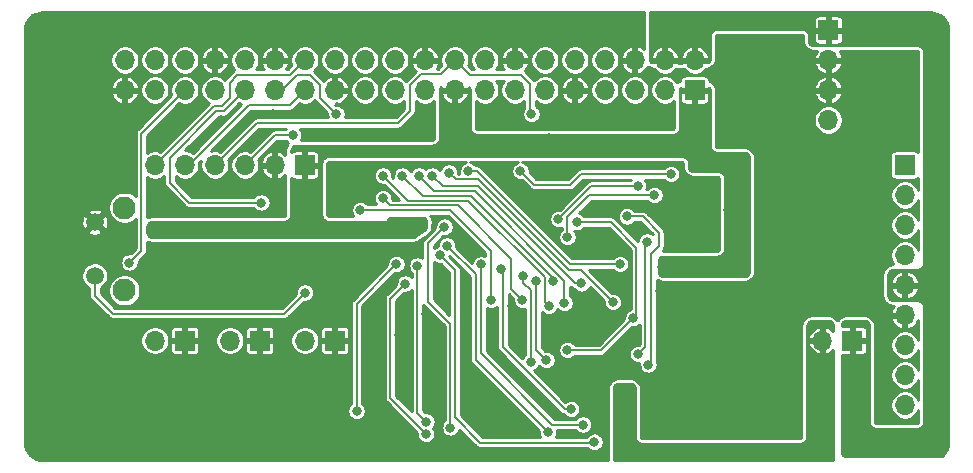
<source format=gbr>
%TF.GenerationSoftware,KiCad,Pcbnew,(5.1.9)-1*%
%TF.CreationDate,2021-07-28T13:21:10+01:00*%
%TF.ProjectId,RGBtoHDMI Amiga Denise CPLD FFC Rev 1.1,52474274-6f48-4444-9d49-20416d696761,rev?*%
%TF.SameCoordinates,Original*%
%TF.FileFunction,Copper,L2,Bot*%
%TF.FilePolarity,Positive*%
%FSLAX46Y46*%
G04 Gerber Fmt 4.6, Leading zero omitted, Abs format (unit mm)*
G04 Created by KiCad (PCBNEW (5.1.9)-1) date 2021-07-28 13:21:10*
%MOMM*%
%LPD*%
G01*
G04 APERTURE LIST*
%TA.AperFunction,ComponentPad*%
%ADD10C,1.508000*%
%TD*%
%TA.AperFunction,ComponentPad*%
%ADD11C,1.950000*%
%TD*%
%TA.AperFunction,ComponentPad*%
%ADD12C,0.800000*%
%TD*%
%TA.AperFunction,ComponentPad*%
%ADD13C,6.400000*%
%TD*%
%TA.AperFunction,ComponentPad*%
%ADD14O,1.700000X1.700000*%
%TD*%
%TA.AperFunction,ComponentPad*%
%ADD15R,1.700000X1.700000*%
%TD*%
%TA.AperFunction,ViaPad*%
%ADD16C,0.800000*%
%TD*%
%TA.AperFunction,Conductor*%
%ADD17C,0.200000*%
%TD*%
%TA.AperFunction,Conductor*%
%ADD18C,0.254000*%
%TD*%
%TA.AperFunction,Conductor*%
%ADD19C,0.100000*%
%TD*%
G04 APERTURE END LIST*
D10*
%TO.P,BT11,1*%
%TO.N,GND*%
X111760000Y-87387000D03*
%TO.P,BT11,2*%
%TO.N,/GPIO16*%
X111760000Y-91937000D03*
D11*
%TO.P,BT11,*%
%TO.N,*%
X114260000Y-86162000D03*
X114260000Y-93162000D03*
%TD*%
D12*
%TO.P,H4,1*%
%TO.N,GND*%
X169337056Y-96092944D03*
X167640000Y-95390000D03*
X165942944Y-96092944D03*
X165240000Y-97790000D03*
X165942944Y-99487056D03*
X167640000Y-100190000D03*
X169337056Y-99487056D03*
X170040000Y-97790000D03*
D13*
X167640000Y-97790000D03*
%TD*%
D12*
%TO.P,H3,1*%
%TO.N,GND*%
X110917056Y-96092944D03*
X109220000Y-95390000D03*
X107522944Y-96092944D03*
X106820000Y-97790000D03*
X107522944Y-99487056D03*
X109220000Y-100190000D03*
X110917056Y-99487056D03*
X111620000Y-97790000D03*
D13*
X109220000Y-97790000D03*
%TD*%
D12*
%TO.P,H2,1*%
%TO.N,GND*%
X169337056Y-73232944D03*
X167640000Y-72530000D03*
X165942944Y-73232944D03*
X165240000Y-74930000D03*
X165942944Y-76627056D03*
X167640000Y-77330000D03*
X169337056Y-76627056D03*
X170040000Y-74930000D03*
D13*
X167640000Y-74930000D03*
%TD*%
D12*
%TO.P,H1,1*%
%TO.N,GND*%
X110917056Y-73232944D03*
X109220000Y-72530000D03*
X107522944Y-73232944D03*
X106820000Y-74930000D03*
X107522944Y-76627056D03*
X109220000Y-77330000D03*
X110917056Y-76627056D03*
X111620000Y-74930000D03*
D13*
X109220000Y-74930000D03*
%TD*%
D14*
%TO.P,JP1,2*%
%TO.N,/FFC_5V*%
X173355000Y-97409000D03*
D15*
%TO.P,JP1,1*%
%TO.N,+5V*%
X175895000Y-97409000D03*
%TD*%
%TO.P,FFOSD1,1*%
%TO.N,/CSYNC*%
X180340000Y-82550000D03*
D14*
%TO.P,FFOSD1,2*%
%TO.N,/OSD_DISPLAY_OUPUT*%
X180340000Y-85090000D03*
%TO.P,FFOSD1,3*%
%TO.N,/OSD_DISPLAY_ENABLE*%
X180340000Y-87630000D03*
%TO.P,FFOSD1,4*%
%TO.N,/OSD_DISPLAY_OUTPUT_BUFFERRED*%
X180340000Y-90170000D03*
%TO.P,FFOSD1,5*%
%TO.N,+5V*%
X180340000Y-92710000D03*
%TO.P,FFOSD1,6*%
%TO.N,GND*%
X180340000Y-95250000D03*
%TO.P,FFOSD1,7*%
%TO.N,/GPIO16*%
X180340000Y-97790000D03*
%TO.P,FFOSD1,8*%
%TO.N,/GPIO26*%
X180340000Y-100330000D03*
%TO.P,FFOSD1,9*%
%TO.N,/GPIO19*%
X180340000Y-102870000D03*
%TD*%
%TO.P,P1,4*%
%TO.N,Net-(P1-Pad4)*%
X173863000Y-78740000D03*
%TO.P,P1,3*%
%TO.N,GND*%
X173863000Y-76200000D03*
%TO.P,P1,2*%
X173863000Y-73660000D03*
D15*
%TO.P,P1,1*%
%TO.N,+5V*%
X173863000Y-71120000D03*
%TD*%
D14*
%TO.P,BT3,2*%
%TO.N,/GPIO19*%
X116840000Y-97409000D03*
D15*
%TO.P,BT3,1*%
%TO.N,GND*%
X119380000Y-97409000D03*
%TD*%
D14*
%TO.P,BT2,2*%
%TO.N,/GPIO26*%
X123190000Y-97409000D03*
D15*
%TO.P,BT2,1*%
%TO.N,GND*%
X125730000Y-97409000D03*
%TD*%
D14*
%TO.P,JTAG1,6*%
%TO.N,/CLKEN*%
X116840000Y-82550000D03*
%TO.P,JTAG1,5*%
%TO.N,/GPIO0*%
X119380000Y-82550000D03*
%TO.P,JTAG1,4*%
%TO.N,/GPIO24*%
X121920000Y-82550000D03*
%TO.P,JTAG1,3*%
%TO.N,/GPIO20*%
X124460000Y-82550000D03*
%TO.P,JTAG1,2*%
%TO.N,GND*%
X127000000Y-82550000D03*
D15*
%TO.P,JTAG1,1*%
%TO.N,+3V3*%
X129540000Y-82550000D03*
%TD*%
%TO.P,J1,1*%
%TO.N,+3V3*%
X162560000Y-76200000D03*
D14*
%TO.P,J1,2*%
%TO.N,+5V*%
X162560000Y-73660000D03*
%TO.P,J1,3*%
%TO.N,/GPIO2*%
X160020000Y-76200000D03*
%TO.P,J1,4*%
%TO.N,+5V*%
X160020000Y-73660000D03*
%TO.P,J1,5*%
%TO.N,/GPIO3*%
X157480000Y-76200000D03*
%TO.P,J1,6*%
%TO.N,GND*%
X157480000Y-73660000D03*
%TO.P,J1,7*%
%TO.N,/GPIO4*%
X154940000Y-76200000D03*
%TO.P,J1,8*%
%TO.N,/GPIO14*%
X154940000Y-73660000D03*
%TO.P,J1,9*%
%TO.N,GND*%
X152400000Y-76200000D03*
%TO.P,J1,10*%
%TO.N,/GPIO15*%
X152400000Y-73660000D03*
%TO.P,J1,11*%
%TO.N,/GPIO17*%
X149860000Y-76200000D03*
%TO.P,J1,12*%
%TO.N,/GPIO18*%
X149860000Y-73660000D03*
%TO.P,J1,13*%
%TO.N,/GPIO27*%
X147320000Y-76200000D03*
%TO.P,J1,14*%
%TO.N,GND*%
X147320000Y-73660000D03*
%TO.P,J1,15*%
%TO.N,/GPIO22*%
X144780000Y-76200000D03*
%TO.P,J1,16*%
%TO.N,/GPIO23*%
X144780000Y-73660000D03*
%TO.P,J1,17*%
%TO.N,+3V3*%
X142240000Y-76200000D03*
%TO.P,J1,18*%
%TO.N,/GPIO24*%
X142240000Y-73660000D03*
%TO.P,J1,19*%
%TO.N,/GPIO10*%
X139700000Y-76200000D03*
%TO.P,J1,20*%
%TO.N,GND*%
X139700000Y-73660000D03*
%TO.P,J1,21*%
%TO.N,/GPIO9*%
X137160000Y-76200000D03*
%TO.P,J1,22*%
%TO.N,/GPIO25*%
X137160000Y-73660000D03*
%TO.P,J1,23*%
%TO.N,/GPIO11*%
X134620000Y-76200000D03*
%TO.P,J1,24*%
%TO.N,/GPIO8*%
X134620000Y-73660000D03*
%TO.P,J1,25*%
%TO.N,GND*%
X132080000Y-76200000D03*
%TO.P,J1,26*%
%TO.N,/GPIO7*%
X132080000Y-73660000D03*
%TO.P,J1,27*%
%TO.N,/GPIO0*%
X129540000Y-76200000D03*
%TO.P,J1,28*%
%TO.N,/CLKEN*%
X129540000Y-73660000D03*
%TO.P,J1,29*%
%TO.N,/GPIO5*%
X127000000Y-76200000D03*
%TO.P,J1,30*%
%TO.N,GND*%
X127000000Y-73660000D03*
%TO.P,J1,31*%
%TO.N,/GPIO6*%
X124460000Y-76200000D03*
%TO.P,J1,32*%
%TO.N,/GPIO12*%
X124460000Y-73660000D03*
%TO.P,J1,33*%
%TO.N,/GPIO13*%
X121920000Y-76200000D03*
%TO.P,J1,34*%
%TO.N,GND*%
X121920000Y-73660000D03*
%TO.P,J1,35*%
%TO.N,/GPIO19*%
X119380000Y-76200000D03*
%TO.P,J1,36*%
%TO.N,/GPIO16*%
X119380000Y-73660000D03*
%TO.P,J1,37*%
%TO.N,/GPIO26*%
X116840000Y-76200000D03*
%TO.P,J1,38*%
%TO.N,/GPIO20*%
X116840000Y-73660000D03*
%TO.P,J1,39*%
%TO.N,GND*%
X114300000Y-76200000D03*
%TO.P,J1,40*%
%TO.N,/GPIO21*%
X114300000Y-73660000D03*
%TD*%
%TO.P,BT1,2*%
%TO.N,/GPIO16*%
X129540000Y-97409000D03*
D15*
%TO.P,BT1,1*%
%TO.N,GND*%
X132080000Y-97409000D03*
%TD*%
D16*
%TO.N,GND*%
X147066000Y-94488000D03*
X147320000Y-97409000D03*
X151003000Y-83058000D03*
X146939000Y-78041500D03*
X137287000Y-80010000D03*
X140208000Y-77851000D03*
X132588000Y-92075000D03*
X151003000Y-85725000D03*
X146431000Y-82677000D03*
X164084000Y-86360000D03*
X169799000Y-86360000D03*
X170053000Y-89154000D03*
X132080000Y-86106000D03*
X133858000Y-93345000D03*
X135509000Y-94869000D03*
X136017000Y-90043000D03*
X154940000Y-78486000D03*
X123190000Y-83947000D03*
X119126000Y-78359000D03*
X116840000Y-80264000D03*
X126873000Y-89916000D03*
X120269000Y-90170000D03*
X153035000Y-90170000D03*
X156464000Y-89789000D03*
X137922000Y-99187000D03*
X141097000Y-99568000D03*
X140081000Y-103251000D03*
X154305000Y-95885000D03*
X156083000Y-92837000D03*
X151892000Y-105283000D03*
X130683000Y-78105000D03*
X149098000Y-82677000D03*
X135255000Y-98552000D03*
X132207000Y-79883000D03*
X126873000Y-78232000D03*
X134747000Y-79883000D03*
X153670000Y-99314000D03*
X143129000Y-103251000D03*
X143129000Y-99441000D03*
X146939000Y-79057500D03*
X165989000Y-80645000D03*
X164846000Y-79629000D03*
X137541000Y-96901000D03*
X141097000Y-103251000D03*
X140081000Y-99568000D03*
X140843000Y-91821000D03*
X139827000Y-95123000D03*
X140462000Y-96647000D03*
X122428000Y-78740000D03*
X120396000Y-80772000D03*
X168656000Y-85090000D03*
X162941000Y-87630000D03*
X160909000Y-94361000D03*
X162179000Y-93218000D03*
X159639000Y-93218000D03*
X145542000Y-97536000D03*
X147955000Y-104775000D03*
X150876000Y-103759000D03*
X144907000Y-104267000D03*
X134874000Y-82677000D03*
%TO.N,+3V3*%
X165227000Y-91186000D03*
X165354000Y-86360000D03*
X148971000Y-81407000D03*
X150177500Y-80264000D03*
X162814000Y-79502004D03*
X161797994Y-80898994D03*
X162814000Y-82042000D03*
X123190000Y-88264988D03*
X129540000Y-88265006D03*
X116840000Y-88264988D03*
X137033000Y-87376000D03*
X166624000Y-85089994D03*
X166243000Y-90424000D03*
X159766000Y-91186000D03*
X162179000Y-91186010D03*
X139573000Y-87376000D03*
%TO.N,/GPIO20*%
X128524000Y-80010004D03*
%TO.N,/GPIO16*%
X129540000Y-93345000D03*
%TO.N,/GPIO12*%
X145288000Y-93980000D03*
X134239000Y-86360000D03*
%TO.N,/GPIO6*%
X125857000Y-85725000D03*
%TO.N,/GPIO5*%
X136144000Y-85344000D03*
X132207005Y-78231995D03*
X147955000Y-93980000D03*
%TO.N,/GPIO7*%
X150177500Y-94488000D03*
X136144000Y-83439000D03*
%TO.N,/GPIO8*%
X155639008Y-94169996D03*
X141732000Y-83185000D03*
%TO.N,/GPIO11*%
X150545465Y-92353362D03*
X137795000Y-83439000D03*
%TO.N,/GPIO9*%
X152958500Y-92570000D03*
X140335000Y-83439000D03*
%TO.N,/GPIO10*%
X156210000Y-90932000D03*
X143383000Y-83058000D03*
%TO.N,/GPIO24*%
X148717000Y-78232000D03*
%TO.N,/GPIO4*%
X151003006Y-87122000D03*
X157734000Y-84328000D03*
%TO.N,/GPIO3*%
X151765000Y-88645998D03*
X159131000Y-85090000D03*
%TO.N,/GPIO2*%
X147789986Y-83057994D03*
X160528000Y-83312000D03*
%TO.N,/GPIO19*%
X114681000Y-90805000D03*
%TO.N,/CLKEN*%
X151511000Y-94234000D03*
X139192000Y-83439000D03*
%TO.N,/B0*%
X157733996Y-98552000D03*
X158496000Y-89027000D03*
%TO.N,/R3*%
X146177004Y-91313000D03*
X152090000Y-103195000D03*
%TO.N,/R2*%
X144456637Y-90963632D03*
X153090000Y-104521000D03*
%TO.N,/R1*%
X140970000Y-90170000D03*
X154051000Y-105974954D03*
%TO.N,/R0*%
X156797949Y-86897949D03*
X158623000Y-99441000D03*
%TO.N,/G3*%
X148005964Y-91948000D03*
X148660495Y-99189989D03*
%TO.N,/G2*%
X141351000Y-87770010D03*
X141859000Y-104774909D03*
%TO.N,/G1*%
X139065000Y-91059000D03*
X139827000Y-104267000D03*
%TO.N,/G0*%
X138049000Y-92583006D03*
X139814076Y-105313156D03*
%TO.N,/B3*%
X149098000Y-92329000D03*
X149987000Y-99060000D03*
%TO.N,/B2*%
X133921500Y-103378000D03*
X137287000Y-90932000D03*
%TO.N,/B1*%
X141568082Y-89368550D03*
X150114000Y-105156004D03*
%TO.N,/CSYNC*%
X152592010Y-87376000D03*
X151765000Y-98234500D03*
X157353000Y-95504000D03*
%TO.N,/FFC_5V*%
X157073600Y-103632000D03*
X156057600Y-103632000D03*
%TD*%
D17*
%TO.N,/GPIO20*%
X124460000Y-82550000D02*
X126999996Y-80010004D01*
X126999996Y-80010004D02*
X128524000Y-80010004D01*
%TO.N,/GPIO16*%
X111760000Y-93599000D02*
X111760000Y-91937000D01*
X113284000Y-95123000D02*
X111760000Y-93599000D01*
X127762000Y-95123000D02*
X113284000Y-95123000D01*
X129540000Y-93345000D02*
X127762000Y-95123000D01*
%TO.N,/GPIO12*%
X145288000Y-89789000D02*
X141859000Y-86360000D01*
X145288000Y-93980000D02*
X145288000Y-89789000D01*
X141859000Y-86360000D02*
X134239000Y-86360000D01*
%TO.N,/GPIO6*%
X122047000Y-77978000D02*
X122682000Y-77978000D01*
X119761000Y-85725000D02*
X118110000Y-84074000D01*
X125857000Y-85725000D02*
X119761000Y-85725000D01*
X118110000Y-81915000D02*
X122047000Y-77978000D01*
X118110000Y-84074000D02*
X118110000Y-81915000D01*
X122682000Y-77978000D02*
X124460000Y-76200000D01*
%TO.N,/GPIO5*%
X127635000Y-76200000D02*
X128905000Y-74930000D01*
X130810000Y-76834990D02*
X132207005Y-78231995D01*
X127000000Y-76200000D02*
X127635000Y-76200000D01*
X128905000Y-74930000D02*
X129972002Y-74930000D01*
X129972002Y-74930000D02*
X130810000Y-75767998D01*
X130810000Y-75767998D02*
X130810000Y-76834990D01*
X136144000Y-85344000D02*
X136759989Y-85959989D01*
X142474989Y-85959989D02*
X147004001Y-90489001D01*
X147004001Y-90489001D02*
X147004001Y-93029001D01*
X147004001Y-93029001D02*
X147955000Y-93980000D01*
X136759989Y-85959989D02*
X142474989Y-85959989D01*
%TO.N,/GPIO0*%
X128690001Y-77049999D02*
X129540000Y-76200000D01*
X124771700Y-77470000D02*
X128270000Y-77470000D01*
X119691700Y-82550000D02*
X124771700Y-77470000D01*
X128270000Y-77470000D02*
X128690001Y-77049999D01*
X119380000Y-82550000D02*
X119691700Y-82550000D01*
%TO.N,/GPIO7*%
X149845463Y-94155963D02*
X149845463Y-92060463D01*
X150177500Y-94488000D02*
X149845463Y-94155963D01*
X149845463Y-92060463D02*
X143344978Y-85559978D01*
X138264978Y-85559978D02*
X136144000Y-83439000D01*
X143344978Y-85559978D02*
X138264978Y-85559978D01*
%TO.N,/GPIO8*%
X155639008Y-94169996D02*
X152909012Y-91440000D01*
X152909012Y-91440000D02*
X151903282Y-91440000D01*
X151903282Y-91440000D02*
X144221283Y-83758001D01*
X144221283Y-83758001D02*
X142305001Y-83758001D01*
X142305001Y-83758001D02*
X141732000Y-83185000D01*
%TO.N,/GPIO11*%
X139515967Y-85159967D02*
X137795000Y-83439000D01*
X150545465Y-92353362D02*
X150545465Y-92122372D01*
X143583060Y-85159967D02*
X139515967Y-85159967D01*
X150545465Y-92122372D02*
X143583060Y-85159967D01*
%TO.N,/GPIO9*%
X141255945Y-84359945D02*
X140335000Y-83439000D01*
X152392815Y-92570000D02*
X144182760Y-84359945D01*
X152958500Y-92570000D02*
X152392815Y-92570000D01*
X144182760Y-84359945D02*
X141255945Y-84359945D01*
%TO.N,/GPIO10*%
X156210000Y-90932000D02*
X151961315Y-90932000D01*
X144087315Y-83058000D02*
X143383000Y-83058000D01*
X151961315Y-90932000D02*
X144087315Y-83058000D01*
%TO.N,/GPIO24*%
X148590012Y-75692012D02*
X148590012Y-78105012D01*
X147828000Y-74930000D02*
X148590012Y-75692012D01*
X143510000Y-74930000D02*
X147828000Y-74930000D01*
X142240000Y-73660000D02*
X143510000Y-74930000D01*
X148590012Y-78105012D02*
X148717000Y-78232000D01*
X141033500Y-74866500D02*
X142240000Y-73660000D01*
X139331498Y-74866500D02*
X141033500Y-74866500D01*
X138430000Y-75767998D02*
X139331498Y-74866500D01*
X138430000Y-77978000D02*
X138430000Y-75767998D01*
X137414000Y-78994000D02*
X138430000Y-77978000D01*
X125476000Y-78994000D02*
X137414000Y-78994000D01*
X121920000Y-82550000D02*
X125476000Y-78994000D01*
%TO.N,/GPIO4*%
X151003006Y-87122000D02*
X153797006Y-84328000D01*
X153797006Y-84328000D02*
X157734000Y-84328000D01*
%TO.N,/GPIO3*%
X151765000Y-86937315D02*
X153612315Y-85090000D01*
X153612315Y-85090000D02*
X159131000Y-85090000D01*
X151765000Y-88645998D02*
X151765000Y-86937315D01*
%TO.N,/GPIO2*%
X147789986Y-83057994D02*
X148932992Y-84201000D01*
X148932992Y-84201000D02*
X152019000Y-84201000D01*
X152908000Y-83312000D02*
X160528000Y-83312000D01*
X152019000Y-84201000D02*
X152908000Y-83312000D01*
%TO.N,/GPIO19*%
X115697000Y-83109002D02*
X115697000Y-89789000D01*
X115689999Y-83102001D02*
X115697000Y-83109002D01*
X115697000Y-81990998D02*
X115689999Y-81997999D01*
X115697000Y-79883000D02*
X115697000Y-81990998D01*
X115697000Y-89789000D02*
X114681000Y-90805000D01*
X115689999Y-81997999D02*
X115689999Y-83102001D01*
X119380000Y-76200000D02*
X115697000Y-79883000D01*
%TO.N,/CLKEN*%
X121812011Y-77577989D02*
X122516311Y-77577989D01*
X116840000Y-82550000D02*
X121812011Y-77577989D01*
X122516311Y-77577989D02*
X123190000Y-76904300D01*
X123190000Y-75565000D02*
X123825000Y-74930000D01*
X123190000Y-76904300D02*
X123190000Y-75565000D01*
X123825000Y-74930000D02*
X128270000Y-74930000D01*
X128270000Y-74930000D02*
X129540000Y-73660000D01*
X143942024Y-84759956D02*
X140512956Y-84759956D01*
X151511000Y-92328932D02*
X143942024Y-84759956D01*
X140512956Y-84759956D02*
X139192000Y-83439000D01*
X151511000Y-94234000D02*
X151511000Y-92328932D01*
%TO.N,/B0*%
X158369000Y-97916996D02*
X158369000Y-89154000D01*
X157733996Y-98552000D02*
X158369000Y-97916996D01*
X158369000Y-89154000D02*
X158496000Y-89027000D01*
%TO.N,/R3*%
X146304000Y-97974685D02*
X151524315Y-103195000D01*
X146304000Y-91439996D02*
X146304000Y-97974685D01*
X146177004Y-91313000D02*
X146304000Y-91439996D01*
X151524315Y-103195000D02*
X152090000Y-103195000D01*
%TO.N,/R2*%
X150495000Y-104521000D02*
X153090000Y-104521000D01*
X144456637Y-98482637D02*
X150495000Y-104521000D01*
X144456637Y-90963632D02*
X144456637Y-98482637D01*
%TO.N,/R1*%
X153980954Y-106045000D02*
X154051000Y-105974954D01*
X144399000Y-106045000D02*
X153980954Y-106045000D01*
X142259011Y-103905011D02*
X144399000Y-106045000D01*
X142259011Y-91459011D02*
X142259011Y-103905011D01*
X140970000Y-90170000D02*
X142259011Y-91459011D01*
%TO.N,/R0*%
X158877000Y-90063004D02*
X158877000Y-99187000D01*
X159512000Y-89428004D02*
X158877000Y-90063004D01*
X158877000Y-99187000D02*
X158623000Y-99441000D01*
X159512000Y-88265000D02*
X159512000Y-89428004D01*
X158144949Y-86897949D02*
X159512000Y-88265000D01*
X156797949Y-86897949D02*
X158144949Y-86897949D01*
%TO.N,/G3*%
X148005964Y-92513685D02*
X148660495Y-93168216D01*
X148660495Y-93168216D02*
X148660495Y-99189989D01*
X148005964Y-91948000D02*
X148005964Y-92513685D01*
%TO.N,/G2*%
X141351000Y-87770010D02*
X139954000Y-89167010D01*
X139954000Y-94107000D02*
X141859000Y-96012000D01*
X141859000Y-96012000D02*
X141859000Y-104774909D01*
X139954000Y-89167010D02*
X139954000Y-94107000D01*
%TO.N,/G1*%
X139065000Y-91059000D02*
X139065000Y-103505000D01*
X139065000Y-103505000D02*
X139827000Y-104267000D01*
%TO.N,/G0*%
X138049000Y-92583006D02*
X136779000Y-93853006D01*
X136779000Y-93853006D02*
X136779000Y-102278080D01*
X136779000Y-102278080D02*
X139814076Y-105313156D01*
%TO.N,/B3*%
X149098000Y-98171000D02*
X149987000Y-99060000D01*
X149098000Y-92329000D02*
X149098000Y-98171000D01*
%TO.N,/B2*%
X133921500Y-94297500D02*
X137287000Y-90932000D01*
X133921500Y-103378000D02*
X133921500Y-94297500D01*
%TO.N,/B1*%
X141568082Y-89368550D02*
X144018000Y-91818468D01*
X144018000Y-99060004D02*
X150114000Y-105156004D01*
X144018000Y-91818468D02*
X144018000Y-99060004D01*
%TO.N,/CSYNC*%
X154622500Y-98234500D02*
X157353000Y-95504000D01*
X151765000Y-98234500D02*
X154622500Y-98234500D01*
X157607000Y-95250000D02*
X157353000Y-95504000D01*
X157607000Y-89535000D02*
X157607000Y-95250000D01*
X155448000Y-87376000D02*
X157607000Y-89535000D01*
X152592010Y-87376000D02*
X155448000Y-87376000D01*
%TD*%
D18*
%TO.N,GND*%
X158242000Y-72698995D02*
X158096961Y-72594761D01*
X157877288Y-72494866D01*
X157796980Y-72470511D01*
X157607000Y-72531373D01*
X157607000Y-73533000D01*
X157627000Y-73533000D01*
X157627000Y-73787000D01*
X157607000Y-73787000D01*
X157607000Y-74788627D01*
X157796980Y-74849489D01*
X157877288Y-74825134D01*
X158096961Y-74725239D01*
X158292924Y-74584408D01*
X158457647Y-74408052D01*
X158572129Y-74223386D01*
X158641060Y-74276279D01*
X158727198Y-74326011D01*
X158847788Y-74375961D01*
X158943860Y-74401704D01*
X159043878Y-74414871D01*
X159063820Y-74444717D01*
X159235283Y-74616180D01*
X159436903Y-74750898D01*
X159660931Y-74843693D01*
X159898757Y-74891000D01*
X160141243Y-74891000D01*
X160379069Y-74843693D01*
X160603097Y-74750898D01*
X160804717Y-74616180D01*
X160976180Y-74444717D01*
X160991359Y-74422000D01*
X161588641Y-74422000D01*
X161603820Y-74444717D01*
X161775283Y-74616180D01*
X161976903Y-74750898D01*
X162200931Y-74843693D01*
X162438757Y-74891000D01*
X162681243Y-74891000D01*
X162919069Y-74843693D01*
X163143097Y-74750898D01*
X163344717Y-74616180D01*
X163516180Y-74444717D01*
X163536122Y-74414871D01*
X163636140Y-74401704D01*
X163732212Y-74375961D01*
X163852802Y-74326011D01*
X163938940Y-74276279D01*
X164042493Y-74196819D01*
X164112819Y-74126493D01*
X164192279Y-74022940D01*
X164218814Y-73976980D01*
X172673511Y-73976980D01*
X172697866Y-74057288D01*
X172797761Y-74276961D01*
X172938592Y-74472924D01*
X173114948Y-74637647D01*
X173320051Y-74764799D01*
X173546019Y-74849495D01*
X173736000Y-74789187D01*
X173736000Y-73787000D01*
X173990000Y-73787000D01*
X173990000Y-74789187D01*
X174179981Y-74849495D01*
X174405949Y-74764799D01*
X174611052Y-74637647D01*
X174787408Y-74472924D01*
X174928239Y-74276961D01*
X175028134Y-74057288D01*
X175052489Y-73976980D01*
X174991627Y-73787000D01*
X173990000Y-73787000D01*
X173736000Y-73787000D01*
X172734373Y-73787000D01*
X172673511Y-73976980D01*
X164218814Y-73976980D01*
X164242011Y-73936802D01*
X164291961Y-73816212D01*
X164317704Y-73720140D01*
X164334741Y-73590730D01*
X164338000Y-73541000D01*
X164338000Y-71644975D01*
X164345231Y-71590048D01*
X164356789Y-71562145D01*
X164375179Y-71538179D01*
X164399145Y-71519789D01*
X164427048Y-71508231D01*
X164481975Y-71501000D01*
X171560025Y-71501000D01*
X171614952Y-71508231D01*
X171642855Y-71519789D01*
X171666821Y-71538179D01*
X171685211Y-71562145D01*
X171696769Y-71590048D01*
X171704000Y-71644975D01*
X171704000Y-72017000D01*
X171707259Y-72066730D01*
X171724296Y-72196140D01*
X171750039Y-72292212D01*
X171799989Y-72412802D01*
X171849721Y-72498940D01*
X171929181Y-72602493D01*
X171999507Y-72672819D01*
X172103060Y-72752279D01*
X172189198Y-72802011D01*
X172309788Y-72851961D01*
X172405860Y-72877704D01*
X172535270Y-72894741D01*
X172585000Y-72898000D01*
X172901995Y-72898000D01*
X172797761Y-73043039D01*
X172697866Y-73262712D01*
X172673511Y-73343020D01*
X172734373Y-73533000D01*
X173736000Y-73533000D01*
X173736000Y-73513000D01*
X173990000Y-73513000D01*
X173990000Y-73533000D01*
X174991627Y-73533000D01*
X175052489Y-73343020D01*
X175028134Y-73262712D01*
X174928239Y-73043039D01*
X174824005Y-72898000D01*
X181339025Y-72898000D01*
X181393952Y-72905231D01*
X181421855Y-72916789D01*
X181445821Y-72935179D01*
X181464211Y-72959145D01*
X181475769Y-72987048D01*
X181483000Y-73041975D01*
X181483000Y-81456449D01*
X181460711Y-81429289D01*
X181402696Y-81381678D01*
X181336508Y-81346299D01*
X181264689Y-81324513D01*
X181190000Y-81317157D01*
X179490000Y-81317157D01*
X179415311Y-81324513D01*
X179343492Y-81346299D01*
X179277304Y-81381678D01*
X179219289Y-81429289D01*
X179171678Y-81487304D01*
X179136299Y-81553492D01*
X179114513Y-81625311D01*
X179107157Y-81700000D01*
X179107157Y-83400000D01*
X179114513Y-83474689D01*
X179136299Y-83546508D01*
X179171678Y-83612696D01*
X179219289Y-83670711D01*
X179277304Y-83718322D01*
X179343492Y-83753701D01*
X179415311Y-83775487D01*
X179490000Y-83782843D01*
X181190000Y-83782843D01*
X181264689Y-83775487D01*
X181336508Y-83753701D01*
X181402696Y-83718322D01*
X181460711Y-83670711D01*
X181483000Y-83643551D01*
X181483000Y-84632689D01*
X181430898Y-84506903D01*
X181296180Y-84305283D01*
X181124717Y-84133820D01*
X180923097Y-83999102D01*
X180699069Y-83906307D01*
X180461243Y-83859000D01*
X180218757Y-83859000D01*
X179980931Y-83906307D01*
X179756903Y-83999102D01*
X179555283Y-84133820D01*
X179383820Y-84305283D01*
X179249102Y-84506903D01*
X179156307Y-84730931D01*
X179109000Y-84968757D01*
X179109000Y-85211243D01*
X179156307Y-85449069D01*
X179249102Y-85673097D01*
X179383820Y-85874717D01*
X179555283Y-86046180D01*
X179756903Y-86180898D01*
X179980931Y-86273693D01*
X180218757Y-86321000D01*
X180461243Y-86321000D01*
X180699069Y-86273693D01*
X180923097Y-86180898D01*
X181124717Y-86046180D01*
X181296180Y-85874717D01*
X181430898Y-85673097D01*
X181483000Y-85547311D01*
X181483000Y-87172689D01*
X181430898Y-87046903D01*
X181296180Y-86845283D01*
X181124717Y-86673820D01*
X180923097Y-86539102D01*
X180699069Y-86446307D01*
X180461243Y-86399000D01*
X180218757Y-86399000D01*
X179980931Y-86446307D01*
X179756903Y-86539102D01*
X179555283Y-86673820D01*
X179383820Y-86845283D01*
X179249102Y-87046903D01*
X179156307Y-87270931D01*
X179109000Y-87508757D01*
X179109000Y-87751243D01*
X179156307Y-87989069D01*
X179249102Y-88213097D01*
X179383820Y-88414717D01*
X179555283Y-88586180D01*
X179756903Y-88720898D01*
X179980931Y-88813693D01*
X180218757Y-88861000D01*
X180461243Y-88861000D01*
X180699069Y-88813693D01*
X180923097Y-88720898D01*
X181124717Y-88586180D01*
X181296180Y-88414717D01*
X181430898Y-88213097D01*
X181483000Y-88087311D01*
X181483000Y-89712689D01*
X181430898Y-89586903D01*
X181296180Y-89385283D01*
X181124717Y-89213820D01*
X180923097Y-89079102D01*
X180699069Y-88986307D01*
X180461243Y-88939000D01*
X180218757Y-88939000D01*
X179980931Y-88986307D01*
X179756903Y-89079102D01*
X179555283Y-89213820D01*
X179383820Y-89385283D01*
X179249102Y-89586903D01*
X179156307Y-89810931D01*
X179109000Y-90048757D01*
X179109000Y-90291243D01*
X179156307Y-90529069D01*
X179249102Y-90753097D01*
X179368641Y-90932000D01*
X179316000Y-90932000D01*
X179266270Y-90935259D01*
X179136860Y-90952296D01*
X179040788Y-90978039D01*
X178920198Y-91027989D01*
X178834060Y-91077721D01*
X178730507Y-91157181D01*
X178660181Y-91227507D01*
X178580721Y-91331060D01*
X178530989Y-91417198D01*
X178481039Y-91537788D01*
X178455296Y-91633860D01*
X178438259Y-91763270D01*
X178435000Y-91813000D01*
X178435000Y-93602816D01*
X178438294Y-93652808D01*
X178455511Y-93782888D01*
X178481523Y-93879431D01*
X178531989Y-94000553D01*
X178582224Y-94087006D01*
X178662464Y-94190827D01*
X178733455Y-94261229D01*
X178837941Y-94340601D01*
X178924810Y-94390114D01*
X179046348Y-94439569D01*
X179143103Y-94464775D01*
X179273323Y-94480908D01*
X179323342Y-94483786D01*
X179382377Y-94483294D01*
X179274761Y-94633039D01*
X179174866Y-94852712D01*
X179150511Y-94933020D01*
X179211373Y-95123000D01*
X180213000Y-95123000D01*
X180213000Y-95103000D01*
X180467000Y-95103000D01*
X180467000Y-95123000D01*
X180487000Y-95123000D01*
X180487000Y-95377000D01*
X180467000Y-95377000D01*
X180467000Y-96379187D01*
X180656981Y-96439495D01*
X180882949Y-96354799D01*
X181088052Y-96227647D01*
X181264408Y-96062924D01*
X181405239Y-95866961D01*
X181483000Y-95695962D01*
X181483000Y-97332689D01*
X181430898Y-97206903D01*
X181296180Y-97005283D01*
X181124717Y-96833820D01*
X180923097Y-96699102D01*
X180699069Y-96606307D01*
X180461243Y-96559000D01*
X180218757Y-96559000D01*
X179980931Y-96606307D01*
X179756903Y-96699102D01*
X179555283Y-96833820D01*
X179383820Y-97005283D01*
X179249102Y-97206903D01*
X179156307Y-97430931D01*
X179109000Y-97668757D01*
X179109000Y-97911243D01*
X179156307Y-98149069D01*
X179249102Y-98373097D01*
X179383820Y-98574717D01*
X179555283Y-98746180D01*
X179756903Y-98880898D01*
X179980931Y-98973693D01*
X180218757Y-99021000D01*
X180461243Y-99021000D01*
X180699069Y-98973693D01*
X180923097Y-98880898D01*
X181124717Y-98746180D01*
X181296180Y-98574717D01*
X181430898Y-98373097D01*
X181483000Y-98247311D01*
X181483000Y-99872689D01*
X181430898Y-99746903D01*
X181296180Y-99545283D01*
X181124717Y-99373820D01*
X180923097Y-99239102D01*
X180699069Y-99146307D01*
X180461243Y-99099000D01*
X180218757Y-99099000D01*
X179980931Y-99146307D01*
X179756903Y-99239102D01*
X179555283Y-99373820D01*
X179383820Y-99545283D01*
X179249102Y-99746903D01*
X179156307Y-99970931D01*
X179109000Y-100208757D01*
X179109000Y-100451243D01*
X179156307Y-100689069D01*
X179249102Y-100913097D01*
X179383820Y-101114717D01*
X179555283Y-101286180D01*
X179756903Y-101420898D01*
X179980931Y-101513693D01*
X180218757Y-101561000D01*
X180461243Y-101561000D01*
X180699069Y-101513693D01*
X180923097Y-101420898D01*
X181124717Y-101286180D01*
X181296180Y-101114717D01*
X181430898Y-100913097D01*
X181483000Y-100787311D01*
X181483000Y-102412689D01*
X181430898Y-102286903D01*
X181296180Y-102085283D01*
X181124717Y-101913820D01*
X180923097Y-101779102D01*
X180699069Y-101686307D01*
X180461243Y-101639000D01*
X180218757Y-101639000D01*
X179980931Y-101686307D01*
X179756903Y-101779102D01*
X179555283Y-101913820D01*
X179383820Y-102085283D01*
X179249102Y-102286903D01*
X179156307Y-102510931D01*
X179109000Y-102748757D01*
X179109000Y-102991243D01*
X179156307Y-103229069D01*
X179249102Y-103453097D01*
X179383820Y-103654717D01*
X179555283Y-103826180D01*
X179756903Y-103960898D01*
X179980931Y-104053693D01*
X180218757Y-104101000D01*
X180461243Y-104101000D01*
X180699069Y-104053693D01*
X180923097Y-103960898D01*
X181124717Y-103826180D01*
X181296180Y-103654717D01*
X181430898Y-103453097D01*
X181483000Y-103327311D01*
X181483000Y-104250025D01*
X181475769Y-104304952D01*
X181464211Y-104332855D01*
X181445821Y-104356821D01*
X181421855Y-104375211D01*
X181393952Y-104386769D01*
X181339025Y-104394000D01*
X177943975Y-104394000D01*
X177889048Y-104386769D01*
X177861145Y-104375211D01*
X177837179Y-104356821D01*
X177818789Y-104332855D01*
X177807231Y-104304952D01*
X177800000Y-104250025D01*
X177800000Y-96131000D01*
X177796741Y-96081270D01*
X177779704Y-95951860D01*
X177753961Y-95855788D01*
X177704011Y-95735198D01*
X177654279Y-95649060D01*
X177591297Y-95566980D01*
X179150511Y-95566980D01*
X179174866Y-95647288D01*
X179274761Y-95866961D01*
X179415592Y-96062924D01*
X179591948Y-96227647D01*
X179797051Y-96354799D01*
X180023019Y-96439495D01*
X180213000Y-96379187D01*
X180213000Y-95377000D01*
X179211373Y-95377000D01*
X179150511Y-95566980D01*
X177591297Y-95566980D01*
X177574819Y-95545507D01*
X177504493Y-95475181D01*
X177400940Y-95395721D01*
X177314802Y-95345989D01*
X177194212Y-95296039D01*
X177098140Y-95270296D01*
X176968730Y-95253259D01*
X176919000Y-95250000D01*
X175379000Y-95250000D01*
X175329270Y-95253259D01*
X175199860Y-95270296D01*
X175103788Y-95296039D01*
X174983198Y-95345989D01*
X174897060Y-95395721D01*
X174793507Y-95475181D01*
X174723181Y-95545507D01*
X174643721Y-95649060D01*
X174625000Y-95681486D01*
X174606279Y-95649060D01*
X174526819Y-95545507D01*
X174456493Y-95475181D01*
X174352940Y-95395721D01*
X174266802Y-95345989D01*
X174146212Y-95296039D01*
X174050140Y-95270296D01*
X173920730Y-95253259D01*
X173871000Y-95250000D01*
X172458000Y-95250000D01*
X172408270Y-95253259D01*
X172278860Y-95270296D01*
X172182788Y-95296039D01*
X172062198Y-95345989D01*
X171976060Y-95395721D01*
X171872507Y-95475181D01*
X171802181Y-95545507D01*
X171722721Y-95649060D01*
X171672989Y-95735198D01*
X171623039Y-95855788D01*
X171597296Y-95951860D01*
X171580259Y-96081270D01*
X171577000Y-96131000D01*
X171577000Y-105520025D01*
X171569769Y-105574952D01*
X171558211Y-105602855D01*
X171539821Y-105626821D01*
X171515855Y-105645211D01*
X171487952Y-105656769D01*
X171433025Y-105664000D01*
X158131975Y-105664000D01*
X158077048Y-105656769D01*
X158049145Y-105645211D01*
X158025179Y-105626821D01*
X158006789Y-105602855D01*
X157995231Y-105574952D01*
X157988000Y-105520025D01*
X157988000Y-101465000D01*
X157984741Y-101415270D01*
X157967704Y-101285860D01*
X157941961Y-101189788D01*
X157892011Y-101069198D01*
X157842279Y-100983060D01*
X157762819Y-100879507D01*
X157692493Y-100809181D01*
X157588940Y-100729721D01*
X157502802Y-100679989D01*
X157382212Y-100630039D01*
X157286140Y-100604296D01*
X157156730Y-100587259D01*
X157107000Y-100584000D01*
X156075000Y-100584000D01*
X156025270Y-100587259D01*
X155895860Y-100604296D01*
X155799788Y-100630039D01*
X155679198Y-100679989D01*
X155593060Y-100729721D01*
X155489507Y-100809181D01*
X155419181Y-100879507D01*
X155339721Y-100983060D01*
X155289989Y-101069198D01*
X155240039Y-101189788D01*
X155214296Y-101285860D01*
X155197259Y-101415270D01*
X155194000Y-101465000D01*
X155194000Y-107544000D01*
X107334853Y-107544000D01*
X107024225Y-107513543D01*
X106744516Y-107429094D01*
X106486542Y-107291926D01*
X106260127Y-107107267D01*
X106073886Y-106882141D01*
X105934922Y-106625130D01*
X105848524Y-106346024D01*
X105816000Y-106036582D01*
X105816000Y-103301078D01*
X133140500Y-103301078D01*
X133140500Y-103454922D01*
X133170513Y-103605809D01*
X133229387Y-103747942D01*
X133314858Y-103875859D01*
X133423641Y-103984642D01*
X133551558Y-104070113D01*
X133693691Y-104128987D01*
X133844578Y-104159000D01*
X133998422Y-104159000D01*
X134149309Y-104128987D01*
X134291442Y-104070113D01*
X134419359Y-103984642D01*
X134528142Y-103875859D01*
X134613613Y-103747942D01*
X134672487Y-103605809D01*
X134702500Y-103454922D01*
X134702500Y-103301078D01*
X134672487Y-103150191D01*
X134613613Y-103008058D01*
X134528142Y-102880141D01*
X134419359Y-102771358D01*
X134402500Y-102760093D01*
X134402500Y-94496736D01*
X137190192Y-91709045D01*
X137210078Y-91713000D01*
X137363922Y-91713000D01*
X137514809Y-91682987D01*
X137656942Y-91624113D01*
X137784859Y-91538642D01*
X137893642Y-91429859D01*
X137979113Y-91301942D01*
X138037987Y-91159809D01*
X138068000Y-91008922D01*
X138068000Y-90855078D01*
X138037987Y-90704191D01*
X137979113Y-90562058D01*
X137893642Y-90434141D01*
X137784859Y-90325358D01*
X137656942Y-90239887D01*
X137514809Y-90181013D01*
X137363922Y-90151000D01*
X137210078Y-90151000D01*
X137059191Y-90181013D01*
X136917058Y-90239887D01*
X136789141Y-90325358D01*
X136680358Y-90434141D01*
X136594887Y-90562058D01*
X136536013Y-90704191D01*
X136506000Y-90855078D01*
X136506000Y-91008922D01*
X136509955Y-91028808D01*
X133598089Y-93940675D01*
X133579737Y-93955736D01*
X133564676Y-93974088D01*
X133519629Y-94028978D01*
X133474965Y-94112539D01*
X133447460Y-94203208D01*
X133438173Y-94297500D01*
X133440501Y-94321136D01*
X133440500Y-102760093D01*
X133423641Y-102771358D01*
X133314858Y-102880141D01*
X133229387Y-103008058D01*
X133170513Y-103150191D01*
X133140500Y-103301078D01*
X105816000Y-103301078D01*
X105816000Y-97287757D01*
X115609000Y-97287757D01*
X115609000Y-97530243D01*
X115656307Y-97768069D01*
X115749102Y-97992097D01*
X115883820Y-98193717D01*
X116055283Y-98365180D01*
X116256903Y-98499898D01*
X116480931Y-98592693D01*
X116718757Y-98640000D01*
X116961243Y-98640000D01*
X117199069Y-98592693D01*
X117423097Y-98499898D01*
X117624717Y-98365180D01*
X117730897Y-98259000D01*
X118147157Y-98259000D01*
X118154513Y-98333689D01*
X118176299Y-98405508D01*
X118211678Y-98471696D01*
X118259289Y-98529711D01*
X118317304Y-98577322D01*
X118383492Y-98612701D01*
X118455311Y-98634487D01*
X118530000Y-98641843D01*
X119157750Y-98640000D01*
X119253000Y-98544750D01*
X119253000Y-97536000D01*
X119507000Y-97536000D01*
X119507000Y-98544750D01*
X119602250Y-98640000D01*
X120230000Y-98641843D01*
X120304689Y-98634487D01*
X120376508Y-98612701D01*
X120442696Y-98577322D01*
X120500711Y-98529711D01*
X120548322Y-98471696D01*
X120583701Y-98405508D01*
X120605487Y-98333689D01*
X120612843Y-98259000D01*
X120611000Y-97631250D01*
X120515750Y-97536000D01*
X119507000Y-97536000D01*
X119253000Y-97536000D01*
X118244250Y-97536000D01*
X118149000Y-97631250D01*
X118147157Y-98259000D01*
X117730897Y-98259000D01*
X117796180Y-98193717D01*
X117930898Y-97992097D01*
X118023693Y-97768069D01*
X118071000Y-97530243D01*
X118071000Y-97287757D01*
X121959000Y-97287757D01*
X121959000Y-97530243D01*
X122006307Y-97768069D01*
X122099102Y-97992097D01*
X122233820Y-98193717D01*
X122405283Y-98365180D01*
X122606903Y-98499898D01*
X122830931Y-98592693D01*
X123068757Y-98640000D01*
X123311243Y-98640000D01*
X123549069Y-98592693D01*
X123773097Y-98499898D01*
X123974717Y-98365180D01*
X124080897Y-98259000D01*
X124497157Y-98259000D01*
X124504513Y-98333689D01*
X124526299Y-98405508D01*
X124561678Y-98471696D01*
X124609289Y-98529711D01*
X124667304Y-98577322D01*
X124733492Y-98612701D01*
X124805311Y-98634487D01*
X124880000Y-98641843D01*
X125507750Y-98640000D01*
X125603000Y-98544750D01*
X125603000Y-97536000D01*
X125857000Y-97536000D01*
X125857000Y-98544750D01*
X125952250Y-98640000D01*
X126580000Y-98641843D01*
X126654689Y-98634487D01*
X126726508Y-98612701D01*
X126792696Y-98577322D01*
X126850711Y-98529711D01*
X126898322Y-98471696D01*
X126933701Y-98405508D01*
X126955487Y-98333689D01*
X126962843Y-98259000D01*
X126961000Y-97631250D01*
X126865750Y-97536000D01*
X125857000Y-97536000D01*
X125603000Y-97536000D01*
X124594250Y-97536000D01*
X124499000Y-97631250D01*
X124497157Y-98259000D01*
X124080897Y-98259000D01*
X124146180Y-98193717D01*
X124280898Y-97992097D01*
X124373693Y-97768069D01*
X124421000Y-97530243D01*
X124421000Y-97287757D01*
X128309000Y-97287757D01*
X128309000Y-97530243D01*
X128356307Y-97768069D01*
X128449102Y-97992097D01*
X128583820Y-98193717D01*
X128755283Y-98365180D01*
X128956903Y-98499898D01*
X129180931Y-98592693D01*
X129418757Y-98640000D01*
X129661243Y-98640000D01*
X129899069Y-98592693D01*
X130123097Y-98499898D01*
X130324717Y-98365180D01*
X130430897Y-98259000D01*
X130847157Y-98259000D01*
X130854513Y-98333689D01*
X130876299Y-98405508D01*
X130911678Y-98471696D01*
X130959289Y-98529711D01*
X131017304Y-98577322D01*
X131083492Y-98612701D01*
X131155311Y-98634487D01*
X131230000Y-98641843D01*
X131857750Y-98640000D01*
X131953000Y-98544750D01*
X131953000Y-97536000D01*
X132207000Y-97536000D01*
X132207000Y-98544750D01*
X132302250Y-98640000D01*
X132930000Y-98641843D01*
X133004689Y-98634487D01*
X133076508Y-98612701D01*
X133142696Y-98577322D01*
X133200711Y-98529711D01*
X133248322Y-98471696D01*
X133283701Y-98405508D01*
X133305487Y-98333689D01*
X133312843Y-98259000D01*
X133311000Y-97631250D01*
X133215750Y-97536000D01*
X132207000Y-97536000D01*
X131953000Y-97536000D01*
X130944250Y-97536000D01*
X130849000Y-97631250D01*
X130847157Y-98259000D01*
X130430897Y-98259000D01*
X130496180Y-98193717D01*
X130630898Y-97992097D01*
X130723693Y-97768069D01*
X130771000Y-97530243D01*
X130771000Y-97287757D01*
X130723693Y-97049931D01*
X130630898Y-96825903D01*
X130496180Y-96624283D01*
X130430897Y-96559000D01*
X130847157Y-96559000D01*
X130849000Y-97186750D01*
X130944250Y-97282000D01*
X131953000Y-97282000D01*
X131953000Y-96273250D01*
X132207000Y-96273250D01*
X132207000Y-97282000D01*
X133215750Y-97282000D01*
X133311000Y-97186750D01*
X133312843Y-96559000D01*
X133305487Y-96484311D01*
X133283701Y-96412492D01*
X133248322Y-96346304D01*
X133200711Y-96288289D01*
X133142696Y-96240678D01*
X133076508Y-96205299D01*
X133004689Y-96183513D01*
X132930000Y-96176157D01*
X132302250Y-96178000D01*
X132207000Y-96273250D01*
X131953000Y-96273250D01*
X131857750Y-96178000D01*
X131230000Y-96176157D01*
X131155311Y-96183513D01*
X131083492Y-96205299D01*
X131017304Y-96240678D01*
X130959289Y-96288289D01*
X130911678Y-96346304D01*
X130876299Y-96412492D01*
X130854513Y-96484311D01*
X130847157Y-96559000D01*
X130430897Y-96559000D01*
X130324717Y-96452820D01*
X130123097Y-96318102D01*
X129899069Y-96225307D01*
X129661243Y-96178000D01*
X129418757Y-96178000D01*
X129180931Y-96225307D01*
X128956903Y-96318102D01*
X128755283Y-96452820D01*
X128583820Y-96624283D01*
X128449102Y-96825903D01*
X128356307Y-97049931D01*
X128309000Y-97287757D01*
X124421000Y-97287757D01*
X124373693Y-97049931D01*
X124280898Y-96825903D01*
X124146180Y-96624283D01*
X124080897Y-96559000D01*
X124497157Y-96559000D01*
X124499000Y-97186750D01*
X124594250Y-97282000D01*
X125603000Y-97282000D01*
X125603000Y-96273250D01*
X125857000Y-96273250D01*
X125857000Y-97282000D01*
X126865750Y-97282000D01*
X126961000Y-97186750D01*
X126962843Y-96559000D01*
X126955487Y-96484311D01*
X126933701Y-96412492D01*
X126898322Y-96346304D01*
X126850711Y-96288289D01*
X126792696Y-96240678D01*
X126726508Y-96205299D01*
X126654689Y-96183513D01*
X126580000Y-96176157D01*
X125952250Y-96178000D01*
X125857000Y-96273250D01*
X125603000Y-96273250D01*
X125507750Y-96178000D01*
X124880000Y-96176157D01*
X124805311Y-96183513D01*
X124733492Y-96205299D01*
X124667304Y-96240678D01*
X124609289Y-96288289D01*
X124561678Y-96346304D01*
X124526299Y-96412492D01*
X124504513Y-96484311D01*
X124497157Y-96559000D01*
X124080897Y-96559000D01*
X123974717Y-96452820D01*
X123773097Y-96318102D01*
X123549069Y-96225307D01*
X123311243Y-96178000D01*
X123068757Y-96178000D01*
X122830931Y-96225307D01*
X122606903Y-96318102D01*
X122405283Y-96452820D01*
X122233820Y-96624283D01*
X122099102Y-96825903D01*
X122006307Y-97049931D01*
X121959000Y-97287757D01*
X118071000Y-97287757D01*
X118023693Y-97049931D01*
X117930898Y-96825903D01*
X117796180Y-96624283D01*
X117730897Y-96559000D01*
X118147157Y-96559000D01*
X118149000Y-97186750D01*
X118244250Y-97282000D01*
X119253000Y-97282000D01*
X119253000Y-96273250D01*
X119507000Y-96273250D01*
X119507000Y-97282000D01*
X120515750Y-97282000D01*
X120611000Y-97186750D01*
X120612843Y-96559000D01*
X120605487Y-96484311D01*
X120583701Y-96412492D01*
X120548322Y-96346304D01*
X120500711Y-96288289D01*
X120442696Y-96240678D01*
X120376508Y-96205299D01*
X120304689Y-96183513D01*
X120230000Y-96176157D01*
X119602250Y-96178000D01*
X119507000Y-96273250D01*
X119253000Y-96273250D01*
X119157750Y-96178000D01*
X118530000Y-96176157D01*
X118455311Y-96183513D01*
X118383492Y-96205299D01*
X118317304Y-96240678D01*
X118259289Y-96288289D01*
X118211678Y-96346304D01*
X118176299Y-96412492D01*
X118154513Y-96484311D01*
X118147157Y-96559000D01*
X117730897Y-96559000D01*
X117624717Y-96452820D01*
X117423097Y-96318102D01*
X117199069Y-96225307D01*
X116961243Y-96178000D01*
X116718757Y-96178000D01*
X116480931Y-96225307D01*
X116256903Y-96318102D01*
X116055283Y-96452820D01*
X115883820Y-96624283D01*
X115749102Y-96825903D01*
X115656307Y-97049931D01*
X115609000Y-97287757D01*
X105816000Y-97287757D01*
X105816000Y-91825212D01*
X110625000Y-91825212D01*
X110625000Y-92048788D01*
X110668617Y-92268067D01*
X110754176Y-92474624D01*
X110878388Y-92660520D01*
X111036480Y-92818612D01*
X111222376Y-92942824D01*
X111279000Y-92966279D01*
X111279000Y-93575373D01*
X111276673Y-93599000D01*
X111285960Y-93693292D01*
X111290855Y-93709428D01*
X111313464Y-93783960D01*
X111358128Y-93867522D01*
X111418236Y-93940764D01*
X111436594Y-93955830D01*
X112927175Y-95446412D01*
X112942236Y-95464764D01*
X113015478Y-95524872D01*
X113099039Y-95569536D01*
X113189708Y-95597040D01*
X113260374Y-95604000D01*
X113260383Y-95604000D01*
X113283999Y-95606326D01*
X113307615Y-95604000D01*
X127738374Y-95604000D01*
X127762000Y-95606327D01*
X127785626Y-95604000D01*
X127856292Y-95597040D01*
X127946961Y-95569536D01*
X128030522Y-95524872D01*
X128103764Y-95464764D01*
X128118830Y-95446406D01*
X129443192Y-94122045D01*
X129463078Y-94126000D01*
X129616922Y-94126000D01*
X129767809Y-94095987D01*
X129909942Y-94037113D01*
X130037859Y-93951642D01*
X130146642Y-93842859D01*
X130232113Y-93714942D01*
X130290987Y-93572809D01*
X130321000Y-93421922D01*
X130321000Y-93268078D01*
X130290987Y-93117191D01*
X130232113Y-92975058D01*
X130146642Y-92847141D01*
X130037859Y-92738358D01*
X129909942Y-92652887D01*
X129767809Y-92594013D01*
X129616922Y-92564000D01*
X129463078Y-92564000D01*
X129312191Y-92594013D01*
X129170058Y-92652887D01*
X129042141Y-92738358D01*
X128933358Y-92847141D01*
X128847887Y-92975058D01*
X128789013Y-93117191D01*
X128759000Y-93268078D01*
X128759000Y-93421922D01*
X128762955Y-93441808D01*
X127562764Y-94642000D01*
X113483237Y-94642000D01*
X112241000Y-93399764D01*
X112241000Y-93028446D01*
X112904000Y-93028446D01*
X112904000Y-93295554D01*
X112956110Y-93557531D01*
X113058328Y-93804307D01*
X113206726Y-94026400D01*
X113395600Y-94215274D01*
X113617693Y-94363672D01*
X113864469Y-94465890D01*
X114126446Y-94518000D01*
X114393554Y-94518000D01*
X114655531Y-94465890D01*
X114902307Y-94363672D01*
X115124400Y-94215274D01*
X115313274Y-94026400D01*
X115461672Y-93804307D01*
X115563890Y-93557531D01*
X115616000Y-93295554D01*
X115616000Y-93028446D01*
X115563890Y-92766469D01*
X115461672Y-92519693D01*
X115313274Y-92297600D01*
X115124400Y-92108726D01*
X114902307Y-91960328D01*
X114655531Y-91858110D01*
X114393554Y-91806000D01*
X114126446Y-91806000D01*
X113864469Y-91858110D01*
X113617693Y-91960328D01*
X113395600Y-92108726D01*
X113206726Y-92297600D01*
X113058328Y-92519693D01*
X112956110Y-92766469D01*
X112904000Y-93028446D01*
X112241000Y-93028446D01*
X112241000Y-92966279D01*
X112297624Y-92942824D01*
X112483520Y-92818612D01*
X112641612Y-92660520D01*
X112765824Y-92474624D01*
X112851383Y-92268067D01*
X112895000Y-92048788D01*
X112895000Y-91825212D01*
X112851383Y-91605933D01*
X112765824Y-91399376D01*
X112641612Y-91213480D01*
X112483520Y-91055388D01*
X112297624Y-90931176D01*
X112091067Y-90845617D01*
X111871788Y-90802000D01*
X111648212Y-90802000D01*
X111428933Y-90845617D01*
X111222376Y-90931176D01*
X111036480Y-91055388D01*
X110878388Y-91213480D01*
X110754176Y-91399376D01*
X110668617Y-91605933D01*
X110625000Y-91825212D01*
X105816000Y-91825212D01*
X105816000Y-88210424D01*
X111116181Y-88210424D01*
X111196550Y-88378588D01*
X111400826Y-88469458D01*
X111618905Y-88518731D01*
X111842406Y-88524511D01*
X112062740Y-88486577D01*
X112271440Y-88406387D01*
X112323450Y-88378588D01*
X112403819Y-88210424D01*
X111760000Y-87566605D01*
X111116181Y-88210424D01*
X105816000Y-88210424D01*
X105816000Y-87469406D01*
X110622489Y-87469406D01*
X110660423Y-87689740D01*
X110740613Y-87898440D01*
X110768412Y-87950450D01*
X110936576Y-88030819D01*
X111580395Y-87387000D01*
X111939605Y-87387000D01*
X112583424Y-88030819D01*
X112751588Y-87950450D01*
X112842458Y-87746174D01*
X112891731Y-87528095D01*
X112897511Y-87304594D01*
X112859577Y-87084260D01*
X112779387Y-86875560D01*
X112751588Y-86823550D01*
X112583424Y-86743181D01*
X111939605Y-87387000D01*
X111580395Y-87387000D01*
X110936576Y-86743181D01*
X110768412Y-86823550D01*
X110677542Y-87027826D01*
X110628269Y-87245905D01*
X110622489Y-87469406D01*
X105816000Y-87469406D01*
X105816000Y-86563576D01*
X111116181Y-86563576D01*
X111760000Y-87207395D01*
X112403819Y-86563576D01*
X112323450Y-86395412D01*
X112119174Y-86304542D01*
X111901095Y-86255269D01*
X111677594Y-86249489D01*
X111457260Y-86287423D01*
X111248560Y-86367613D01*
X111196550Y-86395412D01*
X111116181Y-86563576D01*
X105816000Y-86563576D01*
X105816000Y-86028446D01*
X112904000Y-86028446D01*
X112904000Y-86295554D01*
X112956110Y-86557531D01*
X113058328Y-86804307D01*
X113206726Y-87026400D01*
X113395600Y-87215274D01*
X113617693Y-87363672D01*
X113864469Y-87465890D01*
X114126446Y-87518000D01*
X114393554Y-87518000D01*
X114655531Y-87465890D01*
X114902307Y-87363672D01*
X115124400Y-87215274D01*
X115216001Y-87123673D01*
X115216001Y-89589762D01*
X114777808Y-90027956D01*
X114757922Y-90024000D01*
X114604078Y-90024000D01*
X114453191Y-90054013D01*
X114311058Y-90112887D01*
X114183141Y-90198358D01*
X114074358Y-90307141D01*
X113988887Y-90435058D01*
X113930013Y-90577191D01*
X113900000Y-90728078D01*
X113900000Y-90881922D01*
X113930013Y-91032809D01*
X113988887Y-91174942D01*
X114074358Y-91302859D01*
X114183141Y-91411642D01*
X114311058Y-91497113D01*
X114453191Y-91555987D01*
X114604078Y-91586000D01*
X114757922Y-91586000D01*
X114908809Y-91555987D01*
X115050942Y-91497113D01*
X115178859Y-91411642D01*
X115287642Y-91302859D01*
X115373113Y-91174942D01*
X115431987Y-91032809D01*
X115462000Y-90881922D01*
X115462000Y-90728078D01*
X115458044Y-90708192D01*
X116020413Y-90145824D01*
X116038764Y-90130764D01*
X116098872Y-90057522D01*
X116143536Y-89973961D01*
X116168452Y-89891824D01*
X116171040Y-89883293D01*
X116180327Y-89789000D01*
X116178000Y-89765374D01*
X116178000Y-89055587D01*
X116182198Y-89058011D01*
X116302788Y-89107961D01*
X116398860Y-89133704D01*
X116528270Y-89150741D01*
X116578000Y-89154000D01*
X138659728Y-89154000D01*
X138715539Y-89149890D01*
X138860443Y-89128432D01*
X138967272Y-89096084D01*
X139099740Y-89033553D01*
X139148457Y-89006011D01*
X139942729Y-88476436D01*
X139991591Y-88437729D01*
X140110694Y-88326361D01*
X140144871Y-88289919D01*
X140186397Y-88227838D01*
X140263334Y-88084072D01*
X140283970Y-88038568D01*
X140303313Y-87966427D01*
X140329901Y-87805550D01*
X140335000Y-87743425D01*
X140335000Y-87548442D01*
X140354000Y-87452922D01*
X140354000Y-87299078D01*
X140323987Y-87148191D01*
X140265113Y-87006058D01*
X140216904Y-86933908D01*
X140189279Y-86886060D01*
X140154703Y-86841000D01*
X141659764Y-86841000D01*
X144807001Y-89988238D01*
X144807001Y-90263409D01*
X144684446Y-90212645D01*
X144533559Y-90182632D01*
X144379715Y-90182632D01*
X144228828Y-90212645D01*
X144086695Y-90271519D01*
X143958778Y-90356990D01*
X143849995Y-90465773D01*
X143764524Y-90593690D01*
X143705650Y-90735823D01*
X143690708Y-90810940D01*
X142345126Y-89465358D01*
X142349082Y-89445472D01*
X142349082Y-89291628D01*
X142319069Y-89140741D01*
X142260195Y-88998608D01*
X142174724Y-88870691D01*
X142065941Y-88761908D01*
X141938024Y-88676437D01*
X141795891Y-88617563D01*
X141645004Y-88587550D01*
X141491160Y-88587550D01*
X141340273Y-88617563D01*
X141198140Y-88676437D01*
X141070223Y-88761908D01*
X140961440Y-88870691D01*
X140875969Y-88998608D01*
X140817095Y-89140741D01*
X140787082Y-89291628D01*
X140787082Y-89410084D01*
X140742191Y-89419013D01*
X140600058Y-89477887D01*
X140472141Y-89563358D01*
X140435000Y-89600499D01*
X140435000Y-89366246D01*
X141254192Y-88547055D01*
X141274078Y-88551010D01*
X141427922Y-88551010D01*
X141578809Y-88520997D01*
X141720942Y-88462123D01*
X141848859Y-88376652D01*
X141957642Y-88267869D01*
X142043113Y-88139952D01*
X142101987Y-87997819D01*
X142132000Y-87846932D01*
X142132000Y-87693088D01*
X142101987Y-87542201D01*
X142043113Y-87400068D01*
X141957642Y-87272151D01*
X141848859Y-87163368D01*
X141720942Y-87077897D01*
X141578809Y-87019023D01*
X141427922Y-86989010D01*
X141274078Y-86989010D01*
X141123191Y-87019023D01*
X140981058Y-87077897D01*
X140853141Y-87163368D01*
X140744358Y-87272151D01*
X140658887Y-87400068D01*
X140600013Y-87542201D01*
X140570000Y-87693088D01*
X140570000Y-87846932D01*
X140573955Y-87866818D01*
X139630594Y-88810180D01*
X139612236Y-88825246D01*
X139552128Y-88898488D01*
X139507464Y-88982050D01*
X139491841Y-89033553D01*
X139479960Y-89072718D01*
X139470673Y-89167010D01*
X139473000Y-89190636D01*
X139473000Y-90392317D01*
X139434942Y-90366887D01*
X139292809Y-90308013D01*
X139141922Y-90278000D01*
X138988078Y-90278000D01*
X138837191Y-90308013D01*
X138695058Y-90366887D01*
X138567141Y-90452358D01*
X138458358Y-90561141D01*
X138372887Y-90689058D01*
X138314013Y-90831191D01*
X138284000Y-90982078D01*
X138284000Y-91135922D01*
X138314013Y-91286809D01*
X138372887Y-91428942D01*
X138458358Y-91556859D01*
X138567141Y-91665642D01*
X138584000Y-91676907D01*
X138584000Y-92013505D01*
X138546859Y-91976364D01*
X138418942Y-91890893D01*
X138276809Y-91832019D01*
X138125922Y-91802006D01*
X137972078Y-91802006D01*
X137821191Y-91832019D01*
X137679058Y-91890893D01*
X137551141Y-91976364D01*
X137442358Y-92085147D01*
X137356887Y-92213064D01*
X137298013Y-92355197D01*
X137268000Y-92506084D01*
X137268000Y-92659928D01*
X137271956Y-92679814D01*
X136455594Y-93496176D01*
X136437236Y-93511242D01*
X136377128Y-93584484D01*
X136332464Y-93668046D01*
X136313304Y-93731210D01*
X136304960Y-93758714D01*
X136295673Y-93853006D01*
X136298000Y-93876632D01*
X136298001Y-102254444D01*
X136295673Y-102278080D01*
X136304960Y-102372372D01*
X136326693Y-102444013D01*
X136332465Y-102463041D01*
X136377129Y-102546602D01*
X136437237Y-102619844D01*
X136455589Y-102634905D01*
X139037031Y-105216348D01*
X139033076Y-105236234D01*
X139033076Y-105390078D01*
X139063089Y-105540965D01*
X139121963Y-105683098D01*
X139207434Y-105811015D01*
X139316217Y-105919798D01*
X139444134Y-106005269D01*
X139586267Y-106064143D01*
X139737154Y-106094156D01*
X139890998Y-106094156D01*
X140041885Y-106064143D01*
X140184018Y-106005269D01*
X140311935Y-105919798D01*
X140420718Y-105811015D01*
X140506189Y-105683098D01*
X140565063Y-105540965D01*
X140595076Y-105390078D01*
X140595076Y-105236234D01*
X140565063Y-105085347D01*
X140506189Y-104943214D01*
X140420718Y-104815297D01*
X140401961Y-104796540D01*
X140433642Y-104764859D01*
X140519113Y-104636942D01*
X140577987Y-104494809D01*
X140608000Y-104343922D01*
X140608000Y-104190078D01*
X140577987Y-104039191D01*
X140519113Y-103897058D01*
X140433642Y-103769141D01*
X140324859Y-103660358D01*
X140196942Y-103574887D01*
X140054809Y-103516013D01*
X139903922Y-103486000D01*
X139750078Y-103486000D01*
X139730192Y-103489956D01*
X139546000Y-103305764D01*
X139546000Y-94364055D01*
X139552129Y-94375522D01*
X139612237Y-94448764D01*
X139630589Y-94463825D01*
X141378000Y-96211237D01*
X141378001Y-104157002D01*
X141361141Y-104168267D01*
X141252358Y-104277050D01*
X141166887Y-104404967D01*
X141108013Y-104547100D01*
X141078000Y-104697987D01*
X141078000Y-104851831D01*
X141108013Y-105002718D01*
X141166887Y-105144851D01*
X141252358Y-105272768D01*
X141361141Y-105381551D01*
X141489058Y-105467022D01*
X141631191Y-105525896D01*
X141782078Y-105555909D01*
X141935922Y-105555909D01*
X142086809Y-105525896D01*
X142228942Y-105467022D01*
X142356859Y-105381551D01*
X142465642Y-105272768D01*
X142551113Y-105144851D01*
X142609987Y-105002718D01*
X142621019Y-104947255D01*
X144042175Y-106368412D01*
X144057236Y-106386764D01*
X144130478Y-106446872D01*
X144214039Y-106491536D01*
X144304708Y-106519040D01*
X144375374Y-106526000D01*
X144375383Y-106526000D01*
X144398999Y-106528326D01*
X144422615Y-106526000D01*
X153497545Y-106526000D01*
X153553141Y-106581596D01*
X153681058Y-106667067D01*
X153823191Y-106725941D01*
X153974078Y-106755954D01*
X154127922Y-106755954D01*
X154278809Y-106725941D01*
X154420942Y-106667067D01*
X154548859Y-106581596D01*
X154657642Y-106472813D01*
X154743113Y-106344896D01*
X154801987Y-106202763D01*
X154832000Y-106051876D01*
X154832000Y-105898032D01*
X154801987Y-105747145D01*
X154743113Y-105605012D01*
X154657642Y-105477095D01*
X154548859Y-105368312D01*
X154420942Y-105282841D01*
X154278809Y-105223967D01*
X154127922Y-105193954D01*
X153974078Y-105193954D01*
X153823191Y-105223967D01*
X153681058Y-105282841D01*
X153553141Y-105368312D01*
X153444358Y-105477095D01*
X153386290Y-105564000D01*
X150780686Y-105564000D01*
X150806113Y-105525946D01*
X150864987Y-105383813D01*
X150895000Y-105232926D01*
X150895000Y-105079082D01*
X150879668Y-105002000D01*
X152472093Y-105002000D01*
X152483358Y-105018859D01*
X152592141Y-105127642D01*
X152720058Y-105213113D01*
X152862191Y-105271987D01*
X153013078Y-105302000D01*
X153166922Y-105302000D01*
X153317809Y-105271987D01*
X153459942Y-105213113D01*
X153587859Y-105127642D01*
X153696642Y-105018859D01*
X153782113Y-104890942D01*
X153840987Y-104748809D01*
X153871000Y-104597922D01*
X153871000Y-104444078D01*
X153840987Y-104293191D01*
X153782113Y-104151058D01*
X153696642Y-104023141D01*
X153587859Y-103914358D01*
X153459942Y-103828887D01*
X153317809Y-103770013D01*
X153166922Y-103740000D01*
X153013078Y-103740000D01*
X152862191Y-103770013D01*
X152720058Y-103828887D01*
X152592141Y-103914358D01*
X152483358Y-104023141D01*
X152472093Y-104040000D01*
X150694237Y-104040000D01*
X144937637Y-98283401D01*
X144937637Y-94680223D01*
X145060191Y-94730987D01*
X145211078Y-94761000D01*
X145364922Y-94761000D01*
X145515809Y-94730987D01*
X145657942Y-94672113D01*
X145785859Y-94586642D01*
X145823000Y-94549501D01*
X145823001Y-97951049D01*
X145820673Y-97974685D01*
X145829960Y-98068977D01*
X145856838Y-98157578D01*
X145857465Y-98159646D01*
X145902129Y-98243207D01*
X145962237Y-98316449D01*
X145980589Y-98331510D01*
X151167490Y-103518412D01*
X151182551Y-103536764D01*
X151255793Y-103596872D01*
X151339354Y-103641536D01*
X151430023Y-103669040D01*
X151470079Y-103672985D01*
X151483358Y-103692859D01*
X151592141Y-103801642D01*
X151720058Y-103887113D01*
X151862191Y-103945987D01*
X152013078Y-103976000D01*
X152166922Y-103976000D01*
X152317809Y-103945987D01*
X152459942Y-103887113D01*
X152587859Y-103801642D01*
X152696642Y-103692859D01*
X152782113Y-103564942D01*
X152840987Y-103422809D01*
X152871000Y-103271922D01*
X152871000Y-103118078D01*
X152840987Y-102967191D01*
X152782113Y-102825058D01*
X152696642Y-102697141D01*
X152587859Y-102588358D01*
X152459942Y-102502887D01*
X152317809Y-102444013D01*
X152166922Y-102414000D01*
X152013078Y-102414000D01*
X151862191Y-102444013D01*
X151720058Y-102502887D01*
X151595599Y-102586047D01*
X148932302Y-99922751D01*
X149030437Y-99882102D01*
X149158354Y-99796631D01*
X149267137Y-99687848D01*
X149352608Y-99559931D01*
X149363757Y-99533014D01*
X149380358Y-99557859D01*
X149489141Y-99666642D01*
X149617058Y-99752113D01*
X149759191Y-99810987D01*
X149910078Y-99841000D01*
X150063922Y-99841000D01*
X150214809Y-99810987D01*
X150356942Y-99752113D01*
X150484859Y-99666642D01*
X150593642Y-99557859D01*
X150679113Y-99429942D01*
X150737987Y-99287809D01*
X150768000Y-99136922D01*
X150768000Y-98983078D01*
X150737987Y-98832191D01*
X150679113Y-98690058D01*
X150593642Y-98562141D01*
X150484859Y-98453358D01*
X150356942Y-98367887D01*
X150214809Y-98309013D01*
X150063922Y-98279000D01*
X149910078Y-98279000D01*
X149890192Y-98282956D01*
X149579000Y-97971764D01*
X149579000Y-94994001D01*
X149679641Y-95094642D01*
X149807558Y-95180113D01*
X149949691Y-95238987D01*
X150100578Y-95269000D01*
X150254422Y-95269000D01*
X150405309Y-95238987D01*
X150547442Y-95180113D01*
X150675359Y-95094642D01*
X150784142Y-94985859D01*
X150869613Y-94857942D01*
X150916719Y-94744220D01*
X151013141Y-94840642D01*
X151141058Y-94926113D01*
X151283191Y-94984987D01*
X151434078Y-95015000D01*
X151587922Y-95015000D01*
X151738809Y-94984987D01*
X151880942Y-94926113D01*
X152008859Y-94840642D01*
X152117642Y-94731859D01*
X152203113Y-94603942D01*
X152261987Y-94461809D01*
X152292000Y-94310922D01*
X152292000Y-94157078D01*
X152261987Y-94006191D01*
X152203113Y-93864058D01*
X152117642Y-93736141D01*
X152008859Y-93627358D01*
X151992000Y-93616093D01*
X151992000Y-92849422D01*
X152035990Y-92893412D01*
X152051051Y-92911764D01*
X152124293Y-92971872D01*
X152207854Y-93016536D01*
X152271018Y-93035696D01*
X152298522Y-93044040D01*
X152338579Y-93047985D01*
X152351858Y-93067859D01*
X152460641Y-93176642D01*
X152588558Y-93262113D01*
X152730691Y-93320987D01*
X152881578Y-93351000D01*
X153035422Y-93351000D01*
X153186309Y-93320987D01*
X153328442Y-93262113D01*
X153456359Y-93176642D01*
X153565142Y-93067859D01*
X153650613Y-92939942D01*
X153673489Y-92884714D01*
X154861963Y-94073188D01*
X154858008Y-94093074D01*
X154858008Y-94246918D01*
X154888021Y-94397805D01*
X154946895Y-94539938D01*
X155032366Y-94667855D01*
X155141149Y-94776638D01*
X155269066Y-94862109D01*
X155411199Y-94920983D01*
X155562086Y-94950996D01*
X155715930Y-94950996D01*
X155866817Y-94920983D01*
X156008950Y-94862109D01*
X156136867Y-94776638D01*
X156245650Y-94667855D01*
X156331121Y-94539938D01*
X156389995Y-94397805D01*
X156420008Y-94246918D01*
X156420008Y-94093074D01*
X156389995Y-93942187D01*
X156331121Y-93800054D01*
X156245650Y-93672137D01*
X156136867Y-93563354D01*
X156008950Y-93477883D01*
X155866817Y-93419009D01*
X155715930Y-93388996D01*
X155562086Y-93388996D01*
X155542200Y-93392951D01*
X153562248Y-91413000D01*
X155592093Y-91413000D01*
X155603358Y-91429859D01*
X155712141Y-91538642D01*
X155840058Y-91624113D01*
X155982191Y-91682987D01*
X156133078Y-91713000D01*
X156286922Y-91713000D01*
X156437809Y-91682987D01*
X156579942Y-91624113D01*
X156707859Y-91538642D01*
X156816642Y-91429859D01*
X156902113Y-91301942D01*
X156960987Y-91159809D01*
X156991000Y-91008922D01*
X156991000Y-90855078D01*
X156960987Y-90704191D01*
X156902113Y-90562058D01*
X156816642Y-90434141D01*
X156707859Y-90325358D01*
X156579942Y-90239887D01*
X156437809Y-90181013D01*
X156286922Y-90151000D01*
X156133078Y-90151000D01*
X155982191Y-90181013D01*
X155840058Y-90239887D01*
X155712141Y-90325358D01*
X155603358Y-90434141D01*
X155592093Y-90451000D01*
X152160551Y-90451000D01*
X144444145Y-82734594D01*
X144429079Y-82716236D01*
X144355837Y-82656128D01*
X144272276Y-82611464D01*
X144181607Y-82583960D01*
X144110941Y-82577000D01*
X144087315Y-82574673D01*
X144063689Y-82577000D01*
X144000907Y-82577000D01*
X143989642Y-82560141D01*
X143880859Y-82451358D01*
X143752942Y-82365887D01*
X143610809Y-82307013D01*
X143555442Y-82296000D01*
X147617513Y-82296000D01*
X147562177Y-82307007D01*
X147420044Y-82365881D01*
X147292127Y-82451352D01*
X147183344Y-82560135D01*
X147097873Y-82688052D01*
X147038999Y-82830185D01*
X147008986Y-82981072D01*
X147008986Y-83134916D01*
X147038999Y-83285803D01*
X147097873Y-83427936D01*
X147183344Y-83555853D01*
X147292127Y-83664636D01*
X147420044Y-83750107D01*
X147562177Y-83808981D01*
X147713064Y-83838994D01*
X147866908Y-83838994D01*
X147886794Y-83835038D01*
X148576162Y-84524406D01*
X148591228Y-84542764D01*
X148664470Y-84602872D01*
X148675935Y-84609000D01*
X148748030Y-84647536D01*
X148838699Y-84675040D01*
X148932992Y-84684327D01*
X148956618Y-84682000D01*
X151995374Y-84682000D01*
X152019000Y-84684327D01*
X152042626Y-84682000D01*
X152113292Y-84675040D01*
X152203961Y-84647536D01*
X152287522Y-84602872D01*
X152360764Y-84542764D01*
X152375830Y-84524406D01*
X153107237Y-83793000D01*
X157164499Y-83793000D01*
X157127358Y-83830141D01*
X157116093Y-83847000D01*
X153820632Y-83847000D01*
X153797006Y-83844673D01*
X153702713Y-83853960D01*
X153612044Y-83881464D01*
X153567380Y-83905338D01*
X153528484Y-83926128D01*
X153455242Y-83986236D01*
X153440181Y-84004588D01*
X151099814Y-86344956D01*
X151079928Y-86341000D01*
X150926084Y-86341000D01*
X150775197Y-86371013D01*
X150633064Y-86429887D01*
X150505147Y-86515358D01*
X150396364Y-86624141D01*
X150310893Y-86752058D01*
X150252019Y-86894191D01*
X150222006Y-87045078D01*
X150222006Y-87198922D01*
X150252019Y-87349809D01*
X150310893Y-87491942D01*
X150396364Y-87619859D01*
X150505147Y-87728642D01*
X150633064Y-87814113D01*
X150775197Y-87872987D01*
X150926084Y-87903000D01*
X151079928Y-87903000D01*
X151230815Y-87872987D01*
X151284000Y-87850957D01*
X151284000Y-88028091D01*
X151267141Y-88039356D01*
X151158358Y-88148139D01*
X151072887Y-88276056D01*
X151014013Y-88418189D01*
X150984000Y-88569076D01*
X150984000Y-88722920D01*
X151014013Y-88873807D01*
X151072887Y-89015940D01*
X151158358Y-89143857D01*
X151267141Y-89252640D01*
X151395058Y-89338111D01*
X151537191Y-89396985D01*
X151688078Y-89426998D01*
X151841922Y-89426998D01*
X151992809Y-89396985D01*
X152134942Y-89338111D01*
X152262859Y-89252640D01*
X152371642Y-89143857D01*
X152457113Y-89015940D01*
X152515987Y-88873807D01*
X152546000Y-88722920D01*
X152546000Y-88569076D01*
X152515987Y-88418189D01*
X152457113Y-88276056D01*
X152371642Y-88148139D01*
X152340795Y-88117292D01*
X152364201Y-88126987D01*
X152515088Y-88157000D01*
X152668932Y-88157000D01*
X152819819Y-88126987D01*
X152961952Y-88068113D01*
X153089869Y-87982642D01*
X153198652Y-87873859D01*
X153209917Y-87857000D01*
X155248764Y-87857000D01*
X157126000Y-89734237D01*
X157126001Y-94752852D01*
X157125191Y-94753013D01*
X156983058Y-94811887D01*
X156855141Y-94897358D01*
X156746358Y-95006141D01*
X156660887Y-95134058D01*
X156602013Y-95276191D01*
X156572000Y-95427078D01*
X156572000Y-95580922D01*
X156575955Y-95600808D01*
X154423264Y-97753500D01*
X152382907Y-97753500D01*
X152371642Y-97736641D01*
X152262859Y-97627858D01*
X152134942Y-97542387D01*
X151992809Y-97483513D01*
X151841922Y-97453500D01*
X151688078Y-97453500D01*
X151537191Y-97483513D01*
X151395058Y-97542387D01*
X151267141Y-97627858D01*
X151158358Y-97736641D01*
X151072887Y-97864558D01*
X151014013Y-98006691D01*
X150984000Y-98157578D01*
X150984000Y-98311422D01*
X151014013Y-98462309D01*
X151072887Y-98604442D01*
X151158358Y-98732359D01*
X151267141Y-98841142D01*
X151395058Y-98926613D01*
X151537191Y-98985487D01*
X151688078Y-99015500D01*
X151841922Y-99015500D01*
X151992809Y-98985487D01*
X152134942Y-98926613D01*
X152262859Y-98841142D01*
X152371642Y-98732359D01*
X152382907Y-98715500D01*
X154598874Y-98715500D01*
X154622500Y-98717827D01*
X154646126Y-98715500D01*
X154716792Y-98708540D01*
X154807461Y-98681036D01*
X154891022Y-98636372D01*
X154964264Y-98576264D01*
X154979330Y-98557906D01*
X157256192Y-96281045D01*
X157276078Y-96285000D01*
X157429922Y-96285000D01*
X157580809Y-96254987D01*
X157722942Y-96196113D01*
X157850859Y-96110642D01*
X157888000Y-96073501D01*
X157888000Y-97717759D01*
X157830804Y-97774955D01*
X157810918Y-97771000D01*
X157657074Y-97771000D01*
X157506187Y-97801013D01*
X157364054Y-97859887D01*
X157236137Y-97945358D01*
X157127354Y-98054141D01*
X157041883Y-98182058D01*
X156983009Y-98324191D01*
X156952996Y-98475078D01*
X156952996Y-98628922D01*
X156983009Y-98779809D01*
X157041883Y-98921942D01*
X157127354Y-99049859D01*
X157236137Y-99158642D01*
X157364054Y-99244113D01*
X157506187Y-99302987D01*
X157657074Y-99333000D01*
X157810918Y-99333000D01*
X157849717Y-99325283D01*
X157842000Y-99364078D01*
X157842000Y-99517922D01*
X157872013Y-99668809D01*
X157930887Y-99810942D01*
X158016358Y-99938859D01*
X158125141Y-100047642D01*
X158253058Y-100133113D01*
X158395191Y-100191987D01*
X158546078Y-100222000D01*
X158699922Y-100222000D01*
X158850809Y-100191987D01*
X158992942Y-100133113D01*
X159120859Y-100047642D01*
X159229642Y-99938859D01*
X159315113Y-99810942D01*
X159373987Y-99668809D01*
X159404000Y-99517922D01*
X159404000Y-99364078D01*
X159373987Y-99213191D01*
X159359450Y-99178095D01*
X159358000Y-99163377D01*
X159358000Y-92275703D01*
X159403060Y-92310279D01*
X159489198Y-92360011D01*
X159609788Y-92409961D01*
X159705860Y-92435704D01*
X159835270Y-92452741D01*
X159885000Y-92456000D01*
X166759000Y-92456000D01*
X166808730Y-92452741D01*
X166938140Y-92435704D01*
X167034212Y-92409961D01*
X167154802Y-92360011D01*
X167240940Y-92310279D01*
X167344493Y-92230819D01*
X167414819Y-92160493D01*
X167494279Y-92056940D01*
X167544011Y-91970802D01*
X167593961Y-91850212D01*
X167619704Y-91754140D01*
X167636741Y-91624730D01*
X167640000Y-91575000D01*
X167640000Y-81907000D01*
X167636741Y-81857270D01*
X167619704Y-81727860D01*
X167593961Y-81631788D01*
X167544011Y-81511198D01*
X167494279Y-81425060D01*
X167414819Y-81321507D01*
X167344493Y-81251181D01*
X167240940Y-81171721D01*
X167154802Y-81121989D01*
X167034212Y-81072039D01*
X166938140Y-81046296D01*
X166808730Y-81029259D01*
X166759000Y-81026000D01*
X164481975Y-81026000D01*
X164427048Y-81018769D01*
X164399145Y-81007211D01*
X164375179Y-80988821D01*
X164356789Y-80964855D01*
X164345231Y-80936952D01*
X164338000Y-80882025D01*
X164338000Y-78618757D01*
X172632000Y-78618757D01*
X172632000Y-78861243D01*
X172679307Y-79099069D01*
X172772102Y-79323097D01*
X172906820Y-79524717D01*
X173078283Y-79696180D01*
X173279903Y-79830898D01*
X173503931Y-79923693D01*
X173741757Y-79971000D01*
X173984243Y-79971000D01*
X174222069Y-79923693D01*
X174446097Y-79830898D01*
X174647717Y-79696180D01*
X174819180Y-79524717D01*
X174953898Y-79323097D01*
X175046693Y-79099069D01*
X175094000Y-78861243D01*
X175094000Y-78618757D01*
X175046693Y-78380931D01*
X174953898Y-78156903D01*
X174819180Y-77955283D01*
X174647717Y-77783820D01*
X174446097Y-77649102D01*
X174222069Y-77556307D01*
X173984243Y-77509000D01*
X173741757Y-77509000D01*
X173503931Y-77556307D01*
X173279903Y-77649102D01*
X173078283Y-77783820D01*
X172906820Y-77955283D01*
X172772102Y-78156903D01*
X172679307Y-78380931D01*
X172632000Y-78618757D01*
X164338000Y-78618757D01*
X164338000Y-76516980D01*
X172673511Y-76516980D01*
X172697866Y-76597288D01*
X172797761Y-76816961D01*
X172938592Y-77012924D01*
X173114948Y-77177647D01*
X173320051Y-77304799D01*
X173546019Y-77389495D01*
X173736000Y-77329187D01*
X173736000Y-76327000D01*
X173990000Y-76327000D01*
X173990000Y-77329187D01*
X174179981Y-77389495D01*
X174405949Y-77304799D01*
X174611052Y-77177647D01*
X174787408Y-77012924D01*
X174928239Y-76816961D01*
X175028134Y-76597288D01*
X175052489Y-76516980D01*
X174991627Y-76327000D01*
X173990000Y-76327000D01*
X173736000Y-76327000D01*
X172734373Y-76327000D01*
X172673511Y-76516980D01*
X164338000Y-76516980D01*
X164338000Y-76192000D01*
X164334741Y-76142270D01*
X164317704Y-76012860D01*
X164291961Y-75916788D01*
X164277974Y-75883020D01*
X172673511Y-75883020D01*
X172734373Y-76073000D01*
X173736000Y-76073000D01*
X173736000Y-75070813D01*
X173990000Y-75070813D01*
X173990000Y-76073000D01*
X174991627Y-76073000D01*
X175052489Y-75883020D01*
X175028134Y-75802712D01*
X174928239Y-75583039D01*
X174787408Y-75387076D01*
X174611052Y-75222353D01*
X174405949Y-75095201D01*
X174179981Y-75010505D01*
X173990000Y-75070813D01*
X173736000Y-75070813D01*
X173546019Y-75010505D01*
X173320051Y-75095201D01*
X173114948Y-75222353D01*
X172938592Y-75387076D01*
X172797761Y-75583039D01*
X172697866Y-75802712D01*
X172673511Y-75883020D01*
X164277974Y-75883020D01*
X164242011Y-75796198D01*
X164192279Y-75710060D01*
X164112819Y-75606507D01*
X164042493Y-75536181D01*
X163938940Y-75456721D01*
X163852802Y-75406989D01*
X163792843Y-75382153D01*
X163792843Y-75350000D01*
X163785487Y-75275311D01*
X163763701Y-75203492D01*
X163728322Y-75137304D01*
X163680711Y-75079289D01*
X163622696Y-75031678D01*
X163556508Y-74996299D01*
X163484689Y-74974513D01*
X163410000Y-74967157D01*
X161710000Y-74967157D01*
X161635311Y-74974513D01*
X161563492Y-74996299D01*
X161497304Y-75031678D01*
X161439289Y-75079289D01*
X161391678Y-75137304D01*
X161356299Y-75203492D01*
X161334513Y-75275311D01*
X161327157Y-75350000D01*
X161327157Y-75382153D01*
X161267198Y-75406989D01*
X161181060Y-75456721D01*
X161077507Y-75536181D01*
X161065191Y-75548497D01*
X160976180Y-75415283D01*
X160804717Y-75243820D01*
X160603097Y-75109102D01*
X160379069Y-75016307D01*
X160141243Y-74969000D01*
X159898757Y-74969000D01*
X159660931Y-75016307D01*
X159436903Y-75109102D01*
X159235283Y-75243820D01*
X159063820Y-75415283D01*
X158929102Y-75616903D01*
X158836307Y-75840931D01*
X158789000Y-76078757D01*
X158789000Y-76321243D01*
X158836307Y-76559069D01*
X158929102Y-76783097D01*
X159063820Y-76984717D01*
X159235283Y-77156180D01*
X159436903Y-77290898D01*
X159660931Y-77383693D01*
X159898757Y-77431000D01*
X160141243Y-77431000D01*
X160379069Y-77383693D01*
X160603097Y-77290898D01*
X160782000Y-77171359D01*
X160782000Y-79358025D01*
X160774769Y-79412952D01*
X160763211Y-79440855D01*
X160744821Y-79464821D01*
X160720855Y-79483211D01*
X160692952Y-79494769D01*
X160638025Y-79502000D01*
X150349942Y-79502000D01*
X150254422Y-79483000D01*
X150100578Y-79483000D01*
X150005058Y-79502000D01*
X144161975Y-79502000D01*
X144107048Y-79494769D01*
X144079145Y-79483211D01*
X144055179Y-79464821D01*
X144036789Y-79440855D01*
X144025231Y-79412952D01*
X144018000Y-79358025D01*
X144018000Y-77171359D01*
X144196903Y-77290898D01*
X144420931Y-77383693D01*
X144658757Y-77431000D01*
X144901243Y-77431000D01*
X145139069Y-77383693D01*
X145363097Y-77290898D01*
X145564717Y-77156180D01*
X145736180Y-76984717D01*
X145870898Y-76783097D01*
X145963693Y-76559069D01*
X146011000Y-76321243D01*
X146011000Y-76078757D01*
X145963693Y-75840931D01*
X145870898Y-75616903D01*
X145736180Y-75415283D01*
X145731897Y-75411000D01*
X146368103Y-75411000D01*
X146363820Y-75415283D01*
X146229102Y-75616903D01*
X146136307Y-75840931D01*
X146089000Y-76078757D01*
X146089000Y-76321243D01*
X146136307Y-76559069D01*
X146229102Y-76783097D01*
X146363820Y-76984717D01*
X146535283Y-77156180D01*
X146736903Y-77290898D01*
X146960931Y-77383693D01*
X147198757Y-77431000D01*
X147441243Y-77431000D01*
X147679069Y-77383693D01*
X147903097Y-77290898D01*
X148104717Y-77156180D01*
X148109013Y-77151884D01*
X148109013Y-77736154D01*
X148024887Y-77862058D01*
X147966013Y-78004191D01*
X147936000Y-78155078D01*
X147936000Y-78308922D01*
X147966013Y-78459809D01*
X148024887Y-78601942D01*
X148110358Y-78729859D01*
X148219141Y-78838642D01*
X148347058Y-78924113D01*
X148489191Y-78982987D01*
X148640078Y-79013000D01*
X148793922Y-79013000D01*
X148944809Y-78982987D01*
X149086942Y-78924113D01*
X149214859Y-78838642D01*
X149323642Y-78729859D01*
X149409113Y-78601942D01*
X149467987Y-78459809D01*
X149498000Y-78308922D01*
X149498000Y-78155078D01*
X149467987Y-78004191D01*
X149409113Y-77862058D01*
X149323642Y-77734141D01*
X149214859Y-77625358D01*
X149086942Y-77539887D01*
X149071012Y-77533289D01*
X149071012Y-77151909D01*
X149075283Y-77156180D01*
X149276903Y-77290898D01*
X149500931Y-77383693D01*
X149738757Y-77431000D01*
X149981243Y-77431000D01*
X150219069Y-77383693D01*
X150443097Y-77290898D01*
X150644717Y-77156180D01*
X150816180Y-76984717D01*
X150950898Y-76783097D01*
X151043693Y-76559069D01*
X151052064Y-76516981D01*
X151210505Y-76516981D01*
X151295201Y-76742949D01*
X151422353Y-76948052D01*
X151587076Y-77124408D01*
X151783039Y-77265239D01*
X152002712Y-77365134D01*
X152083020Y-77389489D01*
X152273000Y-77328627D01*
X152273000Y-76327000D01*
X152527000Y-76327000D01*
X152527000Y-77328627D01*
X152716980Y-77389489D01*
X152797288Y-77365134D01*
X153016961Y-77265239D01*
X153212924Y-77124408D01*
X153377647Y-76948052D01*
X153504799Y-76742949D01*
X153589495Y-76516981D01*
X153529187Y-76327000D01*
X152527000Y-76327000D01*
X152273000Y-76327000D01*
X151270813Y-76327000D01*
X151210505Y-76516981D01*
X151052064Y-76516981D01*
X151091000Y-76321243D01*
X151091000Y-76078757D01*
X153709000Y-76078757D01*
X153709000Y-76321243D01*
X153756307Y-76559069D01*
X153849102Y-76783097D01*
X153983820Y-76984717D01*
X154155283Y-77156180D01*
X154356903Y-77290898D01*
X154580931Y-77383693D01*
X154818757Y-77431000D01*
X155061243Y-77431000D01*
X155299069Y-77383693D01*
X155523097Y-77290898D01*
X155724717Y-77156180D01*
X155896180Y-76984717D01*
X156030898Y-76783097D01*
X156123693Y-76559069D01*
X156171000Y-76321243D01*
X156171000Y-76078757D01*
X156249000Y-76078757D01*
X156249000Y-76321243D01*
X156296307Y-76559069D01*
X156389102Y-76783097D01*
X156523820Y-76984717D01*
X156695283Y-77156180D01*
X156896903Y-77290898D01*
X157120931Y-77383693D01*
X157358757Y-77431000D01*
X157601243Y-77431000D01*
X157839069Y-77383693D01*
X158063097Y-77290898D01*
X158264717Y-77156180D01*
X158436180Y-76984717D01*
X158570898Y-76783097D01*
X158663693Y-76559069D01*
X158711000Y-76321243D01*
X158711000Y-76078757D01*
X158663693Y-75840931D01*
X158570898Y-75616903D01*
X158436180Y-75415283D01*
X158264717Y-75243820D01*
X158063097Y-75109102D01*
X157839069Y-75016307D01*
X157601243Y-74969000D01*
X157358757Y-74969000D01*
X157120931Y-75016307D01*
X156896903Y-75109102D01*
X156695283Y-75243820D01*
X156523820Y-75415283D01*
X156389102Y-75616903D01*
X156296307Y-75840931D01*
X156249000Y-76078757D01*
X156171000Y-76078757D01*
X156123693Y-75840931D01*
X156030898Y-75616903D01*
X155896180Y-75415283D01*
X155724717Y-75243820D01*
X155523097Y-75109102D01*
X155299069Y-75016307D01*
X155061243Y-74969000D01*
X154818757Y-74969000D01*
X154580931Y-75016307D01*
X154356903Y-75109102D01*
X154155283Y-75243820D01*
X153983820Y-75415283D01*
X153849102Y-75616903D01*
X153756307Y-75840931D01*
X153709000Y-76078757D01*
X151091000Y-76078757D01*
X151052065Y-75883019D01*
X151210505Y-75883019D01*
X151270813Y-76073000D01*
X152273000Y-76073000D01*
X152273000Y-75071373D01*
X152527000Y-75071373D01*
X152527000Y-76073000D01*
X153529187Y-76073000D01*
X153589495Y-75883019D01*
X153504799Y-75657051D01*
X153377647Y-75451948D01*
X153212924Y-75275592D01*
X153016961Y-75134761D01*
X152797288Y-75034866D01*
X152716980Y-75010511D01*
X152527000Y-75071373D01*
X152273000Y-75071373D01*
X152083020Y-75010511D01*
X152002712Y-75034866D01*
X151783039Y-75134761D01*
X151587076Y-75275592D01*
X151422353Y-75451948D01*
X151295201Y-75657051D01*
X151210505Y-75883019D01*
X151052065Y-75883019D01*
X151043693Y-75840931D01*
X150950898Y-75616903D01*
X150816180Y-75415283D01*
X150644717Y-75243820D01*
X150443097Y-75109102D01*
X150219069Y-75016307D01*
X149981243Y-74969000D01*
X149738757Y-74969000D01*
X149500931Y-75016307D01*
X149276903Y-75109102D01*
X149075283Y-75243820D01*
X148948489Y-75370614D01*
X148931776Y-75350248D01*
X148913423Y-75335186D01*
X148184830Y-74606594D01*
X148169764Y-74588236D01*
X148146886Y-74569460D01*
X148297647Y-74408052D01*
X148424799Y-74202949D01*
X148509495Y-73976981D01*
X148449187Y-73787000D01*
X147447000Y-73787000D01*
X147447000Y-73807000D01*
X147193000Y-73807000D01*
X147193000Y-73787000D01*
X146190813Y-73787000D01*
X146130505Y-73976981D01*
X146215201Y-74202949D01*
X146342353Y-74408052D01*
X146380600Y-74449000D01*
X145731897Y-74449000D01*
X145736180Y-74444717D01*
X145870898Y-74243097D01*
X145963693Y-74019069D01*
X146011000Y-73781243D01*
X146011000Y-73538757D01*
X148629000Y-73538757D01*
X148629000Y-73781243D01*
X148676307Y-74019069D01*
X148769102Y-74243097D01*
X148903820Y-74444717D01*
X149075283Y-74616180D01*
X149276903Y-74750898D01*
X149500931Y-74843693D01*
X149738757Y-74891000D01*
X149981243Y-74891000D01*
X150219069Y-74843693D01*
X150443097Y-74750898D01*
X150644717Y-74616180D01*
X150816180Y-74444717D01*
X150950898Y-74243097D01*
X151043693Y-74019069D01*
X151091000Y-73781243D01*
X151091000Y-73538757D01*
X151169000Y-73538757D01*
X151169000Y-73781243D01*
X151216307Y-74019069D01*
X151309102Y-74243097D01*
X151443820Y-74444717D01*
X151615283Y-74616180D01*
X151816903Y-74750898D01*
X152040931Y-74843693D01*
X152278757Y-74891000D01*
X152521243Y-74891000D01*
X152759069Y-74843693D01*
X152983097Y-74750898D01*
X153184717Y-74616180D01*
X153356180Y-74444717D01*
X153490898Y-74243097D01*
X153583693Y-74019069D01*
X153631000Y-73781243D01*
X153631000Y-73538757D01*
X153709000Y-73538757D01*
X153709000Y-73781243D01*
X153756307Y-74019069D01*
X153849102Y-74243097D01*
X153983820Y-74444717D01*
X154155283Y-74616180D01*
X154356903Y-74750898D01*
X154580931Y-74843693D01*
X154818757Y-74891000D01*
X155061243Y-74891000D01*
X155299069Y-74843693D01*
X155523097Y-74750898D01*
X155724717Y-74616180D01*
X155896180Y-74444717D01*
X156030898Y-74243097D01*
X156123693Y-74019069D01*
X156132064Y-73976981D01*
X156290505Y-73976981D01*
X156375201Y-74202949D01*
X156502353Y-74408052D01*
X156667076Y-74584408D01*
X156863039Y-74725239D01*
X157082712Y-74825134D01*
X157163020Y-74849489D01*
X157353000Y-74788627D01*
X157353000Y-73787000D01*
X156350813Y-73787000D01*
X156290505Y-73976981D01*
X156132064Y-73976981D01*
X156171000Y-73781243D01*
X156171000Y-73538757D01*
X156132065Y-73343019D01*
X156290505Y-73343019D01*
X156350813Y-73533000D01*
X157353000Y-73533000D01*
X157353000Y-72531373D01*
X157163020Y-72470511D01*
X157082712Y-72494866D01*
X156863039Y-72594761D01*
X156667076Y-72735592D01*
X156502353Y-72911948D01*
X156375201Y-73117051D01*
X156290505Y-73343019D01*
X156132065Y-73343019D01*
X156123693Y-73300931D01*
X156030898Y-73076903D01*
X155896180Y-72875283D01*
X155724717Y-72703820D01*
X155523097Y-72569102D01*
X155299069Y-72476307D01*
X155061243Y-72429000D01*
X154818757Y-72429000D01*
X154580931Y-72476307D01*
X154356903Y-72569102D01*
X154155283Y-72703820D01*
X153983820Y-72875283D01*
X153849102Y-73076903D01*
X153756307Y-73300931D01*
X153709000Y-73538757D01*
X153631000Y-73538757D01*
X153583693Y-73300931D01*
X153490898Y-73076903D01*
X153356180Y-72875283D01*
X153184717Y-72703820D01*
X152983097Y-72569102D01*
X152759069Y-72476307D01*
X152521243Y-72429000D01*
X152278757Y-72429000D01*
X152040931Y-72476307D01*
X151816903Y-72569102D01*
X151615283Y-72703820D01*
X151443820Y-72875283D01*
X151309102Y-73076903D01*
X151216307Y-73300931D01*
X151169000Y-73538757D01*
X151091000Y-73538757D01*
X151043693Y-73300931D01*
X150950898Y-73076903D01*
X150816180Y-72875283D01*
X150644717Y-72703820D01*
X150443097Y-72569102D01*
X150219069Y-72476307D01*
X149981243Y-72429000D01*
X149738757Y-72429000D01*
X149500931Y-72476307D01*
X149276903Y-72569102D01*
X149075283Y-72703820D01*
X148903820Y-72875283D01*
X148769102Y-73076903D01*
X148676307Y-73300931D01*
X148629000Y-73538757D01*
X146011000Y-73538757D01*
X145972065Y-73343019D01*
X146130505Y-73343019D01*
X146190813Y-73533000D01*
X147193000Y-73533000D01*
X147193000Y-72531373D01*
X147447000Y-72531373D01*
X147447000Y-73533000D01*
X148449187Y-73533000D01*
X148509495Y-73343019D01*
X148424799Y-73117051D01*
X148297647Y-72911948D01*
X148132924Y-72735592D01*
X147936961Y-72594761D01*
X147717288Y-72494866D01*
X147636980Y-72470511D01*
X147447000Y-72531373D01*
X147193000Y-72531373D01*
X147003020Y-72470511D01*
X146922712Y-72494866D01*
X146703039Y-72594761D01*
X146507076Y-72735592D01*
X146342353Y-72911948D01*
X146215201Y-73117051D01*
X146130505Y-73343019D01*
X145972065Y-73343019D01*
X145963693Y-73300931D01*
X145870898Y-73076903D01*
X145736180Y-72875283D01*
X145564717Y-72703820D01*
X145363097Y-72569102D01*
X145139069Y-72476307D01*
X144901243Y-72429000D01*
X144658757Y-72429000D01*
X144420931Y-72476307D01*
X144196903Y-72569102D01*
X143995283Y-72703820D01*
X143823820Y-72875283D01*
X143689102Y-73076903D01*
X143596307Y-73300931D01*
X143549000Y-73538757D01*
X143549000Y-73781243D01*
X143596307Y-74019069D01*
X143689102Y-74243097D01*
X143823820Y-74444717D01*
X143828103Y-74449000D01*
X143709237Y-74449000D01*
X143381403Y-74121166D01*
X143423693Y-74019069D01*
X143471000Y-73781243D01*
X143471000Y-73538757D01*
X143423693Y-73300931D01*
X143330898Y-73076903D01*
X143196180Y-72875283D01*
X143024717Y-72703820D01*
X142823097Y-72569102D01*
X142599069Y-72476307D01*
X142361243Y-72429000D01*
X142118757Y-72429000D01*
X141880931Y-72476307D01*
X141656903Y-72569102D01*
X141455283Y-72703820D01*
X141283820Y-72875283D01*
X141149102Y-73076903D01*
X141056307Y-73300931D01*
X141009000Y-73538757D01*
X141009000Y-73781243D01*
X141056307Y-74019069D01*
X141098597Y-74121167D01*
X140834264Y-74385500D01*
X140691628Y-74385500D01*
X140804799Y-74202949D01*
X140889495Y-73976981D01*
X140829187Y-73787000D01*
X139827000Y-73787000D01*
X139827000Y-73807000D01*
X139573000Y-73807000D01*
X139573000Y-73787000D01*
X138570813Y-73787000D01*
X138510505Y-73976981D01*
X138595201Y-74202949D01*
X138722353Y-74408052D01*
X138887076Y-74584408D01*
X138914002Y-74603759D01*
X138109329Y-75408432D01*
X137944717Y-75243820D01*
X137743097Y-75109102D01*
X137519069Y-75016307D01*
X137281243Y-74969000D01*
X137038757Y-74969000D01*
X136800931Y-75016307D01*
X136576903Y-75109102D01*
X136375283Y-75243820D01*
X136203820Y-75415283D01*
X136069102Y-75616903D01*
X135976307Y-75840931D01*
X135929000Y-76078757D01*
X135929000Y-76321243D01*
X135976307Y-76559069D01*
X136069102Y-76783097D01*
X136203820Y-76984717D01*
X136375283Y-77156180D01*
X136576903Y-77290898D01*
X136800931Y-77383693D01*
X137038757Y-77431000D01*
X137281243Y-77431000D01*
X137519069Y-77383693D01*
X137743097Y-77290898D01*
X137944717Y-77156180D01*
X137949000Y-77151897D01*
X137949000Y-77778763D01*
X137214764Y-78513000D01*
X132935957Y-78513000D01*
X132957992Y-78459804D01*
X132988005Y-78308917D01*
X132988005Y-78155073D01*
X132957992Y-78004186D01*
X132899118Y-77862053D01*
X132813647Y-77734136D01*
X132704864Y-77625353D01*
X132576947Y-77539882D01*
X132434814Y-77481008D01*
X132283927Y-77450995D01*
X132130083Y-77450995D01*
X132110197Y-77454950D01*
X132086247Y-77431000D01*
X132207002Y-77431000D01*
X132207002Y-77328628D01*
X132396980Y-77389489D01*
X132477288Y-77365134D01*
X132696961Y-77265239D01*
X132892924Y-77124408D01*
X133057647Y-76948052D01*
X133184799Y-76742949D01*
X133269495Y-76516981D01*
X133209187Y-76327000D01*
X132207000Y-76327000D01*
X132207000Y-76347000D01*
X131953000Y-76347000D01*
X131953000Y-76327000D01*
X131933000Y-76327000D01*
X131933000Y-76078757D01*
X133389000Y-76078757D01*
X133389000Y-76321243D01*
X133436307Y-76559069D01*
X133529102Y-76783097D01*
X133663820Y-76984717D01*
X133835283Y-77156180D01*
X134036903Y-77290898D01*
X134260931Y-77383693D01*
X134498757Y-77431000D01*
X134741243Y-77431000D01*
X134979069Y-77383693D01*
X135203097Y-77290898D01*
X135404717Y-77156180D01*
X135576180Y-76984717D01*
X135710898Y-76783097D01*
X135803693Y-76559069D01*
X135851000Y-76321243D01*
X135851000Y-76078757D01*
X135803693Y-75840931D01*
X135710898Y-75616903D01*
X135576180Y-75415283D01*
X135404717Y-75243820D01*
X135203097Y-75109102D01*
X134979069Y-75016307D01*
X134741243Y-74969000D01*
X134498757Y-74969000D01*
X134260931Y-75016307D01*
X134036903Y-75109102D01*
X133835283Y-75243820D01*
X133663820Y-75415283D01*
X133529102Y-75616903D01*
X133436307Y-75840931D01*
X133389000Y-76078757D01*
X131933000Y-76078757D01*
X131933000Y-76073000D01*
X131953000Y-76073000D01*
X131953000Y-75071373D01*
X132207000Y-75071373D01*
X132207000Y-76073000D01*
X133209187Y-76073000D01*
X133269495Y-75883019D01*
X133184799Y-75657051D01*
X133057647Y-75451948D01*
X132892924Y-75275592D01*
X132696961Y-75134761D01*
X132477288Y-75034866D01*
X132396980Y-75010511D01*
X132207000Y-75071373D01*
X131953000Y-75071373D01*
X131763020Y-75010511D01*
X131682712Y-75034866D01*
X131463039Y-75134761D01*
X131267076Y-75275592D01*
X131137389Y-75414437D01*
X131133411Y-75411173D01*
X130331568Y-74609329D01*
X130496180Y-74444717D01*
X130630898Y-74243097D01*
X130723693Y-74019069D01*
X130771000Y-73781243D01*
X130771000Y-73538757D01*
X130849000Y-73538757D01*
X130849000Y-73781243D01*
X130896307Y-74019069D01*
X130989102Y-74243097D01*
X131123820Y-74444717D01*
X131295283Y-74616180D01*
X131496903Y-74750898D01*
X131720931Y-74843693D01*
X131958757Y-74891000D01*
X132201243Y-74891000D01*
X132439069Y-74843693D01*
X132663097Y-74750898D01*
X132864717Y-74616180D01*
X133036180Y-74444717D01*
X133170898Y-74243097D01*
X133263693Y-74019069D01*
X133311000Y-73781243D01*
X133311000Y-73538757D01*
X133389000Y-73538757D01*
X133389000Y-73781243D01*
X133436307Y-74019069D01*
X133529102Y-74243097D01*
X133663820Y-74444717D01*
X133835283Y-74616180D01*
X134036903Y-74750898D01*
X134260931Y-74843693D01*
X134498757Y-74891000D01*
X134741243Y-74891000D01*
X134979069Y-74843693D01*
X135203097Y-74750898D01*
X135404717Y-74616180D01*
X135576180Y-74444717D01*
X135710898Y-74243097D01*
X135803693Y-74019069D01*
X135851000Y-73781243D01*
X135851000Y-73538757D01*
X135929000Y-73538757D01*
X135929000Y-73781243D01*
X135976307Y-74019069D01*
X136069102Y-74243097D01*
X136203820Y-74444717D01*
X136375283Y-74616180D01*
X136576903Y-74750898D01*
X136800931Y-74843693D01*
X137038757Y-74891000D01*
X137281243Y-74891000D01*
X137519069Y-74843693D01*
X137743097Y-74750898D01*
X137944717Y-74616180D01*
X138116180Y-74444717D01*
X138250898Y-74243097D01*
X138343693Y-74019069D01*
X138391000Y-73781243D01*
X138391000Y-73538757D01*
X138352065Y-73343019D01*
X138510505Y-73343019D01*
X138570813Y-73533000D01*
X139573000Y-73533000D01*
X139573000Y-72531373D01*
X139827000Y-72531373D01*
X139827000Y-73533000D01*
X140829187Y-73533000D01*
X140889495Y-73343019D01*
X140804799Y-73117051D01*
X140677647Y-72911948D01*
X140512924Y-72735592D01*
X140316961Y-72594761D01*
X140097288Y-72494866D01*
X140016980Y-72470511D01*
X139827000Y-72531373D01*
X139573000Y-72531373D01*
X139383020Y-72470511D01*
X139302712Y-72494866D01*
X139083039Y-72594761D01*
X138887076Y-72735592D01*
X138722353Y-72911948D01*
X138595201Y-73117051D01*
X138510505Y-73343019D01*
X138352065Y-73343019D01*
X138343693Y-73300931D01*
X138250898Y-73076903D01*
X138116180Y-72875283D01*
X137944717Y-72703820D01*
X137743097Y-72569102D01*
X137519069Y-72476307D01*
X137281243Y-72429000D01*
X137038757Y-72429000D01*
X136800931Y-72476307D01*
X136576903Y-72569102D01*
X136375283Y-72703820D01*
X136203820Y-72875283D01*
X136069102Y-73076903D01*
X135976307Y-73300931D01*
X135929000Y-73538757D01*
X135851000Y-73538757D01*
X135803693Y-73300931D01*
X135710898Y-73076903D01*
X135576180Y-72875283D01*
X135404717Y-72703820D01*
X135203097Y-72569102D01*
X134979069Y-72476307D01*
X134741243Y-72429000D01*
X134498757Y-72429000D01*
X134260931Y-72476307D01*
X134036903Y-72569102D01*
X133835283Y-72703820D01*
X133663820Y-72875283D01*
X133529102Y-73076903D01*
X133436307Y-73300931D01*
X133389000Y-73538757D01*
X133311000Y-73538757D01*
X133263693Y-73300931D01*
X133170898Y-73076903D01*
X133036180Y-72875283D01*
X132864717Y-72703820D01*
X132663097Y-72569102D01*
X132439069Y-72476307D01*
X132201243Y-72429000D01*
X131958757Y-72429000D01*
X131720931Y-72476307D01*
X131496903Y-72569102D01*
X131295283Y-72703820D01*
X131123820Y-72875283D01*
X130989102Y-73076903D01*
X130896307Y-73300931D01*
X130849000Y-73538757D01*
X130771000Y-73538757D01*
X130723693Y-73300931D01*
X130630898Y-73076903D01*
X130496180Y-72875283D01*
X130324717Y-72703820D01*
X130123097Y-72569102D01*
X129899069Y-72476307D01*
X129661243Y-72429000D01*
X129418757Y-72429000D01*
X129180931Y-72476307D01*
X128956903Y-72569102D01*
X128755283Y-72703820D01*
X128583820Y-72875283D01*
X128449102Y-73076903D01*
X128356307Y-73300931D01*
X128309000Y-73538757D01*
X128309000Y-73781243D01*
X128356307Y-74019069D01*
X128398597Y-74121167D01*
X128070764Y-74449000D01*
X127939400Y-74449000D01*
X127977647Y-74408052D01*
X128104799Y-74202949D01*
X128189495Y-73976981D01*
X128129187Y-73787000D01*
X127127000Y-73787000D01*
X127127000Y-73807000D01*
X126873000Y-73807000D01*
X126873000Y-73787000D01*
X125870813Y-73787000D01*
X125810505Y-73976981D01*
X125895201Y-74202949D01*
X126022353Y-74408052D01*
X126060600Y-74449000D01*
X125411897Y-74449000D01*
X125416180Y-74444717D01*
X125550898Y-74243097D01*
X125643693Y-74019069D01*
X125691000Y-73781243D01*
X125691000Y-73538757D01*
X125652065Y-73343019D01*
X125810505Y-73343019D01*
X125870813Y-73533000D01*
X126873000Y-73533000D01*
X126873000Y-72531373D01*
X127127000Y-72531373D01*
X127127000Y-73533000D01*
X128129187Y-73533000D01*
X128189495Y-73343019D01*
X128104799Y-73117051D01*
X127977647Y-72911948D01*
X127812924Y-72735592D01*
X127616961Y-72594761D01*
X127397288Y-72494866D01*
X127316980Y-72470511D01*
X127127000Y-72531373D01*
X126873000Y-72531373D01*
X126683020Y-72470511D01*
X126602712Y-72494866D01*
X126383039Y-72594761D01*
X126187076Y-72735592D01*
X126022353Y-72911948D01*
X125895201Y-73117051D01*
X125810505Y-73343019D01*
X125652065Y-73343019D01*
X125643693Y-73300931D01*
X125550898Y-73076903D01*
X125416180Y-72875283D01*
X125244717Y-72703820D01*
X125043097Y-72569102D01*
X124819069Y-72476307D01*
X124581243Y-72429000D01*
X124338757Y-72429000D01*
X124100931Y-72476307D01*
X123876903Y-72569102D01*
X123675283Y-72703820D01*
X123503820Y-72875283D01*
X123369102Y-73076903D01*
X123276307Y-73300931D01*
X123229000Y-73538757D01*
X123229000Y-73781243D01*
X123276307Y-74019069D01*
X123369102Y-74243097D01*
X123503820Y-74444717D01*
X123576519Y-74517416D01*
X123556478Y-74528128D01*
X123483236Y-74588236D01*
X123468170Y-74606594D01*
X122866589Y-75208175D01*
X122848237Y-75223236D01*
X122833176Y-75241588D01*
X122788129Y-75296478D01*
X122777417Y-75316520D01*
X122704717Y-75243820D01*
X122503097Y-75109102D01*
X122279069Y-75016307D01*
X122041243Y-74969000D01*
X121798757Y-74969000D01*
X121560931Y-75016307D01*
X121336903Y-75109102D01*
X121135283Y-75243820D01*
X120963820Y-75415283D01*
X120829102Y-75616903D01*
X120736307Y-75840931D01*
X120689000Y-76078757D01*
X120689000Y-76321243D01*
X120736307Y-76559069D01*
X120829102Y-76783097D01*
X120963820Y-76984717D01*
X121135283Y-77156180D01*
X121336903Y-77290898D01*
X121394859Y-77314904D01*
X117301167Y-81408597D01*
X117199069Y-81366307D01*
X116961243Y-81319000D01*
X116718757Y-81319000D01*
X116480931Y-81366307D01*
X116256903Y-81459102D01*
X116178000Y-81511823D01*
X116178000Y-80082236D01*
X118918833Y-77341403D01*
X119020931Y-77383693D01*
X119258757Y-77431000D01*
X119501243Y-77431000D01*
X119739069Y-77383693D01*
X119963097Y-77290898D01*
X120164717Y-77156180D01*
X120336180Y-76984717D01*
X120470898Y-76783097D01*
X120563693Y-76559069D01*
X120611000Y-76321243D01*
X120611000Y-76078757D01*
X120563693Y-75840931D01*
X120470898Y-75616903D01*
X120336180Y-75415283D01*
X120164717Y-75243820D01*
X119963097Y-75109102D01*
X119739069Y-75016307D01*
X119501243Y-74969000D01*
X119258757Y-74969000D01*
X119020931Y-75016307D01*
X118796903Y-75109102D01*
X118595283Y-75243820D01*
X118423820Y-75415283D01*
X118289102Y-75616903D01*
X118196307Y-75840931D01*
X118149000Y-76078757D01*
X118149000Y-76321243D01*
X118196307Y-76559069D01*
X118238597Y-76661167D01*
X115373594Y-79526170D01*
X115355236Y-79541236D01*
X115295128Y-79614478D01*
X115250464Y-79698040D01*
X115240826Y-79729813D01*
X115222960Y-79788708D01*
X115213673Y-79883000D01*
X115216000Y-79906627D01*
X115216001Y-81903569D01*
X115215959Y-81903707D01*
X115206672Y-81997999D01*
X115208999Y-82021626D01*
X115209000Y-83078365D01*
X115206672Y-83102001D01*
X115215959Y-83196293D01*
X115216000Y-83196428D01*
X115216000Y-85200326D01*
X115124400Y-85108726D01*
X114902307Y-84960328D01*
X114655531Y-84858110D01*
X114393554Y-84806000D01*
X114126446Y-84806000D01*
X113864469Y-84858110D01*
X113617693Y-84960328D01*
X113395600Y-85108726D01*
X113206726Y-85297600D01*
X113058328Y-85519693D01*
X112956110Y-85766469D01*
X112904000Y-86028446D01*
X105816000Y-86028446D01*
X105816000Y-76516981D01*
X113110505Y-76516981D01*
X113195201Y-76742949D01*
X113322353Y-76948052D01*
X113487076Y-77124408D01*
X113683039Y-77265239D01*
X113902712Y-77365134D01*
X113983020Y-77389489D01*
X114173000Y-77328627D01*
X114173000Y-76327000D01*
X114427000Y-76327000D01*
X114427000Y-77328627D01*
X114616980Y-77389489D01*
X114697288Y-77365134D01*
X114916961Y-77265239D01*
X115112924Y-77124408D01*
X115277647Y-76948052D01*
X115404799Y-76742949D01*
X115489495Y-76516981D01*
X115429187Y-76327000D01*
X114427000Y-76327000D01*
X114173000Y-76327000D01*
X113170813Y-76327000D01*
X113110505Y-76516981D01*
X105816000Y-76516981D01*
X105816000Y-76078757D01*
X115609000Y-76078757D01*
X115609000Y-76321243D01*
X115656307Y-76559069D01*
X115749102Y-76783097D01*
X115883820Y-76984717D01*
X116055283Y-77156180D01*
X116256903Y-77290898D01*
X116480931Y-77383693D01*
X116718757Y-77431000D01*
X116961243Y-77431000D01*
X117199069Y-77383693D01*
X117423097Y-77290898D01*
X117624717Y-77156180D01*
X117796180Y-76984717D01*
X117930898Y-76783097D01*
X118023693Y-76559069D01*
X118071000Y-76321243D01*
X118071000Y-76078757D01*
X118023693Y-75840931D01*
X117930898Y-75616903D01*
X117796180Y-75415283D01*
X117624717Y-75243820D01*
X117423097Y-75109102D01*
X117199069Y-75016307D01*
X116961243Y-74969000D01*
X116718757Y-74969000D01*
X116480931Y-75016307D01*
X116256903Y-75109102D01*
X116055283Y-75243820D01*
X115883820Y-75415283D01*
X115749102Y-75616903D01*
X115656307Y-75840931D01*
X115609000Y-76078757D01*
X105816000Y-76078757D01*
X105816000Y-75883019D01*
X113110505Y-75883019D01*
X113170813Y-76073000D01*
X114173000Y-76073000D01*
X114173000Y-75071373D01*
X114427000Y-75071373D01*
X114427000Y-76073000D01*
X115429187Y-76073000D01*
X115489495Y-75883019D01*
X115404799Y-75657051D01*
X115277647Y-75451948D01*
X115112924Y-75275592D01*
X114916961Y-75134761D01*
X114697288Y-75034866D01*
X114616980Y-75010511D01*
X114427000Y-75071373D01*
X114173000Y-75071373D01*
X113983020Y-75010511D01*
X113902712Y-75034866D01*
X113683039Y-75134761D01*
X113487076Y-75275592D01*
X113322353Y-75451948D01*
X113195201Y-75657051D01*
X113110505Y-75883019D01*
X105816000Y-75883019D01*
X105816000Y-73538757D01*
X113069000Y-73538757D01*
X113069000Y-73781243D01*
X113116307Y-74019069D01*
X113209102Y-74243097D01*
X113343820Y-74444717D01*
X113515283Y-74616180D01*
X113716903Y-74750898D01*
X113940931Y-74843693D01*
X114178757Y-74891000D01*
X114421243Y-74891000D01*
X114659069Y-74843693D01*
X114883097Y-74750898D01*
X115084717Y-74616180D01*
X115256180Y-74444717D01*
X115390898Y-74243097D01*
X115483693Y-74019069D01*
X115531000Y-73781243D01*
X115531000Y-73538757D01*
X115609000Y-73538757D01*
X115609000Y-73781243D01*
X115656307Y-74019069D01*
X115749102Y-74243097D01*
X115883820Y-74444717D01*
X116055283Y-74616180D01*
X116256903Y-74750898D01*
X116480931Y-74843693D01*
X116718757Y-74891000D01*
X116961243Y-74891000D01*
X117199069Y-74843693D01*
X117423097Y-74750898D01*
X117624717Y-74616180D01*
X117796180Y-74444717D01*
X117930898Y-74243097D01*
X118023693Y-74019069D01*
X118071000Y-73781243D01*
X118071000Y-73538757D01*
X118149000Y-73538757D01*
X118149000Y-73781243D01*
X118196307Y-74019069D01*
X118289102Y-74243097D01*
X118423820Y-74444717D01*
X118595283Y-74616180D01*
X118796903Y-74750898D01*
X119020931Y-74843693D01*
X119258757Y-74891000D01*
X119501243Y-74891000D01*
X119739069Y-74843693D01*
X119963097Y-74750898D01*
X120164717Y-74616180D01*
X120336180Y-74444717D01*
X120470898Y-74243097D01*
X120563693Y-74019069D01*
X120572064Y-73976981D01*
X120730505Y-73976981D01*
X120815201Y-74202949D01*
X120942353Y-74408052D01*
X121107076Y-74584408D01*
X121303039Y-74725239D01*
X121522712Y-74825134D01*
X121603020Y-74849489D01*
X121793000Y-74788627D01*
X121793000Y-73787000D01*
X122047000Y-73787000D01*
X122047000Y-74788627D01*
X122236980Y-74849489D01*
X122317288Y-74825134D01*
X122536961Y-74725239D01*
X122732924Y-74584408D01*
X122897647Y-74408052D01*
X123024799Y-74202949D01*
X123109495Y-73976981D01*
X123049187Y-73787000D01*
X122047000Y-73787000D01*
X121793000Y-73787000D01*
X120790813Y-73787000D01*
X120730505Y-73976981D01*
X120572064Y-73976981D01*
X120611000Y-73781243D01*
X120611000Y-73538757D01*
X120572065Y-73343019D01*
X120730505Y-73343019D01*
X120790813Y-73533000D01*
X121793000Y-73533000D01*
X121793000Y-72531373D01*
X122047000Y-72531373D01*
X122047000Y-73533000D01*
X123049187Y-73533000D01*
X123109495Y-73343019D01*
X123024799Y-73117051D01*
X122897647Y-72911948D01*
X122732924Y-72735592D01*
X122536961Y-72594761D01*
X122317288Y-72494866D01*
X122236980Y-72470511D01*
X122047000Y-72531373D01*
X121793000Y-72531373D01*
X121603020Y-72470511D01*
X121522712Y-72494866D01*
X121303039Y-72594761D01*
X121107076Y-72735592D01*
X120942353Y-72911948D01*
X120815201Y-73117051D01*
X120730505Y-73343019D01*
X120572065Y-73343019D01*
X120563693Y-73300931D01*
X120470898Y-73076903D01*
X120336180Y-72875283D01*
X120164717Y-72703820D01*
X119963097Y-72569102D01*
X119739069Y-72476307D01*
X119501243Y-72429000D01*
X119258757Y-72429000D01*
X119020931Y-72476307D01*
X118796903Y-72569102D01*
X118595283Y-72703820D01*
X118423820Y-72875283D01*
X118289102Y-73076903D01*
X118196307Y-73300931D01*
X118149000Y-73538757D01*
X118071000Y-73538757D01*
X118023693Y-73300931D01*
X117930898Y-73076903D01*
X117796180Y-72875283D01*
X117624717Y-72703820D01*
X117423097Y-72569102D01*
X117199069Y-72476307D01*
X116961243Y-72429000D01*
X116718757Y-72429000D01*
X116480931Y-72476307D01*
X116256903Y-72569102D01*
X116055283Y-72703820D01*
X115883820Y-72875283D01*
X115749102Y-73076903D01*
X115656307Y-73300931D01*
X115609000Y-73538757D01*
X115531000Y-73538757D01*
X115483693Y-73300931D01*
X115390898Y-73076903D01*
X115256180Y-72875283D01*
X115084717Y-72703820D01*
X114883097Y-72569102D01*
X114659069Y-72476307D01*
X114421243Y-72429000D01*
X114178757Y-72429000D01*
X113940931Y-72476307D01*
X113716903Y-72569102D01*
X113515283Y-72703820D01*
X113343820Y-72875283D01*
X113209102Y-73076903D01*
X113116307Y-73300931D01*
X113069000Y-73538757D01*
X105816000Y-73538757D01*
X105816000Y-71139853D01*
X105846457Y-70829224D01*
X105930905Y-70549519D01*
X106068074Y-70291542D01*
X106252735Y-70065125D01*
X106477856Y-69878889D01*
X106734870Y-69739922D01*
X107013976Y-69653524D01*
X107323418Y-69621000D01*
X158242000Y-69621000D01*
X158242000Y-72698995D01*
%TA.AperFunction,Conductor*%
D19*
G36*
X158242000Y-72698995D02*
G01*
X158096961Y-72594761D01*
X157877288Y-72494866D01*
X157796980Y-72470511D01*
X157607000Y-72531373D01*
X157607000Y-73533000D01*
X157627000Y-73533000D01*
X157627000Y-73787000D01*
X157607000Y-73787000D01*
X157607000Y-74788627D01*
X157796980Y-74849489D01*
X157877288Y-74825134D01*
X158096961Y-74725239D01*
X158292924Y-74584408D01*
X158457647Y-74408052D01*
X158572129Y-74223386D01*
X158641060Y-74276279D01*
X158727198Y-74326011D01*
X158847788Y-74375961D01*
X158943860Y-74401704D01*
X159043878Y-74414871D01*
X159063820Y-74444717D01*
X159235283Y-74616180D01*
X159436903Y-74750898D01*
X159660931Y-74843693D01*
X159898757Y-74891000D01*
X160141243Y-74891000D01*
X160379069Y-74843693D01*
X160603097Y-74750898D01*
X160804717Y-74616180D01*
X160976180Y-74444717D01*
X160991359Y-74422000D01*
X161588641Y-74422000D01*
X161603820Y-74444717D01*
X161775283Y-74616180D01*
X161976903Y-74750898D01*
X162200931Y-74843693D01*
X162438757Y-74891000D01*
X162681243Y-74891000D01*
X162919069Y-74843693D01*
X163143097Y-74750898D01*
X163344717Y-74616180D01*
X163516180Y-74444717D01*
X163536122Y-74414871D01*
X163636140Y-74401704D01*
X163732212Y-74375961D01*
X163852802Y-74326011D01*
X163938940Y-74276279D01*
X164042493Y-74196819D01*
X164112819Y-74126493D01*
X164192279Y-74022940D01*
X164218814Y-73976980D01*
X172673511Y-73976980D01*
X172697866Y-74057288D01*
X172797761Y-74276961D01*
X172938592Y-74472924D01*
X173114948Y-74637647D01*
X173320051Y-74764799D01*
X173546019Y-74849495D01*
X173736000Y-74789187D01*
X173736000Y-73787000D01*
X173990000Y-73787000D01*
X173990000Y-74789187D01*
X174179981Y-74849495D01*
X174405949Y-74764799D01*
X174611052Y-74637647D01*
X174787408Y-74472924D01*
X174928239Y-74276961D01*
X175028134Y-74057288D01*
X175052489Y-73976980D01*
X174991627Y-73787000D01*
X173990000Y-73787000D01*
X173736000Y-73787000D01*
X172734373Y-73787000D01*
X172673511Y-73976980D01*
X164218814Y-73976980D01*
X164242011Y-73936802D01*
X164291961Y-73816212D01*
X164317704Y-73720140D01*
X164334741Y-73590730D01*
X164338000Y-73541000D01*
X164338000Y-71644975D01*
X164345231Y-71590048D01*
X164356789Y-71562145D01*
X164375179Y-71538179D01*
X164399145Y-71519789D01*
X164427048Y-71508231D01*
X164481975Y-71501000D01*
X171560025Y-71501000D01*
X171614952Y-71508231D01*
X171642855Y-71519789D01*
X171666821Y-71538179D01*
X171685211Y-71562145D01*
X171696769Y-71590048D01*
X171704000Y-71644975D01*
X171704000Y-72017000D01*
X171707259Y-72066730D01*
X171724296Y-72196140D01*
X171750039Y-72292212D01*
X171799989Y-72412802D01*
X171849721Y-72498940D01*
X171929181Y-72602493D01*
X171999507Y-72672819D01*
X172103060Y-72752279D01*
X172189198Y-72802011D01*
X172309788Y-72851961D01*
X172405860Y-72877704D01*
X172535270Y-72894741D01*
X172585000Y-72898000D01*
X172901995Y-72898000D01*
X172797761Y-73043039D01*
X172697866Y-73262712D01*
X172673511Y-73343020D01*
X172734373Y-73533000D01*
X173736000Y-73533000D01*
X173736000Y-73513000D01*
X173990000Y-73513000D01*
X173990000Y-73533000D01*
X174991627Y-73533000D01*
X175052489Y-73343020D01*
X175028134Y-73262712D01*
X174928239Y-73043039D01*
X174824005Y-72898000D01*
X181339025Y-72898000D01*
X181393952Y-72905231D01*
X181421855Y-72916789D01*
X181445821Y-72935179D01*
X181464211Y-72959145D01*
X181475769Y-72987048D01*
X181483000Y-73041975D01*
X181483000Y-81456449D01*
X181460711Y-81429289D01*
X181402696Y-81381678D01*
X181336508Y-81346299D01*
X181264689Y-81324513D01*
X181190000Y-81317157D01*
X179490000Y-81317157D01*
X179415311Y-81324513D01*
X179343492Y-81346299D01*
X179277304Y-81381678D01*
X179219289Y-81429289D01*
X179171678Y-81487304D01*
X179136299Y-81553492D01*
X179114513Y-81625311D01*
X179107157Y-81700000D01*
X179107157Y-83400000D01*
X179114513Y-83474689D01*
X179136299Y-83546508D01*
X179171678Y-83612696D01*
X179219289Y-83670711D01*
X179277304Y-83718322D01*
X179343492Y-83753701D01*
X179415311Y-83775487D01*
X179490000Y-83782843D01*
X181190000Y-83782843D01*
X181264689Y-83775487D01*
X181336508Y-83753701D01*
X181402696Y-83718322D01*
X181460711Y-83670711D01*
X181483000Y-83643551D01*
X181483000Y-84632689D01*
X181430898Y-84506903D01*
X181296180Y-84305283D01*
X181124717Y-84133820D01*
X180923097Y-83999102D01*
X180699069Y-83906307D01*
X180461243Y-83859000D01*
X180218757Y-83859000D01*
X179980931Y-83906307D01*
X179756903Y-83999102D01*
X179555283Y-84133820D01*
X179383820Y-84305283D01*
X179249102Y-84506903D01*
X179156307Y-84730931D01*
X179109000Y-84968757D01*
X179109000Y-85211243D01*
X179156307Y-85449069D01*
X179249102Y-85673097D01*
X179383820Y-85874717D01*
X179555283Y-86046180D01*
X179756903Y-86180898D01*
X179980931Y-86273693D01*
X180218757Y-86321000D01*
X180461243Y-86321000D01*
X180699069Y-86273693D01*
X180923097Y-86180898D01*
X181124717Y-86046180D01*
X181296180Y-85874717D01*
X181430898Y-85673097D01*
X181483000Y-85547311D01*
X181483000Y-87172689D01*
X181430898Y-87046903D01*
X181296180Y-86845283D01*
X181124717Y-86673820D01*
X180923097Y-86539102D01*
X180699069Y-86446307D01*
X180461243Y-86399000D01*
X180218757Y-86399000D01*
X179980931Y-86446307D01*
X179756903Y-86539102D01*
X179555283Y-86673820D01*
X179383820Y-86845283D01*
X179249102Y-87046903D01*
X179156307Y-87270931D01*
X179109000Y-87508757D01*
X179109000Y-87751243D01*
X179156307Y-87989069D01*
X179249102Y-88213097D01*
X179383820Y-88414717D01*
X179555283Y-88586180D01*
X179756903Y-88720898D01*
X179980931Y-88813693D01*
X180218757Y-88861000D01*
X180461243Y-88861000D01*
X180699069Y-88813693D01*
X180923097Y-88720898D01*
X181124717Y-88586180D01*
X181296180Y-88414717D01*
X181430898Y-88213097D01*
X181483000Y-88087311D01*
X181483000Y-89712689D01*
X181430898Y-89586903D01*
X181296180Y-89385283D01*
X181124717Y-89213820D01*
X180923097Y-89079102D01*
X180699069Y-88986307D01*
X180461243Y-88939000D01*
X180218757Y-88939000D01*
X179980931Y-88986307D01*
X179756903Y-89079102D01*
X179555283Y-89213820D01*
X179383820Y-89385283D01*
X179249102Y-89586903D01*
X179156307Y-89810931D01*
X179109000Y-90048757D01*
X179109000Y-90291243D01*
X179156307Y-90529069D01*
X179249102Y-90753097D01*
X179368641Y-90932000D01*
X179316000Y-90932000D01*
X179266270Y-90935259D01*
X179136860Y-90952296D01*
X179040788Y-90978039D01*
X178920198Y-91027989D01*
X178834060Y-91077721D01*
X178730507Y-91157181D01*
X178660181Y-91227507D01*
X178580721Y-91331060D01*
X178530989Y-91417198D01*
X178481039Y-91537788D01*
X178455296Y-91633860D01*
X178438259Y-91763270D01*
X178435000Y-91813000D01*
X178435000Y-93602816D01*
X178438294Y-93652808D01*
X178455511Y-93782888D01*
X178481523Y-93879431D01*
X178531989Y-94000553D01*
X178582224Y-94087006D01*
X178662464Y-94190827D01*
X178733455Y-94261229D01*
X178837941Y-94340601D01*
X178924810Y-94390114D01*
X179046348Y-94439569D01*
X179143103Y-94464775D01*
X179273323Y-94480908D01*
X179323342Y-94483786D01*
X179382377Y-94483294D01*
X179274761Y-94633039D01*
X179174866Y-94852712D01*
X179150511Y-94933020D01*
X179211373Y-95123000D01*
X180213000Y-95123000D01*
X180213000Y-95103000D01*
X180467000Y-95103000D01*
X180467000Y-95123000D01*
X180487000Y-95123000D01*
X180487000Y-95377000D01*
X180467000Y-95377000D01*
X180467000Y-96379187D01*
X180656981Y-96439495D01*
X180882949Y-96354799D01*
X181088052Y-96227647D01*
X181264408Y-96062924D01*
X181405239Y-95866961D01*
X181483000Y-95695962D01*
X181483000Y-97332689D01*
X181430898Y-97206903D01*
X181296180Y-97005283D01*
X181124717Y-96833820D01*
X180923097Y-96699102D01*
X180699069Y-96606307D01*
X180461243Y-96559000D01*
X180218757Y-96559000D01*
X179980931Y-96606307D01*
X179756903Y-96699102D01*
X179555283Y-96833820D01*
X179383820Y-97005283D01*
X179249102Y-97206903D01*
X179156307Y-97430931D01*
X179109000Y-97668757D01*
X179109000Y-97911243D01*
X179156307Y-98149069D01*
X179249102Y-98373097D01*
X179383820Y-98574717D01*
X179555283Y-98746180D01*
X179756903Y-98880898D01*
X179980931Y-98973693D01*
X180218757Y-99021000D01*
X180461243Y-99021000D01*
X180699069Y-98973693D01*
X180923097Y-98880898D01*
X181124717Y-98746180D01*
X181296180Y-98574717D01*
X181430898Y-98373097D01*
X181483000Y-98247311D01*
X181483000Y-99872689D01*
X181430898Y-99746903D01*
X181296180Y-99545283D01*
X181124717Y-99373820D01*
X180923097Y-99239102D01*
X180699069Y-99146307D01*
X180461243Y-99099000D01*
X180218757Y-99099000D01*
X179980931Y-99146307D01*
X179756903Y-99239102D01*
X179555283Y-99373820D01*
X179383820Y-99545283D01*
X179249102Y-99746903D01*
X179156307Y-99970931D01*
X179109000Y-100208757D01*
X179109000Y-100451243D01*
X179156307Y-100689069D01*
X179249102Y-100913097D01*
X179383820Y-101114717D01*
X179555283Y-101286180D01*
X179756903Y-101420898D01*
X179980931Y-101513693D01*
X180218757Y-101561000D01*
X180461243Y-101561000D01*
X180699069Y-101513693D01*
X180923097Y-101420898D01*
X181124717Y-101286180D01*
X181296180Y-101114717D01*
X181430898Y-100913097D01*
X181483000Y-100787311D01*
X181483000Y-102412689D01*
X181430898Y-102286903D01*
X181296180Y-102085283D01*
X181124717Y-101913820D01*
X180923097Y-101779102D01*
X180699069Y-101686307D01*
X180461243Y-101639000D01*
X180218757Y-101639000D01*
X179980931Y-101686307D01*
X179756903Y-101779102D01*
X179555283Y-101913820D01*
X179383820Y-102085283D01*
X179249102Y-102286903D01*
X179156307Y-102510931D01*
X179109000Y-102748757D01*
X179109000Y-102991243D01*
X179156307Y-103229069D01*
X179249102Y-103453097D01*
X179383820Y-103654717D01*
X179555283Y-103826180D01*
X179756903Y-103960898D01*
X179980931Y-104053693D01*
X180218757Y-104101000D01*
X180461243Y-104101000D01*
X180699069Y-104053693D01*
X180923097Y-103960898D01*
X181124717Y-103826180D01*
X181296180Y-103654717D01*
X181430898Y-103453097D01*
X181483000Y-103327311D01*
X181483000Y-104250025D01*
X181475769Y-104304952D01*
X181464211Y-104332855D01*
X181445821Y-104356821D01*
X181421855Y-104375211D01*
X181393952Y-104386769D01*
X181339025Y-104394000D01*
X177943975Y-104394000D01*
X177889048Y-104386769D01*
X177861145Y-104375211D01*
X177837179Y-104356821D01*
X177818789Y-104332855D01*
X177807231Y-104304952D01*
X177800000Y-104250025D01*
X177800000Y-96131000D01*
X177796741Y-96081270D01*
X177779704Y-95951860D01*
X177753961Y-95855788D01*
X177704011Y-95735198D01*
X177654279Y-95649060D01*
X177591297Y-95566980D01*
X179150511Y-95566980D01*
X179174866Y-95647288D01*
X179274761Y-95866961D01*
X179415592Y-96062924D01*
X179591948Y-96227647D01*
X179797051Y-96354799D01*
X180023019Y-96439495D01*
X180213000Y-96379187D01*
X180213000Y-95377000D01*
X179211373Y-95377000D01*
X179150511Y-95566980D01*
X177591297Y-95566980D01*
X177574819Y-95545507D01*
X177504493Y-95475181D01*
X177400940Y-95395721D01*
X177314802Y-95345989D01*
X177194212Y-95296039D01*
X177098140Y-95270296D01*
X176968730Y-95253259D01*
X176919000Y-95250000D01*
X175379000Y-95250000D01*
X175329270Y-95253259D01*
X175199860Y-95270296D01*
X175103788Y-95296039D01*
X174983198Y-95345989D01*
X174897060Y-95395721D01*
X174793507Y-95475181D01*
X174723181Y-95545507D01*
X174643721Y-95649060D01*
X174625000Y-95681486D01*
X174606279Y-95649060D01*
X174526819Y-95545507D01*
X174456493Y-95475181D01*
X174352940Y-95395721D01*
X174266802Y-95345989D01*
X174146212Y-95296039D01*
X174050140Y-95270296D01*
X173920730Y-95253259D01*
X173871000Y-95250000D01*
X172458000Y-95250000D01*
X172408270Y-95253259D01*
X172278860Y-95270296D01*
X172182788Y-95296039D01*
X172062198Y-95345989D01*
X171976060Y-95395721D01*
X171872507Y-95475181D01*
X171802181Y-95545507D01*
X171722721Y-95649060D01*
X171672989Y-95735198D01*
X171623039Y-95855788D01*
X171597296Y-95951860D01*
X171580259Y-96081270D01*
X171577000Y-96131000D01*
X171577000Y-105520025D01*
X171569769Y-105574952D01*
X171558211Y-105602855D01*
X171539821Y-105626821D01*
X171515855Y-105645211D01*
X171487952Y-105656769D01*
X171433025Y-105664000D01*
X158131975Y-105664000D01*
X158077048Y-105656769D01*
X158049145Y-105645211D01*
X158025179Y-105626821D01*
X158006789Y-105602855D01*
X157995231Y-105574952D01*
X157988000Y-105520025D01*
X157988000Y-101465000D01*
X157984741Y-101415270D01*
X157967704Y-101285860D01*
X157941961Y-101189788D01*
X157892011Y-101069198D01*
X157842279Y-100983060D01*
X157762819Y-100879507D01*
X157692493Y-100809181D01*
X157588940Y-100729721D01*
X157502802Y-100679989D01*
X157382212Y-100630039D01*
X157286140Y-100604296D01*
X157156730Y-100587259D01*
X157107000Y-100584000D01*
X156075000Y-100584000D01*
X156025270Y-100587259D01*
X155895860Y-100604296D01*
X155799788Y-100630039D01*
X155679198Y-100679989D01*
X155593060Y-100729721D01*
X155489507Y-100809181D01*
X155419181Y-100879507D01*
X155339721Y-100983060D01*
X155289989Y-101069198D01*
X155240039Y-101189788D01*
X155214296Y-101285860D01*
X155197259Y-101415270D01*
X155194000Y-101465000D01*
X155194000Y-107544000D01*
X107334853Y-107544000D01*
X107024225Y-107513543D01*
X106744516Y-107429094D01*
X106486542Y-107291926D01*
X106260127Y-107107267D01*
X106073886Y-106882141D01*
X105934922Y-106625130D01*
X105848524Y-106346024D01*
X105816000Y-106036582D01*
X105816000Y-103301078D01*
X133140500Y-103301078D01*
X133140500Y-103454922D01*
X133170513Y-103605809D01*
X133229387Y-103747942D01*
X133314858Y-103875859D01*
X133423641Y-103984642D01*
X133551558Y-104070113D01*
X133693691Y-104128987D01*
X133844578Y-104159000D01*
X133998422Y-104159000D01*
X134149309Y-104128987D01*
X134291442Y-104070113D01*
X134419359Y-103984642D01*
X134528142Y-103875859D01*
X134613613Y-103747942D01*
X134672487Y-103605809D01*
X134702500Y-103454922D01*
X134702500Y-103301078D01*
X134672487Y-103150191D01*
X134613613Y-103008058D01*
X134528142Y-102880141D01*
X134419359Y-102771358D01*
X134402500Y-102760093D01*
X134402500Y-94496736D01*
X137190192Y-91709045D01*
X137210078Y-91713000D01*
X137363922Y-91713000D01*
X137514809Y-91682987D01*
X137656942Y-91624113D01*
X137784859Y-91538642D01*
X137893642Y-91429859D01*
X137979113Y-91301942D01*
X138037987Y-91159809D01*
X138068000Y-91008922D01*
X138068000Y-90855078D01*
X138037987Y-90704191D01*
X137979113Y-90562058D01*
X137893642Y-90434141D01*
X137784859Y-90325358D01*
X137656942Y-90239887D01*
X137514809Y-90181013D01*
X137363922Y-90151000D01*
X137210078Y-90151000D01*
X137059191Y-90181013D01*
X136917058Y-90239887D01*
X136789141Y-90325358D01*
X136680358Y-90434141D01*
X136594887Y-90562058D01*
X136536013Y-90704191D01*
X136506000Y-90855078D01*
X136506000Y-91008922D01*
X136509955Y-91028808D01*
X133598089Y-93940675D01*
X133579737Y-93955736D01*
X133564676Y-93974088D01*
X133519629Y-94028978D01*
X133474965Y-94112539D01*
X133447460Y-94203208D01*
X133438173Y-94297500D01*
X133440501Y-94321136D01*
X133440500Y-102760093D01*
X133423641Y-102771358D01*
X133314858Y-102880141D01*
X133229387Y-103008058D01*
X133170513Y-103150191D01*
X133140500Y-103301078D01*
X105816000Y-103301078D01*
X105816000Y-97287757D01*
X115609000Y-97287757D01*
X115609000Y-97530243D01*
X115656307Y-97768069D01*
X115749102Y-97992097D01*
X115883820Y-98193717D01*
X116055283Y-98365180D01*
X116256903Y-98499898D01*
X116480931Y-98592693D01*
X116718757Y-98640000D01*
X116961243Y-98640000D01*
X117199069Y-98592693D01*
X117423097Y-98499898D01*
X117624717Y-98365180D01*
X117730897Y-98259000D01*
X118147157Y-98259000D01*
X118154513Y-98333689D01*
X118176299Y-98405508D01*
X118211678Y-98471696D01*
X118259289Y-98529711D01*
X118317304Y-98577322D01*
X118383492Y-98612701D01*
X118455311Y-98634487D01*
X118530000Y-98641843D01*
X119157750Y-98640000D01*
X119253000Y-98544750D01*
X119253000Y-97536000D01*
X119507000Y-97536000D01*
X119507000Y-98544750D01*
X119602250Y-98640000D01*
X120230000Y-98641843D01*
X120304689Y-98634487D01*
X120376508Y-98612701D01*
X120442696Y-98577322D01*
X120500711Y-98529711D01*
X120548322Y-98471696D01*
X120583701Y-98405508D01*
X120605487Y-98333689D01*
X120612843Y-98259000D01*
X120611000Y-97631250D01*
X120515750Y-97536000D01*
X119507000Y-97536000D01*
X119253000Y-97536000D01*
X118244250Y-97536000D01*
X118149000Y-97631250D01*
X118147157Y-98259000D01*
X117730897Y-98259000D01*
X117796180Y-98193717D01*
X117930898Y-97992097D01*
X118023693Y-97768069D01*
X118071000Y-97530243D01*
X118071000Y-97287757D01*
X121959000Y-97287757D01*
X121959000Y-97530243D01*
X122006307Y-97768069D01*
X122099102Y-97992097D01*
X122233820Y-98193717D01*
X122405283Y-98365180D01*
X122606903Y-98499898D01*
X122830931Y-98592693D01*
X123068757Y-98640000D01*
X123311243Y-98640000D01*
X123549069Y-98592693D01*
X123773097Y-98499898D01*
X123974717Y-98365180D01*
X124080897Y-98259000D01*
X124497157Y-98259000D01*
X124504513Y-98333689D01*
X124526299Y-98405508D01*
X124561678Y-98471696D01*
X124609289Y-98529711D01*
X124667304Y-98577322D01*
X124733492Y-98612701D01*
X124805311Y-98634487D01*
X124880000Y-98641843D01*
X125507750Y-98640000D01*
X125603000Y-98544750D01*
X125603000Y-97536000D01*
X125857000Y-97536000D01*
X125857000Y-98544750D01*
X125952250Y-98640000D01*
X126580000Y-98641843D01*
X126654689Y-98634487D01*
X126726508Y-98612701D01*
X126792696Y-98577322D01*
X126850711Y-98529711D01*
X126898322Y-98471696D01*
X126933701Y-98405508D01*
X126955487Y-98333689D01*
X126962843Y-98259000D01*
X126961000Y-97631250D01*
X126865750Y-97536000D01*
X125857000Y-97536000D01*
X125603000Y-97536000D01*
X124594250Y-97536000D01*
X124499000Y-97631250D01*
X124497157Y-98259000D01*
X124080897Y-98259000D01*
X124146180Y-98193717D01*
X124280898Y-97992097D01*
X124373693Y-97768069D01*
X124421000Y-97530243D01*
X124421000Y-97287757D01*
X128309000Y-97287757D01*
X128309000Y-97530243D01*
X128356307Y-97768069D01*
X128449102Y-97992097D01*
X128583820Y-98193717D01*
X128755283Y-98365180D01*
X128956903Y-98499898D01*
X129180931Y-98592693D01*
X129418757Y-98640000D01*
X129661243Y-98640000D01*
X129899069Y-98592693D01*
X130123097Y-98499898D01*
X130324717Y-98365180D01*
X130430897Y-98259000D01*
X130847157Y-98259000D01*
X130854513Y-98333689D01*
X130876299Y-98405508D01*
X130911678Y-98471696D01*
X130959289Y-98529711D01*
X131017304Y-98577322D01*
X131083492Y-98612701D01*
X131155311Y-98634487D01*
X131230000Y-98641843D01*
X131857750Y-98640000D01*
X131953000Y-98544750D01*
X131953000Y-97536000D01*
X132207000Y-97536000D01*
X132207000Y-98544750D01*
X132302250Y-98640000D01*
X132930000Y-98641843D01*
X133004689Y-98634487D01*
X133076508Y-98612701D01*
X133142696Y-98577322D01*
X133200711Y-98529711D01*
X133248322Y-98471696D01*
X133283701Y-98405508D01*
X133305487Y-98333689D01*
X133312843Y-98259000D01*
X133311000Y-97631250D01*
X133215750Y-97536000D01*
X132207000Y-97536000D01*
X131953000Y-97536000D01*
X130944250Y-97536000D01*
X130849000Y-97631250D01*
X130847157Y-98259000D01*
X130430897Y-98259000D01*
X130496180Y-98193717D01*
X130630898Y-97992097D01*
X130723693Y-97768069D01*
X130771000Y-97530243D01*
X130771000Y-97287757D01*
X130723693Y-97049931D01*
X130630898Y-96825903D01*
X130496180Y-96624283D01*
X130430897Y-96559000D01*
X130847157Y-96559000D01*
X130849000Y-97186750D01*
X130944250Y-97282000D01*
X131953000Y-97282000D01*
X131953000Y-96273250D01*
X132207000Y-96273250D01*
X132207000Y-97282000D01*
X133215750Y-97282000D01*
X133311000Y-97186750D01*
X133312843Y-96559000D01*
X133305487Y-96484311D01*
X133283701Y-96412492D01*
X133248322Y-96346304D01*
X133200711Y-96288289D01*
X133142696Y-96240678D01*
X133076508Y-96205299D01*
X133004689Y-96183513D01*
X132930000Y-96176157D01*
X132302250Y-96178000D01*
X132207000Y-96273250D01*
X131953000Y-96273250D01*
X131857750Y-96178000D01*
X131230000Y-96176157D01*
X131155311Y-96183513D01*
X131083492Y-96205299D01*
X131017304Y-96240678D01*
X130959289Y-96288289D01*
X130911678Y-96346304D01*
X130876299Y-96412492D01*
X130854513Y-96484311D01*
X130847157Y-96559000D01*
X130430897Y-96559000D01*
X130324717Y-96452820D01*
X130123097Y-96318102D01*
X129899069Y-96225307D01*
X129661243Y-96178000D01*
X129418757Y-96178000D01*
X129180931Y-96225307D01*
X128956903Y-96318102D01*
X128755283Y-96452820D01*
X128583820Y-96624283D01*
X128449102Y-96825903D01*
X128356307Y-97049931D01*
X128309000Y-97287757D01*
X124421000Y-97287757D01*
X124373693Y-97049931D01*
X124280898Y-96825903D01*
X124146180Y-96624283D01*
X124080897Y-96559000D01*
X124497157Y-96559000D01*
X124499000Y-97186750D01*
X124594250Y-97282000D01*
X125603000Y-97282000D01*
X125603000Y-96273250D01*
X125857000Y-96273250D01*
X125857000Y-97282000D01*
X126865750Y-97282000D01*
X126961000Y-97186750D01*
X126962843Y-96559000D01*
X126955487Y-96484311D01*
X126933701Y-96412492D01*
X126898322Y-96346304D01*
X126850711Y-96288289D01*
X126792696Y-96240678D01*
X126726508Y-96205299D01*
X126654689Y-96183513D01*
X126580000Y-96176157D01*
X125952250Y-96178000D01*
X125857000Y-96273250D01*
X125603000Y-96273250D01*
X125507750Y-96178000D01*
X124880000Y-96176157D01*
X124805311Y-96183513D01*
X124733492Y-96205299D01*
X124667304Y-96240678D01*
X124609289Y-96288289D01*
X124561678Y-96346304D01*
X124526299Y-96412492D01*
X124504513Y-96484311D01*
X124497157Y-96559000D01*
X124080897Y-96559000D01*
X123974717Y-96452820D01*
X123773097Y-96318102D01*
X123549069Y-96225307D01*
X123311243Y-96178000D01*
X123068757Y-96178000D01*
X122830931Y-96225307D01*
X122606903Y-96318102D01*
X122405283Y-96452820D01*
X122233820Y-96624283D01*
X122099102Y-96825903D01*
X122006307Y-97049931D01*
X121959000Y-97287757D01*
X118071000Y-97287757D01*
X118023693Y-97049931D01*
X117930898Y-96825903D01*
X117796180Y-96624283D01*
X117730897Y-96559000D01*
X118147157Y-96559000D01*
X118149000Y-97186750D01*
X118244250Y-97282000D01*
X119253000Y-97282000D01*
X119253000Y-96273250D01*
X119507000Y-96273250D01*
X119507000Y-97282000D01*
X120515750Y-97282000D01*
X120611000Y-97186750D01*
X120612843Y-96559000D01*
X120605487Y-96484311D01*
X120583701Y-96412492D01*
X120548322Y-96346304D01*
X120500711Y-96288289D01*
X120442696Y-96240678D01*
X120376508Y-96205299D01*
X120304689Y-96183513D01*
X120230000Y-96176157D01*
X119602250Y-96178000D01*
X119507000Y-96273250D01*
X119253000Y-96273250D01*
X119157750Y-96178000D01*
X118530000Y-96176157D01*
X118455311Y-96183513D01*
X118383492Y-96205299D01*
X118317304Y-96240678D01*
X118259289Y-96288289D01*
X118211678Y-96346304D01*
X118176299Y-96412492D01*
X118154513Y-96484311D01*
X118147157Y-96559000D01*
X117730897Y-96559000D01*
X117624717Y-96452820D01*
X117423097Y-96318102D01*
X117199069Y-96225307D01*
X116961243Y-96178000D01*
X116718757Y-96178000D01*
X116480931Y-96225307D01*
X116256903Y-96318102D01*
X116055283Y-96452820D01*
X115883820Y-96624283D01*
X115749102Y-96825903D01*
X115656307Y-97049931D01*
X115609000Y-97287757D01*
X105816000Y-97287757D01*
X105816000Y-91825212D01*
X110625000Y-91825212D01*
X110625000Y-92048788D01*
X110668617Y-92268067D01*
X110754176Y-92474624D01*
X110878388Y-92660520D01*
X111036480Y-92818612D01*
X111222376Y-92942824D01*
X111279000Y-92966279D01*
X111279000Y-93575373D01*
X111276673Y-93599000D01*
X111285960Y-93693292D01*
X111290855Y-93709428D01*
X111313464Y-93783960D01*
X111358128Y-93867522D01*
X111418236Y-93940764D01*
X111436594Y-93955830D01*
X112927175Y-95446412D01*
X112942236Y-95464764D01*
X113015478Y-95524872D01*
X113099039Y-95569536D01*
X113189708Y-95597040D01*
X113260374Y-95604000D01*
X113260383Y-95604000D01*
X113283999Y-95606326D01*
X113307615Y-95604000D01*
X127738374Y-95604000D01*
X127762000Y-95606327D01*
X127785626Y-95604000D01*
X127856292Y-95597040D01*
X127946961Y-95569536D01*
X128030522Y-95524872D01*
X128103764Y-95464764D01*
X128118830Y-95446406D01*
X129443192Y-94122045D01*
X129463078Y-94126000D01*
X129616922Y-94126000D01*
X129767809Y-94095987D01*
X129909942Y-94037113D01*
X130037859Y-93951642D01*
X130146642Y-93842859D01*
X130232113Y-93714942D01*
X130290987Y-93572809D01*
X130321000Y-93421922D01*
X130321000Y-93268078D01*
X130290987Y-93117191D01*
X130232113Y-92975058D01*
X130146642Y-92847141D01*
X130037859Y-92738358D01*
X129909942Y-92652887D01*
X129767809Y-92594013D01*
X129616922Y-92564000D01*
X129463078Y-92564000D01*
X129312191Y-92594013D01*
X129170058Y-92652887D01*
X129042141Y-92738358D01*
X128933358Y-92847141D01*
X128847887Y-92975058D01*
X128789013Y-93117191D01*
X128759000Y-93268078D01*
X128759000Y-93421922D01*
X128762955Y-93441808D01*
X127562764Y-94642000D01*
X113483237Y-94642000D01*
X112241000Y-93399764D01*
X112241000Y-93028446D01*
X112904000Y-93028446D01*
X112904000Y-93295554D01*
X112956110Y-93557531D01*
X113058328Y-93804307D01*
X113206726Y-94026400D01*
X113395600Y-94215274D01*
X113617693Y-94363672D01*
X113864469Y-94465890D01*
X114126446Y-94518000D01*
X114393554Y-94518000D01*
X114655531Y-94465890D01*
X114902307Y-94363672D01*
X115124400Y-94215274D01*
X115313274Y-94026400D01*
X115461672Y-93804307D01*
X115563890Y-93557531D01*
X115616000Y-93295554D01*
X115616000Y-93028446D01*
X115563890Y-92766469D01*
X115461672Y-92519693D01*
X115313274Y-92297600D01*
X115124400Y-92108726D01*
X114902307Y-91960328D01*
X114655531Y-91858110D01*
X114393554Y-91806000D01*
X114126446Y-91806000D01*
X113864469Y-91858110D01*
X113617693Y-91960328D01*
X113395600Y-92108726D01*
X113206726Y-92297600D01*
X113058328Y-92519693D01*
X112956110Y-92766469D01*
X112904000Y-93028446D01*
X112241000Y-93028446D01*
X112241000Y-92966279D01*
X112297624Y-92942824D01*
X112483520Y-92818612D01*
X112641612Y-92660520D01*
X112765824Y-92474624D01*
X112851383Y-92268067D01*
X112895000Y-92048788D01*
X112895000Y-91825212D01*
X112851383Y-91605933D01*
X112765824Y-91399376D01*
X112641612Y-91213480D01*
X112483520Y-91055388D01*
X112297624Y-90931176D01*
X112091067Y-90845617D01*
X111871788Y-90802000D01*
X111648212Y-90802000D01*
X111428933Y-90845617D01*
X111222376Y-90931176D01*
X111036480Y-91055388D01*
X110878388Y-91213480D01*
X110754176Y-91399376D01*
X110668617Y-91605933D01*
X110625000Y-91825212D01*
X105816000Y-91825212D01*
X105816000Y-88210424D01*
X111116181Y-88210424D01*
X111196550Y-88378588D01*
X111400826Y-88469458D01*
X111618905Y-88518731D01*
X111842406Y-88524511D01*
X112062740Y-88486577D01*
X112271440Y-88406387D01*
X112323450Y-88378588D01*
X112403819Y-88210424D01*
X111760000Y-87566605D01*
X111116181Y-88210424D01*
X105816000Y-88210424D01*
X105816000Y-87469406D01*
X110622489Y-87469406D01*
X110660423Y-87689740D01*
X110740613Y-87898440D01*
X110768412Y-87950450D01*
X110936576Y-88030819D01*
X111580395Y-87387000D01*
X111939605Y-87387000D01*
X112583424Y-88030819D01*
X112751588Y-87950450D01*
X112842458Y-87746174D01*
X112891731Y-87528095D01*
X112897511Y-87304594D01*
X112859577Y-87084260D01*
X112779387Y-86875560D01*
X112751588Y-86823550D01*
X112583424Y-86743181D01*
X111939605Y-87387000D01*
X111580395Y-87387000D01*
X110936576Y-86743181D01*
X110768412Y-86823550D01*
X110677542Y-87027826D01*
X110628269Y-87245905D01*
X110622489Y-87469406D01*
X105816000Y-87469406D01*
X105816000Y-86563576D01*
X111116181Y-86563576D01*
X111760000Y-87207395D01*
X112403819Y-86563576D01*
X112323450Y-86395412D01*
X112119174Y-86304542D01*
X111901095Y-86255269D01*
X111677594Y-86249489D01*
X111457260Y-86287423D01*
X111248560Y-86367613D01*
X111196550Y-86395412D01*
X111116181Y-86563576D01*
X105816000Y-86563576D01*
X105816000Y-86028446D01*
X112904000Y-86028446D01*
X112904000Y-86295554D01*
X112956110Y-86557531D01*
X113058328Y-86804307D01*
X113206726Y-87026400D01*
X113395600Y-87215274D01*
X113617693Y-87363672D01*
X113864469Y-87465890D01*
X114126446Y-87518000D01*
X114393554Y-87518000D01*
X114655531Y-87465890D01*
X114902307Y-87363672D01*
X115124400Y-87215274D01*
X115216001Y-87123673D01*
X115216001Y-89589762D01*
X114777808Y-90027956D01*
X114757922Y-90024000D01*
X114604078Y-90024000D01*
X114453191Y-90054013D01*
X114311058Y-90112887D01*
X114183141Y-90198358D01*
X114074358Y-90307141D01*
X113988887Y-90435058D01*
X113930013Y-90577191D01*
X113900000Y-90728078D01*
X113900000Y-90881922D01*
X113930013Y-91032809D01*
X113988887Y-91174942D01*
X114074358Y-91302859D01*
X114183141Y-91411642D01*
X114311058Y-91497113D01*
X114453191Y-91555987D01*
X114604078Y-91586000D01*
X114757922Y-91586000D01*
X114908809Y-91555987D01*
X115050942Y-91497113D01*
X115178859Y-91411642D01*
X115287642Y-91302859D01*
X115373113Y-91174942D01*
X115431987Y-91032809D01*
X115462000Y-90881922D01*
X115462000Y-90728078D01*
X115458044Y-90708192D01*
X116020413Y-90145824D01*
X116038764Y-90130764D01*
X116098872Y-90057522D01*
X116143536Y-89973961D01*
X116168452Y-89891824D01*
X116171040Y-89883293D01*
X116180327Y-89789000D01*
X116178000Y-89765374D01*
X116178000Y-89055587D01*
X116182198Y-89058011D01*
X116302788Y-89107961D01*
X116398860Y-89133704D01*
X116528270Y-89150741D01*
X116578000Y-89154000D01*
X138659728Y-89154000D01*
X138715539Y-89149890D01*
X138860443Y-89128432D01*
X138967272Y-89096084D01*
X139099740Y-89033553D01*
X139148457Y-89006011D01*
X139942729Y-88476436D01*
X139991591Y-88437729D01*
X140110694Y-88326361D01*
X140144871Y-88289919D01*
X140186397Y-88227838D01*
X140263334Y-88084072D01*
X140283970Y-88038568D01*
X140303313Y-87966427D01*
X140329901Y-87805550D01*
X140335000Y-87743425D01*
X140335000Y-87548442D01*
X140354000Y-87452922D01*
X140354000Y-87299078D01*
X140323987Y-87148191D01*
X140265113Y-87006058D01*
X140216904Y-86933908D01*
X140189279Y-86886060D01*
X140154703Y-86841000D01*
X141659764Y-86841000D01*
X144807001Y-89988238D01*
X144807001Y-90263409D01*
X144684446Y-90212645D01*
X144533559Y-90182632D01*
X144379715Y-90182632D01*
X144228828Y-90212645D01*
X144086695Y-90271519D01*
X143958778Y-90356990D01*
X143849995Y-90465773D01*
X143764524Y-90593690D01*
X143705650Y-90735823D01*
X143690708Y-90810940D01*
X142345126Y-89465358D01*
X142349082Y-89445472D01*
X142349082Y-89291628D01*
X142319069Y-89140741D01*
X142260195Y-88998608D01*
X142174724Y-88870691D01*
X142065941Y-88761908D01*
X141938024Y-88676437D01*
X141795891Y-88617563D01*
X141645004Y-88587550D01*
X141491160Y-88587550D01*
X141340273Y-88617563D01*
X141198140Y-88676437D01*
X141070223Y-88761908D01*
X140961440Y-88870691D01*
X140875969Y-88998608D01*
X140817095Y-89140741D01*
X140787082Y-89291628D01*
X140787082Y-89410084D01*
X140742191Y-89419013D01*
X140600058Y-89477887D01*
X140472141Y-89563358D01*
X140435000Y-89600499D01*
X140435000Y-89366246D01*
X141254192Y-88547055D01*
X141274078Y-88551010D01*
X141427922Y-88551010D01*
X141578809Y-88520997D01*
X141720942Y-88462123D01*
X141848859Y-88376652D01*
X141957642Y-88267869D01*
X142043113Y-88139952D01*
X142101987Y-87997819D01*
X142132000Y-87846932D01*
X142132000Y-87693088D01*
X142101987Y-87542201D01*
X142043113Y-87400068D01*
X141957642Y-87272151D01*
X141848859Y-87163368D01*
X141720942Y-87077897D01*
X141578809Y-87019023D01*
X141427922Y-86989010D01*
X141274078Y-86989010D01*
X141123191Y-87019023D01*
X140981058Y-87077897D01*
X140853141Y-87163368D01*
X140744358Y-87272151D01*
X140658887Y-87400068D01*
X140600013Y-87542201D01*
X140570000Y-87693088D01*
X140570000Y-87846932D01*
X140573955Y-87866818D01*
X139630594Y-88810180D01*
X139612236Y-88825246D01*
X139552128Y-88898488D01*
X139507464Y-88982050D01*
X139491841Y-89033553D01*
X139479960Y-89072718D01*
X139470673Y-89167010D01*
X139473000Y-89190636D01*
X139473000Y-90392317D01*
X139434942Y-90366887D01*
X139292809Y-90308013D01*
X139141922Y-90278000D01*
X138988078Y-90278000D01*
X138837191Y-90308013D01*
X138695058Y-90366887D01*
X138567141Y-90452358D01*
X138458358Y-90561141D01*
X138372887Y-90689058D01*
X138314013Y-90831191D01*
X138284000Y-90982078D01*
X138284000Y-91135922D01*
X138314013Y-91286809D01*
X138372887Y-91428942D01*
X138458358Y-91556859D01*
X138567141Y-91665642D01*
X138584000Y-91676907D01*
X138584000Y-92013505D01*
X138546859Y-91976364D01*
X138418942Y-91890893D01*
X138276809Y-91832019D01*
X138125922Y-91802006D01*
X137972078Y-91802006D01*
X137821191Y-91832019D01*
X137679058Y-91890893D01*
X137551141Y-91976364D01*
X137442358Y-92085147D01*
X137356887Y-92213064D01*
X137298013Y-92355197D01*
X137268000Y-92506084D01*
X137268000Y-92659928D01*
X137271956Y-92679814D01*
X136455594Y-93496176D01*
X136437236Y-93511242D01*
X136377128Y-93584484D01*
X136332464Y-93668046D01*
X136313304Y-93731210D01*
X136304960Y-93758714D01*
X136295673Y-93853006D01*
X136298000Y-93876632D01*
X136298001Y-102254444D01*
X136295673Y-102278080D01*
X136304960Y-102372372D01*
X136326693Y-102444013D01*
X136332465Y-102463041D01*
X136377129Y-102546602D01*
X136437237Y-102619844D01*
X136455589Y-102634905D01*
X139037031Y-105216348D01*
X139033076Y-105236234D01*
X139033076Y-105390078D01*
X139063089Y-105540965D01*
X139121963Y-105683098D01*
X139207434Y-105811015D01*
X139316217Y-105919798D01*
X139444134Y-106005269D01*
X139586267Y-106064143D01*
X139737154Y-106094156D01*
X139890998Y-106094156D01*
X140041885Y-106064143D01*
X140184018Y-106005269D01*
X140311935Y-105919798D01*
X140420718Y-105811015D01*
X140506189Y-105683098D01*
X140565063Y-105540965D01*
X140595076Y-105390078D01*
X140595076Y-105236234D01*
X140565063Y-105085347D01*
X140506189Y-104943214D01*
X140420718Y-104815297D01*
X140401961Y-104796540D01*
X140433642Y-104764859D01*
X140519113Y-104636942D01*
X140577987Y-104494809D01*
X140608000Y-104343922D01*
X140608000Y-104190078D01*
X140577987Y-104039191D01*
X140519113Y-103897058D01*
X140433642Y-103769141D01*
X140324859Y-103660358D01*
X140196942Y-103574887D01*
X140054809Y-103516013D01*
X139903922Y-103486000D01*
X139750078Y-103486000D01*
X139730192Y-103489956D01*
X139546000Y-103305764D01*
X139546000Y-94364055D01*
X139552129Y-94375522D01*
X139612237Y-94448764D01*
X139630589Y-94463825D01*
X141378000Y-96211237D01*
X141378001Y-104157002D01*
X141361141Y-104168267D01*
X141252358Y-104277050D01*
X141166887Y-104404967D01*
X141108013Y-104547100D01*
X141078000Y-104697987D01*
X141078000Y-104851831D01*
X141108013Y-105002718D01*
X141166887Y-105144851D01*
X141252358Y-105272768D01*
X141361141Y-105381551D01*
X141489058Y-105467022D01*
X141631191Y-105525896D01*
X141782078Y-105555909D01*
X141935922Y-105555909D01*
X142086809Y-105525896D01*
X142228942Y-105467022D01*
X142356859Y-105381551D01*
X142465642Y-105272768D01*
X142551113Y-105144851D01*
X142609987Y-105002718D01*
X142621019Y-104947255D01*
X144042175Y-106368412D01*
X144057236Y-106386764D01*
X144130478Y-106446872D01*
X144214039Y-106491536D01*
X144304708Y-106519040D01*
X144375374Y-106526000D01*
X144375383Y-106526000D01*
X144398999Y-106528326D01*
X144422615Y-106526000D01*
X153497545Y-106526000D01*
X153553141Y-106581596D01*
X153681058Y-106667067D01*
X153823191Y-106725941D01*
X153974078Y-106755954D01*
X154127922Y-106755954D01*
X154278809Y-106725941D01*
X154420942Y-106667067D01*
X154548859Y-106581596D01*
X154657642Y-106472813D01*
X154743113Y-106344896D01*
X154801987Y-106202763D01*
X154832000Y-106051876D01*
X154832000Y-105898032D01*
X154801987Y-105747145D01*
X154743113Y-105605012D01*
X154657642Y-105477095D01*
X154548859Y-105368312D01*
X154420942Y-105282841D01*
X154278809Y-105223967D01*
X154127922Y-105193954D01*
X153974078Y-105193954D01*
X153823191Y-105223967D01*
X153681058Y-105282841D01*
X153553141Y-105368312D01*
X153444358Y-105477095D01*
X153386290Y-105564000D01*
X150780686Y-105564000D01*
X150806113Y-105525946D01*
X150864987Y-105383813D01*
X150895000Y-105232926D01*
X150895000Y-105079082D01*
X150879668Y-105002000D01*
X152472093Y-105002000D01*
X152483358Y-105018859D01*
X152592141Y-105127642D01*
X152720058Y-105213113D01*
X152862191Y-105271987D01*
X153013078Y-105302000D01*
X153166922Y-105302000D01*
X153317809Y-105271987D01*
X153459942Y-105213113D01*
X153587859Y-105127642D01*
X153696642Y-105018859D01*
X153782113Y-104890942D01*
X153840987Y-104748809D01*
X153871000Y-104597922D01*
X153871000Y-104444078D01*
X153840987Y-104293191D01*
X153782113Y-104151058D01*
X153696642Y-104023141D01*
X153587859Y-103914358D01*
X153459942Y-103828887D01*
X153317809Y-103770013D01*
X153166922Y-103740000D01*
X153013078Y-103740000D01*
X152862191Y-103770013D01*
X152720058Y-103828887D01*
X152592141Y-103914358D01*
X152483358Y-104023141D01*
X152472093Y-104040000D01*
X150694237Y-104040000D01*
X144937637Y-98283401D01*
X144937637Y-94680223D01*
X145060191Y-94730987D01*
X145211078Y-94761000D01*
X145364922Y-94761000D01*
X145515809Y-94730987D01*
X145657942Y-94672113D01*
X145785859Y-94586642D01*
X145823000Y-94549501D01*
X145823001Y-97951049D01*
X145820673Y-97974685D01*
X145829960Y-98068977D01*
X145856838Y-98157578D01*
X145857465Y-98159646D01*
X145902129Y-98243207D01*
X145962237Y-98316449D01*
X145980589Y-98331510D01*
X151167490Y-103518412D01*
X151182551Y-103536764D01*
X151255793Y-103596872D01*
X151339354Y-103641536D01*
X151430023Y-103669040D01*
X151470079Y-103672985D01*
X151483358Y-103692859D01*
X151592141Y-103801642D01*
X151720058Y-103887113D01*
X151862191Y-103945987D01*
X152013078Y-103976000D01*
X152166922Y-103976000D01*
X152317809Y-103945987D01*
X152459942Y-103887113D01*
X152587859Y-103801642D01*
X152696642Y-103692859D01*
X152782113Y-103564942D01*
X152840987Y-103422809D01*
X152871000Y-103271922D01*
X152871000Y-103118078D01*
X152840987Y-102967191D01*
X152782113Y-102825058D01*
X152696642Y-102697141D01*
X152587859Y-102588358D01*
X152459942Y-102502887D01*
X152317809Y-102444013D01*
X152166922Y-102414000D01*
X152013078Y-102414000D01*
X151862191Y-102444013D01*
X151720058Y-102502887D01*
X151595599Y-102586047D01*
X148932302Y-99922751D01*
X149030437Y-99882102D01*
X149158354Y-99796631D01*
X149267137Y-99687848D01*
X149352608Y-99559931D01*
X149363757Y-99533014D01*
X149380358Y-99557859D01*
X149489141Y-99666642D01*
X149617058Y-99752113D01*
X149759191Y-99810987D01*
X149910078Y-99841000D01*
X150063922Y-99841000D01*
X150214809Y-99810987D01*
X150356942Y-99752113D01*
X150484859Y-99666642D01*
X150593642Y-99557859D01*
X150679113Y-99429942D01*
X150737987Y-99287809D01*
X150768000Y-99136922D01*
X150768000Y-98983078D01*
X150737987Y-98832191D01*
X150679113Y-98690058D01*
X150593642Y-98562141D01*
X150484859Y-98453358D01*
X150356942Y-98367887D01*
X150214809Y-98309013D01*
X150063922Y-98279000D01*
X149910078Y-98279000D01*
X149890192Y-98282956D01*
X149579000Y-97971764D01*
X149579000Y-94994001D01*
X149679641Y-95094642D01*
X149807558Y-95180113D01*
X149949691Y-95238987D01*
X150100578Y-95269000D01*
X150254422Y-95269000D01*
X150405309Y-95238987D01*
X150547442Y-95180113D01*
X150675359Y-95094642D01*
X150784142Y-94985859D01*
X150869613Y-94857942D01*
X150916719Y-94744220D01*
X151013141Y-94840642D01*
X151141058Y-94926113D01*
X151283191Y-94984987D01*
X151434078Y-95015000D01*
X151587922Y-95015000D01*
X151738809Y-94984987D01*
X151880942Y-94926113D01*
X152008859Y-94840642D01*
X152117642Y-94731859D01*
X152203113Y-94603942D01*
X152261987Y-94461809D01*
X152292000Y-94310922D01*
X152292000Y-94157078D01*
X152261987Y-94006191D01*
X152203113Y-93864058D01*
X152117642Y-93736141D01*
X152008859Y-93627358D01*
X151992000Y-93616093D01*
X151992000Y-92849422D01*
X152035990Y-92893412D01*
X152051051Y-92911764D01*
X152124293Y-92971872D01*
X152207854Y-93016536D01*
X152271018Y-93035696D01*
X152298522Y-93044040D01*
X152338579Y-93047985D01*
X152351858Y-93067859D01*
X152460641Y-93176642D01*
X152588558Y-93262113D01*
X152730691Y-93320987D01*
X152881578Y-93351000D01*
X153035422Y-93351000D01*
X153186309Y-93320987D01*
X153328442Y-93262113D01*
X153456359Y-93176642D01*
X153565142Y-93067859D01*
X153650613Y-92939942D01*
X153673489Y-92884714D01*
X154861963Y-94073188D01*
X154858008Y-94093074D01*
X154858008Y-94246918D01*
X154888021Y-94397805D01*
X154946895Y-94539938D01*
X155032366Y-94667855D01*
X155141149Y-94776638D01*
X155269066Y-94862109D01*
X155411199Y-94920983D01*
X155562086Y-94950996D01*
X155715930Y-94950996D01*
X155866817Y-94920983D01*
X156008950Y-94862109D01*
X156136867Y-94776638D01*
X156245650Y-94667855D01*
X156331121Y-94539938D01*
X156389995Y-94397805D01*
X156420008Y-94246918D01*
X156420008Y-94093074D01*
X156389995Y-93942187D01*
X156331121Y-93800054D01*
X156245650Y-93672137D01*
X156136867Y-93563354D01*
X156008950Y-93477883D01*
X155866817Y-93419009D01*
X155715930Y-93388996D01*
X155562086Y-93388996D01*
X155542200Y-93392951D01*
X153562248Y-91413000D01*
X155592093Y-91413000D01*
X155603358Y-91429859D01*
X155712141Y-91538642D01*
X155840058Y-91624113D01*
X155982191Y-91682987D01*
X156133078Y-91713000D01*
X156286922Y-91713000D01*
X156437809Y-91682987D01*
X156579942Y-91624113D01*
X156707859Y-91538642D01*
X156816642Y-91429859D01*
X156902113Y-91301942D01*
X156960987Y-91159809D01*
X156991000Y-91008922D01*
X156991000Y-90855078D01*
X156960987Y-90704191D01*
X156902113Y-90562058D01*
X156816642Y-90434141D01*
X156707859Y-90325358D01*
X156579942Y-90239887D01*
X156437809Y-90181013D01*
X156286922Y-90151000D01*
X156133078Y-90151000D01*
X155982191Y-90181013D01*
X155840058Y-90239887D01*
X155712141Y-90325358D01*
X155603358Y-90434141D01*
X155592093Y-90451000D01*
X152160551Y-90451000D01*
X144444145Y-82734594D01*
X144429079Y-82716236D01*
X144355837Y-82656128D01*
X144272276Y-82611464D01*
X144181607Y-82583960D01*
X144110941Y-82577000D01*
X144087315Y-82574673D01*
X144063689Y-82577000D01*
X144000907Y-82577000D01*
X143989642Y-82560141D01*
X143880859Y-82451358D01*
X143752942Y-82365887D01*
X143610809Y-82307013D01*
X143555442Y-82296000D01*
X147617513Y-82296000D01*
X147562177Y-82307007D01*
X147420044Y-82365881D01*
X147292127Y-82451352D01*
X147183344Y-82560135D01*
X147097873Y-82688052D01*
X147038999Y-82830185D01*
X147008986Y-82981072D01*
X147008986Y-83134916D01*
X147038999Y-83285803D01*
X147097873Y-83427936D01*
X147183344Y-83555853D01*
X147292127Y-83664636D01*
X147420044Y-83750107D01*
X147562177Y-83808981D01*
X147713064Y-83838994D01*
X147866908Y-83838994D01*
X147886794Y-83835038D01*
X148576162Y-84524406D01*
X148591228Y-84542764D01*
X148664470Y-84602872D01*
X148675935Y-84609000D01*
X148748030Y-84647536D01*
X148838699Y-84675040D01*
X148932992Y-84684327D01*
X148956618Y-84682000D01*
X151995374Y-84682000D01*
X152019000Y-84684327D01*
X152042626Y-84682000D01*
X152113292Y-84675040D01*
X152203961Y-84647536D01*
X152287522Y-84602872D01*
X152360764Y-84542764D01*
X152375830Y-84524406D01*
X153107237Y-83793000D01*
X157164499Y-83793000D01*
X157127358Y-83830141D01*
X157116093Y-83847000D01*
X153820632Y-83847000D01*
X153797006Y-83844673D01*
X153702713Y-83853960D01*
X153612044Y-83881464D01*
X153567380Y-83905338D01*
X153528484Y-83926128D01*
X153455242Y-83986236D01*
X153440181Y-84004588D01*
X151099814Y-86344956D01*
X151079928Y-86341000D01*
X150926084Y-86341000D01*
X150775197Y-86371013D01*
X150633064Y-86429887D01*
X150505147Y-86515358D01*
X150396364Y-86624141D01*
X150310893Y-86752058D01*
X150252019Y-86894191D01*
X150222006Y-87045078D01*
X150222006Y-87198922D01*
X150252019Y-87349809D01*
X150310893Y-87491942D01*
X150396364Y-87619859D01*
X150505147Y-87728642D01*
X150633064Y-87814113D01*
X150775197Y-87872987D01*
X150926084Y-87903000D01*
X151079928Y-87903000D01*
X151230815Y-87872987D01*
X151284000Y-87850957D01*
X151284000Y-88028091D01*
X151267141Y-88039356D01*
X151158358Y-88148139D01*
X151072887Y-88276056D01*
X151014013Y-88418189D01*
X150984000Y-88569076D01*
X150984000Y-88722920D01*
X151014013Y-88873807D01*
X151072887Y-89015940D01*
X151158358Y-89143857D01*
X151267141Y-89252640D01*
X151395058Y-89338111D01*
X151537191Y-89396985D01*
X151688078Y-89426998D01*
X151841922Y-89426998D01*
X151992809Y-89396985D01*
X152134942Y-89338111D01*
X152262859Y-89252640D01*
X152371642Y-89143857D01*
X152457113Y-89015940D01*
X152515987Y-88873807D01*
X152546000Y-88722920D01*
X152546000Y-88569076D01*
X152515987Y-88418189D01*
X152457113Y-88276056D01*
X152371642Y-88148139D01*
X152340795Y-88117292D01*
X152364201Y-88126987D01*
X152515088Y-88157000D01*
X152668932Y-88157000D01*
X152819819Y-88126987D01*
X152961952Y-88068113D01*
X153089869Y-87982642D01*
X153198652Y-87873859D01*
X153209917Y-87857000D01*
X155248764Y-87857000D01*
X157126000Y-89734237D01*
X157126001Y-94752852D01*
X157125191Y-94753013D01*
X156983058Y-94811887D01*
X156855141Y-94897358D01*
X156746358Y-95006141D01*
X156660887Y-95134058D01*
X156602013Y-95276191D01*
X156572000Y-95427078D01*
X156572000Y-95580922D01*
X156575955Y-95600808D01*
X154423264Y-97753500D01*
X152382907Y-97753500D01*
X152371642Y-97736641D01*
X152262859Y-97627858D01*
X152134942Y-97542387D01*
X151992809Y-97483513D01*
X151841922Y-97453500D01*
X151688078Y-97453500D01*
X151537191Y-97483513D01*
X151395058Y-97542387D01*
X151267141Y-97627858D01*
X151158358Y-97736641D01*
X151072887Y-97864558D01*
X151014013Y-98006691D01*
X150984000Y-98157578D01*
X150984000Y-98311422D01*
X151014013Y-98462309D01*
X151072887Y-98604442D01*
X151158358Y-98732359D01*
X151267141Y-98841142D01*
X151395058Y-98926613D01*
X151537191Y-98985487D01*
X151688078Y-99015500D01*
X151841922Y-99015500D01*
X151992809Y-98985487D01*
X152134942Y-98926613D01*
X152262859Y-98841142D01*
X152371642Y-98732359D01*
X152382907Y-98715500D01*
X154598874Y-98715500D01*
X154622500Y-98717827D01*
X154646126Y-98715500D01*
X154716792Y-98708540D01*
X154807461Y-98681036D01*
X154891022Y-98636372D01*
X154964264Y-98576264D01*
X154979330Y-98557906D01*
X157256192Y-96281045D01*
X157276078Y-96285000D01*
X157429922Y-96285000D01*
X157580809Y-96254987D01*
X157722942Y-96196113D01*
X157850859Y-96110642D01*
X157888000Y-96073501D01*
X157888000Y-97717759D01*
X157830804Y-97774955D01*
X157810918Y-97771000D01*
X157657074Y-97771000D01*
X157506187Y-97801013D01*
X157364054Y-97859887D01*
X157236137Y-97945358D01*
X157127354Y-98054141D01*
X157041883Y-98182058D01*
X156983009Y-98324191D01*
X156952996Y-98475078D01*
X156952996Y-98628922D01*
X156983009Y-98779809D01*
X157041883Y-98921942D01*
X157127354Y-99049859D01*
X157236137Y-99158642D01*
X157364054Y-99244113D01*
X157506187Y-99302987D01*
X157657074Y-99333000D01*
X157810918Y-99333000D01*
X157849717Y-99325283D01*
X157842000Y-99364078D01*
X157842000Y-99517922D01*
X157872013Y-99668809D01*
X157930887Y-99810942D01*
X158016358Y-99938859D01*
X158125141Y-100047642D01*
X158253058Y-100133113D01*
X158395191Y-100191987D01*
X158546078Y-100222000D01*
X158699922Y-100222000D01*
X158850809Y-100191987D01*
X158992942Y-100133113D01*
X159120859Y-100047642D01*
X159229642Y-99938859D01*
X159315113Y-99810942D01*
X159373987Y-99668809D01*
X159404000Y-99517922D01*
X159404000Y-99364078D01*
X159373987Y-99213191D01*
X159359450Y-99178095D01*
X159358000Y-99163377D01*
X159358000Y-92275703D01*
X159403060Y-92310279D01*
X159489198Y-92360011D01*
X159609788Y-92409961D01*
X159705860Y-92435704D01*
X159835270Y-92452741D01*
X159885000Y-92456000D01*
X166759000Y-92456000D01*
X166808730Y-92452741D01*
X166938140Y-92435704D01*
X167034212Y-92409961D01*
X167154802Y-92360011D01*
X167240940Y-92310279D01*
X167344493Y-92230819D01*
X167414819Y-92160493D01*
X167494279Y-92056940D01*
X167544011Y-91970802D01*
X167593961Y-91850212D01*
X167619704Y-91754140D01*
X167636741Y-91624730D01*
X167640000Y-91575000D01*
X167640000Y-81907000D01*
X167636741Y-81857270D01*
X167619704Y-81727860D01*
X167593961Y-81631788D01*
X167544011Y-81511198D01*
X167494279Y-81425060D01*
X167414819Y-81321507D01*
X167344493Y-81251181D01*
X167240940Y-81171721D01*
X167154802Y-81121989D01*
X167034212Y-81072039D01*
X166938140Y-81046296D01*
X166808730Y-81029259D01*
X166759000Y-81026000D01*
X164481975Y-81026000D01*
X164427048Y-81018769D01*
X164399145Y-81007211D01*
X164375179Y-80988821D01*
X164356789Y-80964855D01*
X164345231Y-80936952D01*
X164338000Y-80882025D01*
X164338000Y-78618757D01*
X172632000Y-78618757D01*
X172632000Y-78861243D01*
X172679307Y-79099069D01*
X172772102Y-79323097D01*
X172906820Y-79524717D01*
X173078283Y-79696180D01*
X173279903Y-79830898D01*
X173503931Y-79923693D01*
X173741757Y-79971000D01*
X173984243Y-79971000D01*
X174222069Y-79923693D01*
X174446097Y-79830898D01*
X174647717Y-79696180D01*
X174819180Y-79524717D01*
X174953898Y-79323097D01*
X175046693Y-79099069D01*
X175094000Y-78861243D01*
X175094000Y-78618757D01*
X175046693Y-78380931D01*
X174953898Y-78156903D01*
X174819180Y-77955283D01*
X174647717Y-77783820D01*
X174446097Y-77649102D01*
X174222069Y-77556307D01*
X173984243Y-77509000D01*
X173741757Y-77509000D01*
X173503931Y-77556307D01*
X173279903Y-77649102D01*
X173078283Y-77783820D01*
X172906820Y-77955283D01*
X172772102Y-78156903D01*
X172679307Y-78380931D01*
X172632000Y-78618757D01*
X164338000Y-78618757D01*
X164338000Y-76516980D01*
X172673511Y-76516980D01*
X172697866Y-76597288D01*
X172797761Y-76816961D01*
X172938592Y-77012924D01*
X173114948Y-77177647D01*
X173320051Y-77304799D01*
X173546019Y-77389495D01*
X173736000Y-77329187D01*
X173736000Y-76327000D01*
X173990000Y-76327000D01*
X173990000Y-77329187D01*
X174179981Y-77389495D01*
X174405949Y-77304799D01*
X174611052Y-77177647D01*
X174787408Y-77012924D01*
X174928239Y-76816961D01*
X175028134Y-76597288D01*
X175052489Y-76516980D01*
X174991627Y-76327000D01*
X173990000Y-76327000D01*
X173736000Y-76327000D01*
X172734373Y-76327000D01*
X172673511Y-76516980D01*
X164338000Y-76516980D01*
X164338000Y-76192000D01*
X164334741Y-76142270D01*
X164317704Y-76012860D01*
X164291961Y-75916788D01*
X164277974Y-75883020D01*
X172673511Y-75883020D01*
X172734373Y-76073000D01*
X173736000Y-76073000D01*
X173736000Y-75070813D01*
X173990000Y-75070813D01*
X173990000Y-76073000D01*
X174991627Y-76073000D01*
X175052489Y-75883020D01*
X175028134Y-75802712D01*
X174928239Y-75583039D01*
X174787408Y-75387076D01*
X174611052Y-75222353D01*
X174405949Y-75095201D01*
X174179981Y-75010505D01*
X173990000Y-75070813D01*
X173736000Y-75070813D01*
X173546019Y-75010505D01*
X173320051Y-75095201D01*
X173114948Y-75222353D01*
X172938592Y-75387076D01*
X172797761Y-75583039D01*
X172697866Y-75802712D01*
X172673511Y-75883020D01*
X164277974Y-75883020D01*
X164242011Y-75796198D01*
X164192279Y-75710060D01*
X164112819Y-75606507D01*
X164042493Y-75536181D01*
X163938940Y-75456721D01*
X163852802Y-75406989D01*
X163792843Y-75382153D01*
X163792843Y-75350000D01*
X163785487Y-75275311D01*
X163763701Y-75203492D01*
X163728322Y-75137304D01*
X163680711Y-75079289D01*
X163622696Y-75031678D01*
X163556508Y-74996299D01*
X163484689Y-74974513D01*
X163410000Y-74967157D01*
X161710000Y-74967157D01*
X161635311Y-74974513D01*
X161563492Y-74996299D01*
X161497304Y-75031678D01*
X161439289Y-75079289D01*
X161391678Y-75137304D01*
X161356299Y-75203492D01*
X161334513Y-75275311D01*
X161327157Y-75350000D01*
X161327157Y-75382153D01*
X161267198Y-75406989D01*
X161181060Y-75456721D01*
X161077507Y-75536181D01*
X161065191Y-75548497D01*
X160976180Y-75415283D01*
X160804717Y-75243820D01*
X160603097Y-75109102D01*
X160379069Y-75016307D01*
X160141243Y-74969000D01*
X159898757Y-74969000D01*
X159660931Y-75016307D01*
X159436903Y-75109102D01*
X159235283Y-75243820D01*
X159063820Y-75415283D01*
X158929102Y-75616903D01*
X158836307Y-75840931D01*
X158789000Y-76078757D01*
X158789000Y-76321243D01*
X158836307Y-76559069D01*
X158929102Y-76783097D01*
X159063820Y-76984717D01*
X159235283Y-77156180D01*
X159436903Y-77290898D01*
X159660931Y-77383693D01*
X159898757Y-77431000D01*
X160141243Y-77431000D01*
X160379069Y-77383693D01*
X160603097Y-77290898D01*
X160782000Y-77171359D01*
X160782000Y-79358025D01*
X160774769Y-79412952D01*
X160763211Y-79440855D01*
X160744821Y-79464821D01*
X160720855Y-79483211D01*
X160692952Y-79494769D01*
X160638025Y-79502000D01*
X150349942Y-79502000D01*
X150254422Y-79483000D01*
X150100578Y-79483000D01*
X150005058Y-79502000D01*
X144161975Y-79502000D01*
X144107048Y-79494769D01*
X144079145Y-79483211D01*
X144055179Y-79464821D01*
X144036789Y-79440855D01*
X144025231Y-79412952D01*
X144018000Y-79358025D01*
X144018000Y-77171359D01*
X144196903Y-77290898D01*
X144420931Y-77383693D01*
X144658757Y-77431000D01*
X144901243Y-77431000D01*
X145139069Y-77383693D01*
X145363097Y-77290898D01*
X145564717Y-77156180D01*
X145736180Y-76984717D01*
X145870898Y-76783097D01*
X145963693Y-76559069D01*
X146011000Y-76321243D01*
X146011000Y-76078757D01*
X145963693Y-75840931D01*
X145870898Y-75616903D01*
X145736180Y-75415283D01*
X145731897Y-75411000D01*
X146368103Y-75411000D01*
X146363820Y-75415283D01*
X146229102Y-75616903D01*
X146136307Y-75840931D01*
X146089000Y-76078757D01*
X146089000Y-76321243D01*
X146136307Y-76559069D01*
X146229102Y-76783097D01*
X146363820Y-76984717D01*
X146535283Y-77156180D01*
X146736903Y-77290898D01*
X146960931Y-77383693D01*
X147198757Y-77431000D01*
X147441243Y-77431000D01*
X147679069Y-77383693D01*
X147903097Y-77290898D01*
X148104717Y-77156180D01*
X148109013Y-77151884D01*
X148109013Y-77736154D01*
X148024887Y-77862058D01*
X147966013Y-78004191D01*
X147936000Y-78155078D01*
X147936000Y-78308922D01*
X147966013Y-78459809D01*
X148024887Y-78601942D01*
X148110358Y-78729859D01*
X148219141Y-78838642D01*
X148347058Y-78924113D01*
X148489191Y-78982987D01*
X148640078Y-79013000D01*
X148793922Y-79013000D01*
X148944809Y-78982987D01*
X149086942Y-78924113D01*
X149214859Y-78838642D01*
X149323642Y-78729859D01*
X149409113Y-78601942D01*
X149467987Y-78459809D01*
X149498000Y-78308922D01*
X149498000Y-78155078D01*
X149467987Y-78004191D01*
X149409113Y-77862058D01*
X149323642Y-77734141D01*
X149214859Y-77625358D01*
X149086942Y-77539887D01*
X149071012Y-77533289D01*
X149071012Y-77151909D01*
X149075283Y-77156180D01*
X149276903Y-77290898D01*
X149500931Y-77383693D01*
X149738757Y-77431000D01*
X149981243Y-77431000D01*
X150219069Y-77383693D01*
X150443097Y-77290898D01*
X150644717Y-77156180D01*
X150816180Y-76984717D01*
X150950898Y-76783097D01*
X151043693Y-76559069D01*
X151052064Y-76516981D01*
X151210505Y-76516981D01*
X151295201Y-76742949D01*
X151422353Y-76948052D01*
X151587076Y-77124408D01*
X151783039Y-77265239D01*
X152002712Y-77365134D01*
X152083020Y-77389489D01*
X152273000Y-77328627D01*
X152273000Y-76327000D01*
X152527000Y-76327000D01*
X152527000Y-77328627D01*
X152716980Y-77389489D01*
X152797288Y-77365134D01*
X153016961Y-77265239D01*
X153212924Y-77124408D01*
X153377647Y-76948052D01*
X153504799Y-76742949D01*
X153589495Y-76516981D01*
X153529187Y-76327000D01*
X152527000Y-76327000D01*
X152273000Y-76327000D01*
X151270813Y-76327000D01*
X151210505Y-76516981D01*
X151052064Y-76516981D01*
X151091000Y-76321243D01*
X151091000Y-76078757D01*
X153709000Y-76078757D01*
X153709000Y-76321243D01*
X153756307Y-76559069D01*
X153849102Y-76783097D01*
X153983820Y-76984717D01*
X154155283Y-77156180D01*
X154356903Y-77290898D01*
X154580931Y-77383693D01*
X154818757Y-77431000D01*
X155061243Y-77431000D01*
X155299069Y-77383693D01*
X155523097Y-77290898D01*
X155724717Y-77156180D01*
X155896180Y-76984717D01*
X156030898Y-76783097D01*
X156123693Y-76559069D01*
X156171000Y-76321243D01*
X156171000Y-76078757D01*
X156249000Y-76078757D01*
X156249000Y-76321243D01*
X156296307Y-76559069D01*
X156389102Y-76783097D01*
X156523820Y-76984717D01*
X156695283Y-77156180D01*
X156896903Y-77290898D01*
X157120931Y-77383693D01*
X157358757Y-77431000D01*
X157601243Y-77431000D01*
X157839069Y-77383693D01*
X158063097Y-77290898D01*
X158264717Y-77156180D01*
X158436180Y-76984717D01*
X158570898Y-76783097D01*
X158663693Y-76559069D01*
X158711000Y-76321243D01*
X158711000Y-76078757D01*
X158663693Y-75840931D01*
X158570898Y-75616903D01*
X158436180Y-75415283D01*
X158264717Y-75243820D01*
X158063097Y-75109102D01*
X157839069Y-75016307D01*
X157601243Y-74969000D01*
X157358757Y-74969000D01*
X157120931Y-75016307D01*
X156896903Y-75109102D01*
X156695283Y-75243820D01*
X156523820Y-75415283D01*
X156389102Y-75616903D01*
X156296307Y-75840931D01*
X156249000Y-76078757D01*
X156171000Y-76078757D01*
X156123693Y-75840931D01*
X156030898Y-75616903D01*
X155896180Y-75415283D01*
X155724717Y-75243820D01*
X155523097Y-75109102D01*
X155299069Y-75016307D01*
X155061243Y-74969000D01*
X154818757Y-74969000D01*
X154580931Y-75016307D01*
X154356903Y-75109102D01*
X154155283Y-75243820D01*
X153983820Y-75415283D01*
X153849102Y-75616903D01*
X153756307Y-75840931D01*
X153709000Y-76078757D01*
X151091000Y-76078757D01*
X151052065Y-75883019D01*
X151210505Y-75883019D01*
X151270813Y-76073000D01*
X152273000Y-76073000D01*
X152273000Y-75071373D01*
X152527000Y-75071373D01*
X152527000Y-76073000D01*
X153529187Y-76073000D01*
X153589495Y-75883019D01*
X153504799Y-75657051D01*
X153377647Y-75451948D01*
X153212924Y-75275592D01*
X153016961Y-75134761D01*
X152797288Y-75034866D01*
X152716980Y-75010511D01*
X152527000Y-75071373D01*
X152273000Y-75071373D01*
X152083020Y-75010511D01*
X152002712Y-75034866D01*
X151783039Y-75134761D01*
X151587076Y-75275592D01*
X151422353Y-75451948D01*
X151295201Y-75657051D01*
X151210505Y-75883019D01*
X151052065Y-75883019D01*
X151043693Y-75840931D01*
X150950898Y-75616903D01*
X150816180Y-75415283D01*
X150644717Y-75243820D01*
X150443097Y-75109102D01*
X150219069Y-75016307D01*
X149981243Y-74969000D01*
X149738757Y-74969000D01*
X149500931Y-75016307D01*
X149276903Y-75109102D01*
X149075283Y-75243820D01*
X148948489Y-75370614D01*
X148931776Y-75350248D01*
X148913423Y-75335186D01*
X148184830Y-74606594D01*
X148169764Y-74588236D01*
X148146886Y-74569460D01*
X148297647Y-74408052D01*
X148424799Y-74202949D01*
X148509495Y-73976981D01*
X148449187Y-73787000D01*
X147447000Y-73787000D01*
X147447000Y-73807000D01*
X147193000Y-73807000D01*
X147193000Y-73787000D01*
X146190813Y-73787000D01*
X146130505Y-73976981D01*
X146215201Y-74202949D01*
X146342353Y-74408052D01*
X146380600Y-74449000D01*
X145731897Y-74449000D01*
X145736180Y-74444717D01*
X145870898Y-74243097D01*
X145963693Y-74019069D01*
X146011000Y-73781243D01*
X146011000Y-73538757D01*
X148629000Y-73538757D01*
X148629000Y-73781243D01*
X148676307Y-74019069D01*
X148769102Y-74243097D01*
X148903820Y-74444717D01*
X149075283Y-74616180D01*
X149276903Y-74750898D01*
X149500931Y-74843693D01*
X149738757Y-74891000D01*
X149981243Y-74891000D01*
X150219069Y-74843693D01*
X150443097Y-74750898D01*
X150644717Y-74616180D01*
X150816180Y-74444717D01*
X150950898Y-74243097D01*
X151043693Y-74019069D01*
X151091000Y-73781243D01*
X151091000Y-73538757D01*
X151169000Y-73538757D01*
X151169000Y-73781243D01*
X151216307Y-74019069D01*
X151309102Y-74243097D01*
X151443820Y-74444717D01*
X151615283Y-74616180D01*
X151816903Y-74750898D01*
X152040931Y-74843693D01*
X152278757Y-74891000D01*
X152521243Y-74891000D01*
X152759069Y-74843693D01*
X152983097Y-74750898D01*
X153184717Y-74616180D01*
X153356180Y-74444717D01*
X153490898Y-74243097D01*
X153583693Y-74019069D01*
X153631000Y-73781243D01*
X153631000Y-73538757D01*
X153709000Y-73538757D01*
X153709000Y-73781243D01*
X153756307Y-74019069D01*
X153849102Y-74243097D01*
X153983820Y-74444717D01*
X154155283Y-74616180D01*
X154356903Y-74750898D01*
X154580931Y-74843693D01*
X154818757Y-74891000D01*
X155061243Y-74891000D01*
X155299069Y-74843693D01*
X155523097Y-74750898D01*
X155724717Y-74616180D01*
X155896180Y-74444717D01*
X156030898Y-74243097D01*
X156123693Y-74019069D01*
X156132064Y-73976981D01*
X156290505Y-73976981D01*
X156375201Y-74202949D01*
X156502353Y-74408052D01*
X156667076Y-74584408D01*
X156863039Y-74725239D01*
X157082712Y-74825134D01*
X157163020Y-74849489D01*
X157353000Y-74788627D01*
X157353000Y-73787000D01*
X156350813Y-73787000D01*
X156290505Y-73976981D01*
X156132064Y-73976981D01*
X156171000Y-73781243D01*
X156171000Y-73538757D01*
X156132065Y-73343019D01*
X156290505Y-73343019D01*
X156350813Y-73533000D01*
X157353000Y-73533000D01*
X157353000Y-72531373D01*
X157163020Y-72470511D01*
X157082712Y-72494866D01*
X156863039Y-72594761D01*
X156667076Y-72735592D01*
X156502353Y-72911948D01*
X156375201Y-73117051D01*
X156290505Y-73343019D01*
X156132065Y-73343019D01*
X156123693Y-73300931D01*
X156030898Y-73076903D01*
X155896180Y-72875283D01*
X155724717Y-72703820D01*
X155523097Y-72569102D01*
X155299069Y-72476307D01*
X155061243Y-72429000D01*
X154818757Y-72429000D01*
X154580931Y-72476307D01*
X154356903Y-72569102D01*
X154155283Y-72703820D01*
X153983820Y-72875283D01*
X153849102Y-73076903D01*
X153756307Y-73300931D01*
X153709000Y-73538757D01*
X153631000Y-73538757D01*
X153583693Y-73300931D01*
X153490898Y-73076903D01*
X153356180Y-72875283D01*
X153184717Y-72703820D01*
X152983097Y-72569102D01*
X152759069Y-72476307D01*
X152521243Y-72429000D01*
X152278757Y-72429000D01*
X152040931Y-72476307D01*
X151816903Y-72569102D01*
X151615283Y-72703820D01*
X151443820Y-72875283D01*
X151309102Y-73076903D01*
X151216307Y-73300931D01*
X151169000Y-73538757D01*
X151091000Y-73538757D01*
X151043693Y-73300931D01*
X150950898Y-73076903D01*
X150816180Y-72875283D01*
X150644717Y-72703820D01*
X150443097Y-72569102D01*
X150219069Y-72476307D01*
X149981243Y-72429000D01*
X149738757Y-72429000D01*
X149500931Y-72476307D01*
X149276903Y-72569102D01*
X149075283Y-72703820D01*
X148903820Y-72875283D01*
X148769102Y-73076903D01*
X148676307Y-73300931D01*
X148629000Y-73538757D01*
X146011000Y-73538757D01*
X145972065Y-73343019D01*
X146130505Y-73343019D01*
X146190813Y-73533000D01*
X147193000Y-73533000D01*
X147193000Y-72531373D01*
X147447000Y-72531373D01*
X147447000Y-73533000D01*
X148449187Y-73533000D01*
X148509495Y-73343019D01*
X148424799Y-73117051D01*
X148297647Y-72911948D01*
X148132924Y-72735592D01*
X147936961Y-72594761D01*
X147717288Y-72494866D01*
X147636980Y-72470511D01*
X147447000Y-72531373D01*
X147193000Y-72531373D01*
X147003020Y-72470511D01*
X146922712Y-72494866D01*
X146703039Y-72594761D01*
X146507076Y-72735592D01*
X146342353Y-72911948D01*
X146215201Y-73117051D01*
X146130505Y-73343019D01*
X145972065Y-73343019D01*
X145963693Y-73300931D01*
X145870898Y-73076903D01*
X145736180Y-72875283D01*
X145564717Y-72703820D01*
X145363097Y-72569102D01*
X145139069Y-72476307D01*
X144901243Y-72429000D01*
X144658757Y-72429000D01*
X144420931Y-72476307D01*
X144196903Y-72569102D01*
X143995283Y-72703820D01*
X143823820Y-72875283D01*
X143689102Y-73076903D01*
X143596307Y-73300931D01*
X143549000Y-73538757D01*
X143549000Y-73781243D01*
X143596307Y-74019069D01*
X143689102Y-74243097D01*
X143823820Y-74444717D01*
X143828103Y-74449000D01*
X143709237Y-74449000D01*
X143381403Y-74121166D01*
X143423693Y-74019069D01*
X143471000Y-73781243D01*
X143471000Y-73538757D01*
X143423693Y-73300931D01*
X143330898Y-73076903D01*
X143196180Y-72875283D01*
X143024717Y-72703820D01*
X142823097Y-72569102D01*
X142599069Y-72476307D01*
X142361243Y-72429000D01*
X142118757Y-72429000D01*
X141880931Y-72476307D01*
X141656903Y-72569102D01*
X141455283Y-72703820D01*
X141283820Y-72875283D01*
X141149102Y-73076903D01*
X141056307Y-73300931D01*
X141009000Y-73538757D01*
X141009000Y-73781243D01*
X141056307Y-74019069D01*
X141098597Y-74121167D01*
X140834264Y-74385500D01*
X140691628Y-74385500D01*
X140804799Y-74202949D01*
X140889495Y-73976981D01*
X140829187Y-73787000D01*
X139827000Y-73787000D01*
X139827000Y-73807000D01*
X139573000Y-73807000D01*
X139573000Y-73787000D01*
X138570813Y-73787000D01*
X138510505Y-73976981D01*
X138595201Y-74202949D01*
X138722353Y-74408052D01*
X138887076Y-74584408D01*
X138914002Y-74603759D01*
X138109329Y-75408432D01*
X137944717Y-75243820D01*
X137743097Y-75109102D01*
X137519069Y-75016307D01*
X137281243Y-74969000D01*
X137038757Y-74969000D01*
X136800931Y-75016307D01*
X136576903Y-75109102D01*
X136375283Y-75243820D01*
X136203820Y-75415283D01*
X136069102Y-75616903D01*
X135976307Y-75840931D01*
X135929000Y-76078757D01*
X135929000Y-76321243D01*
X135976307Y-76559069D01*
X136069102Y-76783097D01*
X136203820Y-76984717D01*
X136375283Y-77156180D01*
X136576903Y-77290898D01*
X136800931Y-77383693D01*
X137038757Y-77431000D01*
X137281243Y-77431000D01*
X137519069Y-77383693D01*
X137743097Y-77290898D01*
X137944717Y-77156180D01*
X137949000Y-77151897D01*
X137949000Y-77778763D01*
X137214764Y-78513000D01*
X132935957Y-78513000D01*
X132957992Y-78459804D01*
X132988005Y-78308917D01*
X132988005Y-78155073D01*
X132957992Y-78004186D01*
X132899118Y-77862053D01*
X132813647Y-77734136D01*
X132704864Y-77625353D01*
X132576947Y-77539882D01*
X132434814Y-77481008D01*
X132283927Y-77450995D01*
X132130083Y-77450995D01*
X132110197Y-77454950D01*
X132086247Y-77431000D01*
X132207002Y-77431000D01*
X132207002Y-77328628D01*
X132396980Y-77389489D01*
X132477288Y-77365134D01*
X132696961Y-77265239D01*
X132892924Y-77124408D01*
X133057647Y-76948052D01*
X133184799Y-76742949D01*
X133269495Y-76516981D01*
X133209187Y-76327000D01*
X132207000Y-76327000D01*
X132207000Y-76347000D01*
X131953000Y-76347000D01*
X131953000Y-76327000D01*
X131933000Y-76327000D01*
X131933000Y-76078757D01*
X133389000Y-76078757D01*
X133389000Y-76321243D01*
X133436307Y-76559069D01*
X133529102Y-76783097D01*
X133663820Y-76984717D01*
X133835283Y-77156180D01*
X134036903Y-77290898D01*
X134260931Y-77383693D01*
X134498757Y-77431000D01*
X134741243Y-77431000D01*
X134979069Y-77383693D01*
X135203097Y-77290898D01*
X135404717Y-77156180D01*
X135576180Y-76984717D01*
X135710898Y-76783097D01*
X135803693Y-76559069D01*
X135851000Y-76321243D01*
X135851000Y-76078757D01*
X135803693Y-75840931D01*
X135710898Y-75616903D01*
X135576180Y-75415283D01*
X135404717Y-75243820D01*
X135203097Y-75109102D01*
X134979069Y-75016307D01*
X134741243Y-74969000D01*
X134498757Y-74969000D01*
X134260931Y-75016307D01*
X134036903Y-75109102D01*
X133835283Y-75243820D01*
X133663820Y-75415283D01*
X133529102Y-75616903D01*
X133436307Y-75840931D01*
X133389000Y-76078757D01*
X131933000Y-76078757D01*
X131933000Y-76073000D01*
X131953000Y-76073000D01*
X131953000Y-75071373D01*
X132207000Y-75071373D01*
X132207000Y-76073000D01*
X133209187Y-76073000D01*
X133269495Y-75883019D01*
X133184799Y-75657051D01*
X133057647Y-75451948D01*
X132892924Y-75275592D01*
X132696961Y-75134761D01*
X132477288Y-75034866D01*
X132396980Y-75010511D01*
X132207000Y-75071373D01*
X131953000Y-75071373D01*
X131763020Y-75010511D01*
X131682712Y-75034866D01*
X131463039Y-75134761D01*
X131267076Y-75275592D01*
X131137389Y-75414437D01*
X131133411Y-75411173D01*
X130331568Y-74609329D01*
X130496180Y-74444717D01*
X130630898Y-74243097D01*
X130723693Y-74019069D01*
X130771000Y-73781243D01*
X130771000Y-73538757D01*
X130849000Y-73538757D01*
X130849000Y-73781243D01*
X130896307Y-74019069D01*
X130989102Y-74243097D01*
X131123820Y-74444717D01*
X131295283Y-74616180D01*
X131496903Y-74750898D01*
X131720931Y-74843693D01*
X131958757Y-74891000D01*
X132201243Y-74891000D01*
X132439069Y-74843693D01*
X132663097Y-74750898D01*
X132864717Y-74616180D01*
X133036180Y-74444717D01*
X133170898Y-74243097D01*
X133263693Y-74019069D01*
X133311000Y-73781243D01*
X133311000Y-73538757D01*
X133389000Y-73538757D01*
X133389000Y-73781243D01*
X133436307Y-74019069D01*
X133529102Y-74243097D01*
X133663820Y-74444717D01*
X133835283Y-74616180D01*
X134036903Y-74750898D01*
X134260931Y-74843693D01*
X134498757Y-74891000D01*
X134741243Y-74891000D01*
X134979069Y-74843693D01*
X135203097Y-74750898D01*
X135404717Y-74616180D01*
X135576180Y-74444717D01*
X135710898Y-74243097D01*
X135803693Y-74019069D01*
X135851000Y-73781243D01*
X135851000Y-73538757D01*
X135929000Y-73538757D01*
X135929000Y-73781243D01*
X135976307Y-74019069D01*
X136069102Y-74243097D01*
X136203820Y-74444717D01*
X136375283Y-74616180D01*
X136576903Y-74750898D01*
X136800931Y-74843693D01*
X137038757Y-74891000D01*
X137281243Y-74891000D01*
X137519069Y-74843693D01*
X137743097Y-74750898D01*
X137944717Y-74616180D01*
X138116180Y-74444717D01*
X138250898Y-74243097D01*
X138343693Y-74019069D01*
X138391000Y-73781243D01*
X138391000Y-73538757D01*
X138352065Y-73343019D01*
X138510505Y-73343019D01*
X138570813Y-73533000D01*
X139573000Y-73533000D01*
X139573000Y-72531373D01*
X139827000Y-72531373D01*
X139827000Y-73533000D01*
X140829187Y-73533000D01*
X140889495Y-73343019D01*
X140804799Y-73117051D01*
X140677647Y-72911948D01*
X140512924Y-72735592D01*
X140316961Y-72594761D01*
X140097288Y-72494866D01*
X140016980Y-72470511D01*
X139827000Y-72531373D01*
X139573000Y-72531373D01*
X139383020Y-72470511D01*
X139302712Y-72494866D01*
X139083039Y-72594761D01*
X138887076Y-72735592D01*
X138722353Y-72911948D01*
X138595201Y-73117051D01*
X138510505Y-73343019D01*
X138352065Y-73343019D01*
X138343693Y-73300931D01*
X138250898Y-73076903D01*
X138116180Y-72875283D01*
X137944717Y-72703820D01*
X137743097Y-72569102D01*
X137519069Y-72476307D01*
X137281243Y-72429000D01*
X137038757Y-72429000D01*
X136800931Y-72476307D01*
X136576903Y-72569102D01*
X136375283Y-72703820D01*
X136203820Y-72875283D01*
X136069102Y-73076903D01*
X135976307Y-73300931D01*
X135929000Y-73538757D01*
X135851000Y-73538757D01*
X135803693Y-73300931D01*
X135710898Y-73076903D01*
X135576180Y-72875283D01*
X135404717Y-72703820D01*
X135203097Y-72569102D01*
X134979069Y-72476307D01*
X134741243Y-72429000D01*
X134498757Y-72429000D01*
X134260931Y-72476307D01*
X134036903Y-72569102D01*
X133835283Y-72703820D01*
X133663820Y-72875283D01*
X133529102Y-73076903D01*
X133436307Y-73300931D01*
X133389000Y-73538757D01*
X133311000Y-73538757D01*
X133263693Y-73300931D01*
X133170898Y-73076903D01*
X133036180Y-72875283D01*
X132864717Y-72703820D01*
X132663097Y-72569102D01*
X132439069Y-72476307D01*
X132201243Y-72429000D01*
X131958757Y-72429000D01*
X131720931Y-72476307D01*
X131496903Y-72569102D01*
X131295283Y-72703820D01*
X131123820Y-72875283D01*
X130989102Y-73076903D01*
X130896307Y-73300931D01*
X130849000Y-73538757D01*
X130771000Y-73538757D01*
X130723693Y-73300931D01*
X130630898Y-73076903D01*
X130496180Y-72875283D01*
X130324717Y-72703820D01*
X130123097Y-72569102D01*
X129899069Y-72476307D01*
X129661243Y-72429000D01*
X129418757Y-72429000D01*
X129180931Y-72476307D01*
X128956903Y-72569102D01*
X128755283Y-72703820D01*
X128583820Y-72875283D01*
X128449102Y-73076903D01*
X128356307Y-73300931D01*
X128309000Y-73538757D01*
X128309000Y-73781243D01*
X128356307Y-74019069D01*
X128398597Y-74121167D01*
X128070764Y-74449000D01*
X127939400Y-74449000D01*
X127977647Y-74408052D01*
X128104799Y-74202949D01*
X128189495Y-73976981D01*
X128129187Y-73787000D01*
X127127000Y-73787000D01*
X127127000Y-73807000D01*
X126873000Y-73807000D01*
X126873000Y-73787000D01*
X125870813Y-73787000D01*
X125810505Y-73976981D01*
X125895201Y-74202949D01*
X126022353Y-74408052D01*
X126060600Y-74449000D01*
X125411897Y-74449000D01*
X125416180Y-74444717D01*
X125550898Y-74243097D01*
X125643693Y-74019069D01*
X125691000Y-73781243D01*
X125691000Y-73538757D01*
X125652065Y-73343019D01*
X125810505Y-73343019D01*
X125870813Y-73533000D01*
X126873000Y-73533000D01*
X126873000Y-72531373D01*
X127127000Y-72531373D01*
X127127000Y-73533000D01*
X128129187Y-73533000D01*
X128189495Y-73343019D01*
X128104799Y-73117051D01*
X127977647Y-72911948D01*
X127812924Y-72735592D01*
X127616961Y-72594761D01*
X127397288Y-72494866D01*
X127316980Y-72470511D01*
X127127000Y-72531373D01*
X126873000Y-72531373D01*
X126683020Y-72470511D01*
X126602712Y-72494866D01*
X126383039Y-72594761D01*
X126187076Y-72735592D01*
X126022353Y-72911948D01*
X125895201Y-73117051D01*
X125810505Y-73343019D01*
X125652065Y-73343019D01*
X125643693Y-73300931D01*
X125550898Y-73076903D01*
X125416180Y-72875283D01*
X125244717Y-72703820D01*
X125043097Y-72569102D01*
X124819069Y-72476307D01*
X124581243Y-72429000D01*
X124338757Y-72429000D01*
X124100931Y-72476307D01*
X123876903Y-72569102D01*
X123675283Y-72703820D01*
X123503820Y-72875283D01*
X123369102Y-73076903D01*
X123276307Y-73300931D01*
X123229000Y-73538757D01*
X123229000Y-73781243D01*
X123276307Y-74019069D01*
X123369102Y-74243097D01*
X123503820Y-74444717D01*
X123576519Y-74517416D01*
X123556478Y-74528128D01*
X123483236Y-74588236D01*
X123468170Y-74606594D01*
X122866589Y-75208175D01*
X122848237Y-75223236D01*
X122833176Y-75241588D01*
X122788129Y-75296478D01*
X122777417Y-75316520D01*
X122704717Y-75243820D01*
X122503097Y-75109102D01*
X122279069Y-75016307D01*
X122041243Y-74969000D01*
X121798757Y-74969000D01*
X121560931Y-75016307D01*
X121336903Y-75109102D01*
X121135283Y-75243820D01*
X120963820Y-75415283D01*
X120829102Y-75616903D01*
X120736307Y-75840931D01*
X120689000Y-76078757D01*
X120689000Y-76321243D01*
X120736307Y-76559069D01*
X120829102Y-76783097D01*
X120963820Y-76984717D01*
X121135283Y-77156180D01*
X121336903Y-77290898D01*
X121394859Y-77314904D01*
X117301167Y-81408597D01*
X117199069Y-81366307D01*
X116961243Y-81319000D01*
X116718757Y-81319000D01*
X116480931Y-81366307D01*
X116256903Y-81459102D01*
X116178000Y-81511823D01*
X116178000Y-80082236D01*
X118918833Y-77341403D01*
X119020931Y-77383693D01*
X119258757Y-77431000D01*
X119501243Y-77431000D01*
X119739069Y-77383693D01*
X119963097Y-77290898D01*
X120164717Y-77156180D01*
X120336180Y-76984717D01*
X120470898Y-76783097D01*
X120563693Y-76559069D01*
X120611000Y-76321243D01*
X120611000Y-76078757D01*
X120563693Y-75840931D01*
X120470898Y-75616903D01*
X120336180Y-75415283D01*
X120164717Y-75243820D01*
X119963097Y-75109102D01*
X119739069Y-75016307D01*
X119501243Y-74969000D01*
X119258757Y-74969000D01*
X119020931Y-75016307D01*
X118796903Y-75109102D01*
X118595283Y-75243820D01*
X118423820Y-75415283D01*
X118289102Y-75616903D01*
X118196307Y-75840931D01*
X118149000Y-76078757D01*
X118149000Y-76321243D01*
X118196307Y-76559069D01*
X118238597Y-76661167D01*
X115373594Y-79526170D01*
X115355236Y-79541236D01*
X115295128Y-79614478D01*
X115250464Y-79698040D01*
X115240826Y-79729813D01*
X115222960Y-79788708D01*
X115213673Y-79883000D01*
X115216000Y-79906627D01*
X115216001Y-81903569D01*
X115215959Y-81903707D01*
X115206672Y-81997999D01*
X115208999Y-82021626D01*
X115209000Y-83078365D01*
X115206672Y-83102001D01*
X115215959Y-83196293D01*
X115216000Y-83196428D01*
X115216000Y-85200326D01*
X115124400Y-85108726D01*
X114902307Y-84960328D01*
X114655531Y-84858110D01*
X114393554Y-84806000D01*
X114126446Y-84806000D01*
X113864469Y-84858110D01*
X113617693Y-84960328D01*
X113395600Y-85108726D01*
X113206726Y-85297600D01*
X113058328Y-85519693D01*
X112956110Y-85766469D01*
X112904000Y-86028446D01*
X105816000Y-86028446D01*
X105816000Y-76516981D01*
X113110505Y-76516981D01*
X113195201Y-76742949D01*
X113322353Y-76948052D01*
X113487076Y-77124408D01*
X113683039Y-77265239D01*
X113902712Y-77365134D01*
X113983020Y-77389489D01*
X114173000Y-77328627D01*
X114173000Y-76327000D01*
X114427000Y-76327000D01*
X114427000Y-77328627D01*
X114616980Y-77389489D01*
X114697288Y-77365134D01*
X114916961Y-77265239D01*
X115112924Y-77124408D01*
X115277647Y-76948052D01*
X115404799Y-76742949D01*
X115489495Y-76516981D01*
X115429187Y-76327000D01*
X114427000Y-76327000D01*
X114173000Y-76327000D01*
X113170813Y-76327000D01*
X113110505Y-76516981D01*
X105816000Y-76516981D01*
X105816000Y-76078757D01*
X115609000Y-76078757D01*
X115609000Y-76321243D01*
X115656307Y-76559069D01*
X115749102Y-76783097D01*
X115883820Y-76984717D01*
X116055283Y-77156180D01*
X116256903Y-77290898D01*
X116480931Y-77383693D01*
X116718757Y-77431000D01*
X116961243Y-77431000D01*
X117199069Y-77383693D01*
X117423097Y-77290898D01*
X117624717Y-77156180D01*
X117796180Y-76984717D01*
X117930898Y-76783097D01*
X118023693Y-76559069D01*
X118071000Y-76321243D01*
X118071000Y-76078757D01*
X118023693Y-75840931D01*
X117930898Y-75616903D01*
X117796180Y-75415283D01*
X117624717Y-75243820D01*
X117423097Y-75109102D01*
X117199069Y-75016307D01*
X116961243Y-74969000D01*
X116718757Y-74969000D01*
X116480931Y-75016307D01*
X116256903Y-75109102D01*
X116055283Y-75243820D01*
X115883820Y-75415283D01*
X115749102Y-75616903D01*
X115656307Y-75840931D01*
X115609000Y-76078757D01*
X105816000Y-76078757D01*
X105816000Y-75883019D01*
X113110505Y-75883019D01*
X113170813Y-76073000D01*
X114173000Y-76073000D01*
X114173000Y-75071373D01*
X114427000Y-75071373D01*
X114427000Y-76073000D01*
X115429187Y-76073000D01*
X115489495Y-75883019D01*
X115404799Y-75657051D01*
X115277647Y-75451948D01*
X115112924Y-75275592D01*
X114916961Y-75134761D01*
X114697288Y-75034866D01*
X114616980Y-75010511D01*
X114427000Y-75071373D01*
X114173000Y-75071373D01*
X113983020Y-75010511D01*
X113902712Y-75034866D01*
X113683039Y-75134761D01*
X113487076Y-75275592D01*
X113322353Y-75451948D01*
X113195201Y-75657051D01*
X113110505Y-75883019D01*
X105816000Y-75883019D01*
X105816000Y-73538757D01*
X113069000Y-73538757D01*
X113069000Y-73781243D01*
X113116307Y-74019069D01*
X113209102Y-74243097D01*
X113343820Y-74444717D01*
X113515283Y-74616180D01*
X113716903Y-74750898D01*
X113940931Y-74843693D01*
X114178757Y-74891000D01*
X114421243Y-74891000D01*
X114659069Y-74843693D01*
X114883097Y-74750898D01*
X115084717Y-74616180D01*
X115256180Y-74444717D01*
X115390898Y-74243097D01*
X115483693Y-74019069D01*
X115531000Y-73781243D01*
X115531000Y-73538757D01*
X115609000Y-73538757D01*
X115609000Y-73781243D01*
X115656307Y-74019069D01*
X115749102Y-74243097D01*
X115883820Y-74444717D01*
X116055283Y-74616180D01*
X116256903Y-74750898D01*
X116480931Y-74843693D01*
X116718757Y-74891000D01*
X116961243Y-74891000D01*
X117199069Y-74843693D01*
X117423097Y-74750898D01*
X117624717Y-74616180D01*
X117796180Y-74444717D01*
X117930898Y-74243097D01*
X118023693Y-74019069D01*
X118071000Y-73781243D01*
X118071000Y-73538757D01*
X118149000Y-73538757D01*
X118149000Y-73781243D01*
X118196307Y-74019069D01*
X118289102Y-74243097D01*
X118423820Y-74444717D01*
X118595283Y-74616180D01*
X118796903Y-74750898D01*
X119020931Y-74843693D01*
X119258757Y-74891000D01*
X119501243Y-74891000D01*
X119739069Y-74843693D01*
X119963097Y-74750898D01*
X120164717Y-74616180D01*
X120336180Y-74444717D01*
X120470898Y-74243097D01*
X120563693Y-74019069D01*
X120572064Y-73976981D01*
X120730505Y-73976981D01*
X120815201Y-74202949D01*
X120942353Y-74408052D01*
X121107076Y-74584408D01*
X121303039Y-74725239D01*
X121522712Y-74825134D01*
X121603020Y-74849489D01*
X121793000Y-74788627D01*
X121793000Y-73787000D01*
X122047000Y-73787000D01*
X122047000Y-74788627D01*
X122236980Y-74849489D01*
X122317288Y-74825134D01*
X122536961Y-74725239D01*
X122732924Y-74584408D01*
X122897647Y-74408052D01*
X123024799Y-74202949D01*
X123109495Y-73976981D01*
X123049187Y-73787000D01*
X122047000Y-73787000D01*
X121793000Y-73787000D01*
X120790813Y-73787000D01*
X120730505Y-73976981D01*
X120572064Y-73976981D01*
X120611000Y-73781243D01*
X120611000Y-73538757D01*
X120572065Y-73343019D01*
X120730505Y-73343019D01*
X120790813Y-73533000D01*
X121793000Y-73533000D01*
X121793000Y-72531373D01*
X122047000Y-72531373D01*
X122047000Y-73533000D01*
X123049187Y-73533000D01*
X123109495Y-73343019D01*
X123024799Y-73117051D01*
X122897647Y-72911948D01*
X122732924Y-72735592D01*
X122536961Y-72594761D01*
X122317288Y-72494866D01*
X122236980Y-72470511D01*
X122047000Y-72531373D01*
X121793000Y-72531373D01*
X121603020Y-72470511D01*
X121522712Y-72494866D01*
X121303039Y-72594761D01*
X121107076Y-72735592D01*
X120942353Y-72911948D01*
X120815201Y-73117051D01*
X120730505Y-73343019D01*
X120572065Y-73343019D01*
X120563693Y-73300931D01*
X120470898Y-73076903D01*
X120336180Y-72875283D01*
X120164717Y-72703820D01*
X119963097Y-72569102D01*
X119739069Y-72476307D01*
X119501243Y-72429000D01*
X119258757Y-72429000D01*
X119020931Y-72476307D01*
X118796903Y-72569102D01*
X118595283Y-72703820D01*
X118423820Y-72875283D01*
X118289102Y-73076903D01*
X118196307Y-73300931D01*
X118149000Y-73538757D01*
X118071000Y-73538757D01*
X118023693Y-73300931D01*
X117930898Y-73076903D01*
X117796180Y-72875283D01*
X117624717Y-72703820D01*
X117423097Y-72569102D01*
X117199069Y-72476307D01*
X116961243Y-72429000D01*
X116718757Y-72429000D01*
X116480931Y-72476307D01*
X116256903Y-72569102D01*
X116055283Y-72703820D01*
X115883820Y-72875283D01*
X115749102Y-73076903D01*
X115656307Y-73300931D01*
X115609000Y-73538757D01*
X115531000Y-73538757D01*
X115483693Y-73300931D01*
X115390898Y-73076903D01*
X115256180Y-72875283D01*
X115084717Y-72703820D01*
X114883097Y-72569102D01*
X114659069Y-72476307D01*
X114421243Y-72429000D01*
X114178757Y-72429000D01*
X113940931Y-72476307D01*
X113716903Y-72569102D01*
X113515283Y-72703820D01*
X113343820Y-72875283D01*
X113209102Y-73076903D01*
X113116307Y-73300931D01*
X113069000Y-73538757D01*
X105816000Y-73538757D01*
X105816000Y-71139853D01*
X105846457Y-70829224D01*
X105930905Y-70549519D01*
X106068074Y-70291542D01*
X106252735Y-70065125D01*
X106477856Y-69878889D01*
X106734870Y-69739922D01*
X107013976Y-69653524D01*
X107323418Y-69621000D01*
X158242000Y-69621000D01*
X158242000Y-72698995D01*
G37*
%TD.AperFunction*%
D18*
X143537000Y-92017705D02*
X143537001Y-99036368D01*
X143534673Y-99060004D01*
X143543960Y-99154296D01*
X143561955Y-99213615D01*
X143571465Y-99244965D01*
X143616129Y-99328526D01*
X143676237Y-99401768D01*
X143694589Y-99416829D01*
X149336955Y-105059196D01*
X149333000Y-105079082D01*
X149333000Y-105232926D01*
X149363013Y-105383813D01*
X149421887Y-105525946D01*
X149447314Y-105564000D01*
X144598237Y-105564000D01*
X142740011Y-103705775D01*
X142740011Y-91482637D01*
X142742338Y-91459011D01*
X142733051Y-91364718D01*
X142714008Y-91301942D01*
X142705547Y-91274050D01*
X142660883Y-91190489D01*
X142600775Y-91117247D01*
X142582423Y-91102186D01*
X141747044Y-90266808D01*
X141751000Y-90246922D01*
X141751000Y-90231704D01*
X143537000Y-92017705D01*
%TA.AperFunction,Conductor*%
D19*
G36*
X143537000Y-92017705D02*
G01*
X143537001Y-99036368D01*
X143534673Y-99060004D01*
X143543960Y-99154296D01*
X143561955Y-99213615D01*
X143571465Y-99244965D01*
X143616129Y-99328526D01*
X143676237Y-99401768D01*
X143694589Y-99416829D01*
X149336955Y-105059196D01*
X149333000Y-105079082D01*
X149333000Y-105232926D01*
X149363013Y-105383813D01*
X149421887Y-105525946D01*
X149447314Y-105564000D01*
X144598237Y-105564000D01*
X142740011Y-103705775D01*
X142740011Y-91482637D01*
X142742338Y-91459011D01*
X142733051Y-91364718D01*
X142714008Y-91301942D01*
X142705547Y-91274050D01*
X142660883Y-91190489D01*
X142600775Y-91117247D01*
X142582423Y-91102186D01*
X141747044Y-90266808D01*
X141751000Y-90246922D01*
X141751000Y-90231704D01*
X143537000Y-92017705D01*
G37*
%TD.AperFunction*%
D18*
X138584001Y-103402845D02*
X137260000Y-102078844D01*
X137260000Y-94052242D01*
X137952192Y-93360050D01*
X137972078Y-93364006D01*
X138125922Y-93364006D01*
X138276809Y-93333993D01*
X138418942Y-93275119D01*
X138546859Y-93189648D01*
X138584000Y-93152507D01*
X138584001Y-103402845D01*
%TA.AperFunction,Conductor*%
D19*
G36*
X138584001Y-103402845D02*
G01*
X137260000Y-102078844D01*
X137260000Y-94052242D01*
X137952192Y-93360050D01*
X137972078Y-93364006D01*
X138125922Y-93364006D01*
X138276809Y-93333993D01*
X138418942Y-93275119D01*
X138546859Y-93189648D01*
X138584000Y-93152507D01*
X138584001Y-103402845D01*
G37*
%TD.AperFunction*%
D18*
X147177956Y-93883192D02*
X147174000Y-93903078D01*
X147174000Y-94056922D01*
X147204013Y-94207809D01*
X147262887Y-94349942D01*
X147348358Y-94477859D01*
X147457141Y-94586642D01*
X147585058Y-94672113D01*
X147727191Y-94730987D01*
X147878078Y-94761000D01*
X148031922Y-94761000D01*
X148179495Y-94731646D01*
X148179496Y-98572082D01*
X148162636Y-98583347D01*
X148053853Y-98692130D01*
X147968382Y-98820047D01*
X147927733Y-98918182D01*
X146785000Y-97775449D01*
X146785000Y-93490236D01*
X147177956Y-93883192D01*
%TA.AperFunction,Conductor*%
D19*
G36*
X147177956Y-93883192D02*
G01*
X147174000Y-93903078D01*
X147174000Y-94056922D01*
X147204013Y-94207809D01*
X147262887Y-94349942D01*
X147348358Y-94477859D01*
X147457141Y-94586642D01*
X147585058Y-94672113D01*
X147727191Y-94730987D01*
X147878078Y-94761000D01*
X148031922Y-94761000D01*
X148179495Y-94731646D01*
X148179496Y-98572082D01*
X148162636Y-98583347D01*
X148053853Y-98692130D01*
X147968382Y-98820047D01*
X147927733Y-98918182D01*
X146785000Y-97775449D01*
X146785000Y-93490236D01*
X147177956Y-93883192D01*
G37*
%TD.AperFunction*%
D18*
X140472141Y-90776642D02*
X140600058Y-90862113D01*
X140742191Y-90920987D01*
X140893078Y-90951000D01*
X141046922Y-90951000D01*
X141066808Y-90947044D01*
X141778011Y-91658248D01*
X141778011Y-95250775D01*
X140435000Y-93907764D01*
X140435000Y-90739501D01*
X140472141Y-90776642D01*
%TA.AperFunction,Conductor*%
D19*
G36*
X140472141Y-90776642D02*
G01*
X140600058Y-90862113D01*
X140742191Y-90920987D01*
X140893078Y-90951000D01*
X141046922Y-90951000D01*
X141066808Y-90947044D01*
X141778011Y-91658248D01*
X141778011Y-95250775D01*
X140435000Y-93907764D01*
X140435000Y-90739501D01*
X140472141Y-90776642D01*
G37*
%TD.AperFunction*%
D18*
X161454952Y-82303231D02*
X161482855Y-82314789D01*
X161506821Y-82333179D01*
X161525211Y-82357145D01*
X161536769Y-82385048D01*
X161544000Y-82439975D01*
X161544000Y-82685000D01*
X161547259Y-82734730D01*
X161564296Y-82864140D01*
X161590039Y-82960212D01*
X161639989Y-83080802D01*
X161689721Y-83166940D01*
X161769181Y-83270493D01*
X161839507Y-83340819D01*
X161943060Y-83420279D01*
X162029198Y-83470011D01*
X162149788Y-83519961D01*
X162245860Y-83545704D01*
X162375270Y-83562741D01*
X162425000Y-83566000D01*
X164448025Y-83566000D01*
X164502952Y-83573231D01*
X164530855Y-83584789D01*
X164554821Y-83603179D01*
X164573211Y-83627145D01*
X164584769Y-83655048D01*
X164592000Y-83709975D01*
X164592000Y-86187558D01*
X164573000Y-86283078D01*
X164573000Y-86436922D01*
X164592000Y-86532442D01*
X164592000Y-89645025D01*
X164584769Y-89699952D01*
X164573211Y-89727855D01*
X164554821Y-89751821D01*
X164530855Y-89770211D01*
X164502952Y-89781769D01*
X164448025Y-89789000D01*
X159885000Y-89789000D01*
X159835270Y-89792259D01*
X159826876Y-89793364D01*
X159835406Y-89784834D01*
X159853764Y-89769768D01*
X159913872Y-89696526D01*
X159942482Y-89643000D01*
X159958536Y-89612966D01*
X159986040Y-89522297D01*
X159995327Y-89428004D01*
X159993000Y-89404378D01*
X159993000Y-88288626D01*
X159995327Y-88264999D01*
X159986040Y-88170707D01*
X159972777Y-88126987D01*
X159958536Y-88080039D01*
X159913872Y-87996478D01*
X159853764Y-87923236D01*
X159835412Y-87908175D01*
X158501779Y-86574543D01*
X158486713Y-86556185D01*
X158413471Y-86496077D01*
X158329910Y-86451413D01*
X158239241Y-86423909D01*
X158168575Y-86416949D01*
X158144949Y-86414622D01*
X158121323Y-86416949D01*
X157415856Y-86416949D01*
X157404591Y-86400090D01*
X157295808Y-86291307D01*
X157167891Y-86205836D01*
X157025758Y-86146962D01*
X156874871Y-86116949D01*
X156721027Y-86116949D01*
X156570140Y-86146962D01*
X156428007Y-86205836D01*
X156300090Y-86291307D01*
X156191307Y-86400090D01*
X156105836Y-86528007D01*
X156046962Y-86670140D01*
X156016949Y-86821027D01*
X156016949Y-86974871D01*
X156046962Y-87125758D01*
X156105836Y-87267891D01*
X156191307Y-87395808D01*
X156300090Y-87504591D01*
X156428007Y-87590062D01*
X156570140Y-87648936D01*
X156721027Y-87678949D01*
X156874871Y-87678949D01*
X157025758Y-87648936D01*
X157167891Y-87590062D01*
X157295808Y-87504591D01*
X157404591Y-87395808D01*
X157415856Y-87378949D01*
X157945713Y-87378949D01*
X158973554Y-88406790D01*
X158865942Y-88334887D01*
X158723809Y-88276013D01*
X158572922Y-88246000D01*
X158419078Y-88246000D01*
X158268191Y-88276013D01*
X158126058Y-88334887D01*
X157998141Y-88420358D01*
X157889358Y-88529141D01*
X157803887Y-88657058D01*
X157745013Y-88799191D01*
X157715000Y-88950078D01*
X157715000Y-88962763D01*
X155804830Y-87052594D01*
X155789764Y-87034236D01*
X155716522Y-86974128D01*
X155632961Y-86929464D01*
X155542292Y-86901960D01*
X155471626Y-86895000D01*
X155448000Y-86892673D01*
X155424374Y-86895000D01*
X153209917Y-86895000D01*
X153198652Y-86878141D01*
X153089869Y-86769358D01*
X152961952Y-86683887D01*
X152819819Y-86625013D01*
X152767871Y-86614680D01*
X153811552Y-85571000D01*
X158513093Y-85571000D01*
X158524358Y-85587859D01*
X158633141Y-85696642D01*
X158761058Y-85782113D01*
X158903191Y-85840987D01*
X159054078Y-85871000D01*
X159207922Y-85871000D01*
X159358809Y-85840987D01*
X159500942Y-85782113D01*
X159628859Y-85696642D01*
X159737642Y-85587859D01*
X159823113Y-85459942D01*
X159881987Y-85317809D01*
X159912000Y-85166922D01*
X159912000Y-85013078D01*
X159881987Y-84862191D01*
X159823113Y-84720058D01*
X159737642Y-84592141D01*
X159628859Y-84483358D01*
X159500942Y-84397887D01*
X159358809Y-84339013D01*
X159207922Y-84309000D01*
X159054078Y-84309000D01*
X158903191Y-84339013D01*
X158761058Y-84397887D01*
X158633141Y-84483358D01*
X158524358Y-84592141D01*
X158513093Y-84609000D01*
X158462954Y-84609000D01*
X158484987Y-84555809D01*
X158515000Y-84404922D01*
X158515000Y-84251078D01*
X158484987Y-84100191D01*
X158426113Y-83958058D01*
X158340642Y-83830141D01*
X158303501Y-83793000D01*
X159910093Y-83793000D01*
X159921358Y-83809859D01*
X160030141Y-83918642D01*
X160158058Y-84004113D01*
X160300191Y-84062987D01*
X160451078Y-84093000D01*
X160604922Y-84093000D01*
X160755809Y-84062987D01*
X160897942Y-84004113D01*
X161025859Y-83918642D01*
X161134642Y-83809859D01*
X161220113Y-83681942D01*
X161278987Y-83539809D01*
X161309000Y-83388922D01*
X161309000Y-83235078D01*
X161278987Y-83084191D01*
X161220113Y-82942058D01*
X161134642Y-82814141D01*
X161025859Y-82705358D01*
X160897942Y-82619887D01*
X160755809Y-82561013D01*
X160604922Y-82531000D01*
X160451078Y-82531000D01*
X160300191Y-82561013D01*
X160158058Y-82619887D01*
X160030141Y-82705358D01*
X159921358Y-82814141D01*
X159910093Y-82831000D01*
X152931626Y-82831000D01*
X152908000Y-82828673D01*
X152813707Y-82837960D01*
X152796312Y-82843237D01*
X152723039Y-82865464D01*
X152639478Y-82910128D01*
X152566236Y-82970236D01*
X152551175Y-82988589D01*
X151819764Y-83720000D01*
X149132228Y-83720000D01*
X148567030Y-83154802D01*
X148570986Y-83134916D01*
X148570986Y-82981072D01*
X148540973Y-82830185D01*
X148482099Y-82688052D01*
X148396628Y-82560135D01*
X148287845Y-82451352D01*
X148159928Y-82365881D01*
X148017795Y-82307007D01*
X147962459Y-82296000D01*
X161400025Y-82296000D01*
X161454952Y-82303231D01*
%TA.AperFunction,Conductor*%
D19*
G36*
X161454952Y-82303231D02*
G01*
X161482855Y-82314789D01*
X161506821Y-82333179D01*
X161525211Y-82357145D01*
X161536769Y-82385048D01*
X161544000Y-82439975D01*
X161544000Y-82685000D01*
X161547259Y-82734730D01*
X161564296Y-82864140D01*
X161590039Y-82960212D01*
X161639989Y-83080802D01*
X161689721Y-83166940D01*
X161769181Y-83270493D01*
X161839507Y-83340819D01*
X161943060Y-83420279D01*
X162029198Y-83470011D01*
X162149788Y-83519961D01*
X162245860Y-83545704D01*
X162375270Y-83562741D01*
X162425000Y-83566000D01*
X164448025Y-83566000D01*
X164502952Y-83573231D01*
X164530855Y-83584789D01*
X164554821Y-83603179D01*
X164573211Y-83627145D01*
X164584769Y-83655048D01*
X164592000Y-83709975D01*
X164592000Y-86187558D01*
X164573000Y-86283078D01*
X164573000Y-86436922D01*
X164592000Y-86532442D01*
X164592000Y-89645025D01*
X164584769Y-89699952D01*
X164573211Y-89727855D01*
X164554821Y-89751821D01*
X164530855Y-89770211D01*
X164502952Y-89781769D01*
X164448025Y-89789000D01*
X159885000Y-89789000D01*
X159835270Y-89792259D01*
X159826876Y-89793364D01*
X159835406Y-89784834D01*
X159853764Y-89769768D01*
X159913872Y-89696526D01*
X159942482Y-89643000D01*
X159958536Y-89612966D01*
X159986040Y-89522297D01*
X159995327Y-89428004D01*
X159993000Y-89404378D01*
X159993000Y-88288626D01*
X159995327Y-88264999D01*
X159986040Y-88170707D01*
X159972777Y-88126987D01*
X159958536Y-88080039D01*
X159913872Y-87996478D01*
X159853764Y-87923236D01*
X159835412Y-87908175D01*
X158501779Y-86574543D01*
X158486713Y-86556185D01*
X158413471Y-86496077D01*
X158329910Y-86451413D01*
X158239241Y-86423909D01*
X158168575Y-86416949D01*
X158144949Y-86414622D01*
X158121323Y-86416949D01*
X157415856Y-86416949D01*
X157404591Y-86400090D01*
X157295808Y-86291307D01*
X157167891Y-86205836D01*
X157025758Y-86146962D01*
X156874871Y-86116949D01*
X156721027Y-86116949D01*
X156570140Y-86146962D01*
X156428007Y-86205836D01*
X156300090Y-86291307D01*
X156191307Y-86400090D01*
X156105836Y-86528007D01*
X156046962Y-86670140D01*
X156016949Y-86821027D01*
X156016949Y-86974871D01*
X156046962Y-87125758D01*
X156105836Y-87267891D01*
X156191307Y-87395808D01*
X156300090Y-87504591D01*
X156428007Y-87590062D01*
X156570140Y-87648936D01*
X156721027Y-87678949D01*
X156874871Y-87678949D01*
X157025758Y-87648936D01*
X157167891Y-87590062D01*
X157295808Y-87504591D01*
X157404591Y-87395808D01*
X157415856Y-87378949D01*
X157945713Y-87378949D01*
X158973554Y-88406790D01*
X158865942Y-88334887D01*
X158723809Y-88276013D01*
X158572922Y-88246000D01*
X158419078Y-88246000D01*
X158268191Y-88276013D01*
X158126058Y-88334887D01*
X157998141Y-88420358D01*
X157889358Y-88529141D01*
X157803887Y-88657058D01*
X157745013Y-88799191D01*
X157715000Y-88950078D01*
X157715000Y-88962763D01*
X155804830Y-87052594D01*
X155789764Y-87034236D01*
X155716522Y-86974128D01*
X155632961Y-86929464D01*
X155542292Y-86901960D01*
X155471626Y-86895000D01*
X155448000Y-86892673D01*
X155424374Y-86895000D01*
X153209917Y-86895000D01*
X153198652Y-86878141D01*
X153089869Y-86769358D01*
X152961952Y-86683887D01*
X152819819Y-86625013D01*
X152767871Y-86614680D01*
X153811552Y-85571000D01*
X158513093Y-85571000D01*
X158524358Y-85587859D01*
X158633141Y-85696642D01*
X158761058Y-85782113D01*
X158903191Y-85840987D01*
X159054078Y-85871000D01*
X159207922Y-85871000D01*
X159358809Y-85840987D01*
X159500942Y-85782113D01*
X159628859Y-85696642D01*
X159737642Y-85587859D01*
X159823113Y-85459942D01*
X159881987Y-85317809D01*
X159912000Y-85166922D01*
X159912000Y-85013078D01*
X159881987Y-84862191D01*
X159823113Y-84720058D01*
X159737642Y-84592141D01*
X159628859Y-84483358D01*
X159500942Y-84397887D01*
X159358809Y-84339013D01*
X159207922Y-84309000D01*
X159054078Y-84309000D01*
X158903191Y-84339013D01*
X158761058Y-84397887D01*
X158633141Y-84483358D01*
X158524358Y-84592141D01*
X158513093Y-84609000D01*
X158462954Y-84609000D01*
X158484987Y-84555809D01*
X158515000Y-84404922D01*
X158515000Y-84251078D01*
X158484987Y-84100191D01*
X158426113Y-83958058D01*
X158340642Y-83830141D01*
X158303501Y-83793000D01*
X159910093Y-83793000D01*
X159921358Y-83809859D01*
X160030141Y-83918642D01*
X160158058Y-84004113D01*
X160300191Y-84062987D01*
X160451078Y-84093000D01*
X160604922Y-84093000D01*
X160755809Y-84062987D01*
X160897942Y-84004113D01*
X161025859Y-83918642D01*
X161134642Y-83809859D01*
X161220113Y-83681942D01*
X161278987Y-83539809D01*
X161309000Y-83388922D01*
X161309000Y-83235078D01*
X161278987Y-83084191D01*
X161220113Y-82942058D01*
X161134642Y-82814141D01*
X161025859Y-82705358D01*
X160897942Y-82619887D01*
X160755809Y-82561013D01*
X160604922Y-82531000D01*
X160451078Y-82531000D01*
X160300191Y-82561013D01*
X160158058Y-82619887D01*
X160030141Y-82705358D01*
X159921358Y-82814141D01*
X159910093Y-82831000D01*
X152931626Y-82831000D01*
X152908000Y-82828673D01*
X152813707Y-82837960D01*
X152796312Y-82843237D01*
X152723039Y-82865464D01*
X152639478Y-82910128D01*
X152566236Y-82970236D01*
X152551175Y-82988589D01*
X151819764Y-83720000D01*
X149132228Y-83720000D01*
X148567030Y-83154802D01*
X148570986Y-83134916D01*
X148570986Y-82981072D01*
X148540973Y-82830185D01*
X148482099Y-82688052D01*
X148396628Y-82560135D01*
X148287845Y-82451352D01*
X148159928Y-82365881D01*
X148017795Y-82307007D01*
X147962459Y-82296000D01*
X161400025Y-82296000D01*
X161454952Y-82303231D01*
G37*
%TD.AperFunction*%
D18*
X127917358Y-79512145D02*
X127906093Y-79529004D01*
X127023622Y-79529004D01*
X126999996Y-79526677D01*
X126905703Y-79535964D01*
X126888324Y-79541236D01*
X126815035Y-79563468D01*
X126731474Y-79608132D01*
X126658232Y-79668240D01*
X126643171Y-79686592D01*
X124921167Y-81408597D01*
X124819069Y-81366307D01*
X124581243Y-81319000D01*
X124338757Y-81319000D01*
X124100931Y-81366307D01*
X123876903Y-81459102D01*
X123675283Y-81593820D01*
X123503820Y-81765283D01*
X123369102Y-81966903D01*
X123276307Y-82190931D01*
X123229000Y-82428757D01*
X123229000Y-82671243D01*
X123276307Y-82909069D01*
X123369102Y-83133097D01*
X123503820Y-83334717D01*
X123675283Y-83506180D01*
X123876903Y-83640898D01*
X124100931Y-83733693D01*
X124338757Y-83781000D01*
X124581243Y-83781000D01*
X124819069Y-83733693D01*
X125043097Y-83640898D01*
X125244717Y-83506180D01*
X125416180Y-83334717D01*
X125550898Y-83133097D01*
X125643693Y-82909069D01*
X125652064Y-82866981D01*
X125810505Y-82866981D01*
X125895201Y-83092949D01*
X126022353Y-83298052D01*
X126187076Y-83474408D01*
X126383039Y-83615239D01*
X126602712Y-83715134D01*
X126683020Y-83739489D01*
X126873000Y-83678627D01*
X126873000Y-82677000D01*
X125870813Y-82677000D01*
X125810505Y-82866981D01*
X125652064Y-82866981D01*
X125691000Y-82671243D01*
X125691000Y-82428757D01*
X125652065Y-82233019D01*
X125810505Y-82233019D01*
X125870813Y-82423000D01*
X126873000Y-82423000D01*
X126873000Y-81421373D01*
X126683020Y-81360511D01*
X126602712Y-81384866D01*
X126383039Y-81484761D01*
X126187076Y-81625592D01*
X126022353Y-81801948D01*
X125895201Y-82007051D01*
X125810505Y-82233019D01*
X125652065Y-82233019D01*
X125643693Y-82190931D01*
X125601403Y-82088833D01*
X127199233Y-80491004D01*
X127906093Y-80491004D01*
X127917358Y-80507863D01*
X128026141Y-80616646D01*
X128120796Y-80679892D01*
X128114181Y-80686507D01*
X128034721Y-80790060D01*
X127984989Y-80876198D01*
X127935039Y-80996788D01*
X127909296Y-81092860D01*
X127892259Y-81222270D01*
X127889000Y-81272000D01*
X127889000Y-81707041D01*
X127812924Y-81625592D01*
X127616961Y-81484761D01*
X127397288Y-81384866D01*
X127316980Y-81360511D01*
X127127000Y-81421373D01*
X127127000Y-82423000D01*
X127147000Y-82423000D01*
X127147000Y-82677000D01*
X127127000Y-82677000D01*
X127127000Y-83678627D01*
X127316980Y-83739489D01*
X127397288Y-83715134D01*
X127616961Y-83615239D01*
X127812924Y-83474408D01*
X127889000Y-83392959D01*
X127889000Y-86724025D01*
X127881769Y-86778952D01*
X127870211Y-86806855D01*
X127851821Y-86830821D01*
X127827855Y-86849211D01*
X127799952Y-86860769D01*
X127745025Y-86868000D01*
X116578000Y-86868000D01*
X116528270Y-86871259D01*
X116398860Y-86888296D01*
X116302788Y-86914039D01*
X116182198Y-86963989D01*
X116178000Y-86966413D01*
X116178000Y-83588177D01*
X116256903Y-83640898D01*
X116480931Y-83733693D01*
X116718757Y-83781000D01*
X116961243Y-83781000D01*
X117199069Y-83733693D01*
X117423097Y-83640898D01*
X117624717Y-83506180D01*
X117629000Y-83501897D01*
X117629000Y-84050373D01*
X117626673Y-84074000D01*
X117630694Y-84114825D01*
X117635960Y-84168291D01*
X117663464Y-84258960D01*
X117708128Y-84342522D01*
X117768236Y-84415764D01*
X117786594Y-84430830D01*
X119404170Y-86048406D01*
X119419236Y-86066764D01*
X119492478Y-86126872D01*
X119526300Y-86144950D01*
X119576038Y-86171536D01*
X119666707Y-86199040D01*
X119761000Y-86208327D01*
X119784626Y-86206000D01*
X125239093Y-86206000D01*
X125250358Y-86222859D01*
X125359141Y-86331642D01*
X125487058Y-86417113D01*
X125629191Y-86475987D01*
X125780078Y-86506000D01*
X125933922Y-86506000D01*
X126084809Y-86475987D01*
X126226942Y-86417113D01*
X126354859Y-86331642D01*
X126463642Y-86222859D01*
X126549113Y-86094942D01*
X126607987Y-85952809D01*
X126638000Y-85801922D01*
X126638000Y-85648078D01*
X126607987Y-85497191D01*
X126549113Y-85355058D01*
X126463642Y-85227141D01*
X126354859Y-85118358D01*
X126226942Y-85032887D01*
X126084809Y-84974013D01*
X125933922Y-84944000D01*
X125780078Y-84944000D01*
X125629191Y-84974013D01*
X125487058Y-85032887D01*
X125359141Y-85118358D01*
X125250358Y-85227141D01*
X125239093Y-85244000D01*
X119960236Y-85244000D01*
X118591000Y-83874764D01*
X118591000Y-83501897D01*
X118595283Y-83506180D01*
X118796903Y-83640898D01*
X119020931Y-83733693D01*
X119258757Y-83781000D01*
X119501243Y-83781000D01*
X119739069Y-83733693D01*
X119963097Y-83640898D01*
X120164717Y-83506180D01*
X120336180Y-83334717D01*
X120470898Y-83133097D01*
X120563693Y-82909069D01*
X120611000Y-82671243D01*
X120611000Y-82428757D01*
X120591452Y-82330484D01*
X120740056Y-82181880D01*
X120736307Y-82190931D01*
X120689000Y-82428757D01*
X120689000Y-82671243D01*
X120736307Y-82909069D01*
X120829102Y-83133097D01*
X120963820Y-83334717D01*
X121135283Y-83506180D01*
X121336903Y-83640898D01*
X121560931Y-83733693D01*
X121798757Y-83781000D01*
X122041243Y-83781000D01*
X122279069Y-83733693D01*
X122503097Y-83640898D01*
X122704717Y-83506180D01*
X122876180Y-83334717D01*
X123010898Y-83133097D01*
X123103693Y-82909069D01*
X123151000Y-82671243D01*
X123151000Y-82428757D01*
X123103693Y-82190931D01*
X123061403Y-82088833D01*
X125675237Y-79475000D01*
X127954503Y-79475000D01*
X127917358Y-79512145D01*
%TA.AperFunction,Conductor*%
D19*
G36*
X127917358Y-79512145D02*
G01*
X127906093Y-79529004D01*
X127023622Y-79529004D01*
X126999996Y-79526677D01*
X126905703Y-79535964D01*
X126888324Y-79541236D01*
X126815035Y-79563468D01*
X126731474Y-79608132D01*
X126658232Y-79668240D01*
X126643171Y-79686592D01*
X124921167Y-81408597D01*
X124819069Y-81366307D01*
X124581243Y-81319000D01*
X124338757Y-81319000D01*
X124100931Y-81366307D01*
X123876903Y-81459102D01*
X123675283Y-81593820D01*
X123503820Y-81765283D01*
X123369102Y-81966903D01*
X123276307Y-82190931D01*
X123229000Y-82428757D01*
X123229000Y-82671243D01*
X123276307Y-82909069D01*
X123369102Y-83133097D01*
X123503820Y-83334717D01*
X123675283Y-83506180D01*
X123876903Y-83640898D01*
X124100931Y-83733693D01*
X124338757Y-83781000D01*
X124581243Y-83781000D01*
X124819069Y-83733693D01*
X125043097Y-83640898D01*
X125244717Y-83506180D01*
X125416180Y-83334717D01*
X125550898Y-83133097D01*
X125643693Y-82909069D01*
X125652064Y-82866981D01*
X125810505Y-82866981D01*
X125895201Y-83092949D01*
X126022353Y-83298052D01*
X126187076Y-83474408D01*
X126383039Y-83615239D01*
X126602712Y-83715134D01*
X126683020Y-83739489D01*
X126873000Y-83678627D01*
X126873000Y-82677000D01*
X125870813Y-82677000D01*
X125810505Y-82866981D01*
X125652064Y-82866981D01*
X125691000Y-82671243D01*
X125691000Y-82428757D01*
X125652065Y-82233019D01*
X125810505Y-82233019D01*
X125870813Y-82423000D01*
X126873000Y-82423000D01*
X126873000Y-81421373D01*
X126683020Y-81360511D01*
X126602712Y-81384866D01*
X126383039Y-81484761D01*
X126187076Y-81625592D01*
X126022353Y-81801948D01*
X125895201Y-82007051D01*
X125810505Y-82233019D01*
X125652065Y-82233019D01*
X125643693Y-82190931D01*
X125601403Y-82088833D01*
X127199233Y-80491004D01*
X127906093Y-80491004D01*
X127917358Y-80507863D01*
X128026141Y-80616646D01*
X128120796Y-80679892D01*
X128114181Y-80686507D01*
X128034721Y-80790060D01*
X127984989Y-80876198D01*
X127935039Y-80996788D01*
X127909296Y-81092860D01*
X127892259Y-81222270D01*
X127889000Y-81272000D01*
X127889000Y-81707041D01*
X127812924Y-81625592D01*
X127616961Y-81484761D01*
X127397288Y-81384866D01*
X127316980Y-81360511D01*
X127127000Y-81421373D01*
X127127000Y-82423000D01*
X127147000Y-82423000D01*
X127147000Y-82677000D01*
X127127000Y-82677000D01*
X127127000Y-83678627D01*
X127316980Y-83739489D01*
X127397288Y-83715134D01*
X127616961Y-83615239D01*
X127812924Y-83474408D01*
X127889000Y-83392959D01*
X127889000Y-86724025D01*
X127881769Y-86778952D01*
X127870211Y-86806855D01*
X127851821Y-86830821D01*
X127827855Y-86849211D01*
X127799952Y-86860769D01*
X127745025Y-86868000D01*
X116578000Y-86868000D01*
X116528270Y-86871259D01*
X116398860Y-86888296D01*
X116302788Y-86914039D01*
X116182198Y-86963989D01*
X116178000Y-86966413D01*
X116178000Y-83588177D01*
X116256903Y-83640898D01*
X116480931Y-83733693D01*
X116718757Y-83781000D01*
X116961243Y-83781000D01*
X117199069Y-83733693D01*
X117423097Y-83640898D01*
X117624717Y-83506180D01*
X117629000Y-83501897D01*
X117629000Y-84050373D01*
X117626673Y-84074000D01*
X117630694Y-84114825D01*
X117635960Y-84168291D01*
X117663464Y-84258960D01*
X117708128Y-84342522D01*
X117768236Y-84415764D01*
X117786594Y-84430830D01*
X119404170Y-86048406D01*
X119419236Y-86066764D01*
X119492478Y-86126872D01*
X119526300Y-86144950D01*
X119576038Y-86171536D01*
X119666707Y-86199040D01*
X119761000Y-86208327D01*
X119784626Y-86206000D01*
X125239093Y-86206000D01*
X125250358Y-86222859D01*
X125359141Y-86331642D01*
X125487058Y-86417113D01*
X125629191Y-86475987D01*
X125780078Y-86506000D01*
X125933922Y-86506000D01*
X126084809Y-86475987D01*
X126226942Y-86417113D01*
X126354859Y-86331642D01*
X126463642Y-86222859D01*
X126549113Y-86094942D01*
X126607987Y-85952809D01*
X126638000Y-85801922D01*
X126638000Y-85648078D01*
X126607987Y-85497191D01*
X126549113Y-85355058D01*
X126463642Y-85227141D01*
X126354859Y-85118358D01*
X126226942Y-85032887D01*
X126084809Y-84974013D01*
X125933922Y-84944000D01*
X125780078Y-84944000D01*
X125629191Y-84974013D01*
X125487058Y-85032887D01*
X125359141Y-85118358D01*
X125250358Y-85227141D01*
X125239093Y-85244000D01*
X119960236Y-85244000D01*
X118591000Y-83874764D01*
X118591000Y-83501897D01*
X118595283Y-83506180D01*
X118796903Y-83640898D01*
X119020931Y-83733693D01*
X119258757Y-83781000D01*
X119501243Y-83781000D01*
X119739069Y-83733693D01*
X119963097Y-83640898D01*
X120164717Y-83506180D01*
X120336180Y-83334717D01*
X120470898Y-83133097D01*
X120563693Y-82909069D01*
X120611000Y-82671243D01*
X120611000Y-82428757D01*
X120591452Y-82330484D01*
X120740056Y-82181880D01*
X120736307Y-82190931D01*
X120689000Y-82428757D01*
X120689000Y-82671243D01*
X120736307Y-82909069D01*
X120829102Y-83133097D01*
X120963820Y-83334717D01*
X121135283Y-83506180D01*
X121336903Y-83640898D01*
X121560931Y-83733693D01*
X121798757Y-83781000D01*
X122041243Y-83781000D01*
X122279069Y-83733693D01*
X122503097Y-83640898D01*
X122704717Y-83506180D01*
X122876180Y-83334717D01*
X123010898Y-83133097D01*
X123103693Y-82909069D01*
X123151000Y-82671243D01*
X123151000Y-82428757D01*
X123103693Y-82190931D01*
X123061403Y-82088833D01*
X125675237Y-79475000D01*
X127954503Y-79475000D01*
X127917358Y-79512145D01*
G37*
%TD.AperFunction*%
D18*
X143155191Y-82307013D02*
X143013058Y-82365887D01*
X142885141Y-82451358D01*
X142776358Y-82560141D01*
X142690887Y-82688058D01*
X142632013Y-82830191D01*
X142602000Y-82981078D01*
X142602000Y-83134922D01*
X142630261Y-83277001D01*
X142510001Y-83277001D01*
X142513000Y-83261922D01*
X142513000Y-83108078D01*
X142482987Y-82957191D01*
X142424113Y-82815058D01*
X142338642Y-82687141D01*
X142229859Y-82578358D01*
X142101942Y-82492887D01*
X141959809Y-82434013D01*
X141808922Y-82404000D01*
X141655078Y-82404000D01*
X141504191Y-82434013D01*
X141362058Y-82492887D01*
X141234141Y-82578358D01*
X141125358Y-82687141D01*
X141039887Y-82815058D01*
X140981013Y-82957191D01*
X140974441Y-82990229D01*
X140941642Y-82941141D01*
X140832859Y-82832358D01*
X140704942Y-82746887D01*
X140562809Y-82688013D01*
X140411922Y-82658000D01*
X140258078Y-82658000D01*
X140107191Y-82688013D01*
X139965058Y-82746887D01*
X139837141Y-82832358D01*
X139763500Y-82905999D01*
X139689859Y-82832358D01*
X139561942Y-82746887D01*
X139419809Y-82688013D01*
X139268922Y-82658000D01*
X139115078Y-82658000D01*
X138964191Y-82688013D01*
X138822058Y-82746887D01*
X138694141Y-82832358D01*
X138585358Y-82941141D01*
X138499887Y-83069058D01*
X138493500Y-83084477D01*
X138487113Y-83069058D01*
X138401642Y-82941141D01*
X138292859Y-82832358D01*
X138164942Y-82746887D01*
X138022809Y-82688013D01*
X137871922Y-82658000D01*
X137718078Y-82658000D01*
X137567191Y-82688013D01*
X137425058Y-82746887D01*
X137297141Y-82832358D01*
X137188358Y-82941141D01*
X137102887Y-83069058D01*
X137044013Y-83211191D01*
X137014000Y-83362078D01*
X137014000Y-83515922D01*
X137042019Y-83656782D01*
X136921044Y-83535808D01*
X136925000Y-83515922D01*
X136925000Y-83362078D01*
X136894987Y-83211191D01*
X136836113Y-83069058D01*
X136750642Y-82941141D01*
X136641859Y-82832358D01*
X136513942Y-82746887D01*
X136371809Y-82688013D01*
X136220922Y-82658000D01*
X136067078Y-82658000D01*
X135916191Y-82688013D01*
X135774058Y-82746887D01*
X135646141Y-82832358D01*
X135537358Y-82941141D01*
X135451887Y-83069058D01*
X135393013Y-83211191D01*
X135363000Y-83362078D01*
X135363000Y-83515922D01*
X135393013Y-83666809D01*
X135451887Y-83808942D01*
X135537358Y-83936859D01*
X135646141Y-84045642D01*
X135774058Y-84131113D01*
X135916191Y-84189987D01*
X136067078Y-84220000D01*
X136220922Y-84220000D01*
X136240808Y-84216044D01*
X137503752Y-85478989D
... [54127 chars truncated]
</source>
